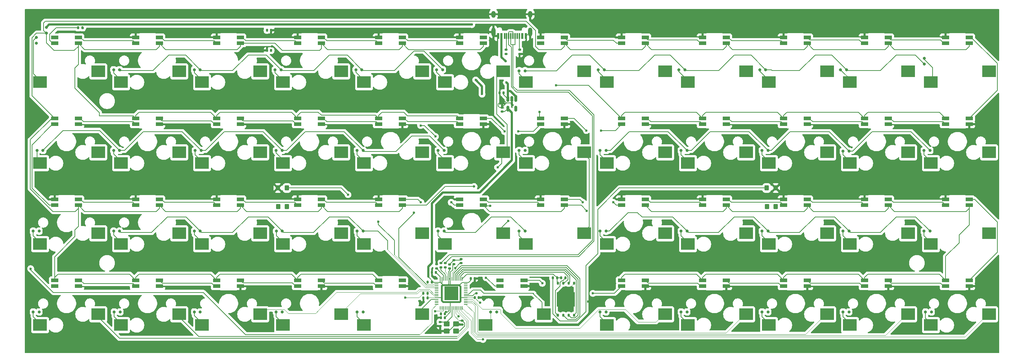
<source format=gbr>
%TF.GenerationSoftware,KiCad,Pcbnew,9.0.3*%
%TF.CreationDate,2025-08-25T21:29:52+09:00*%
%TF.ProjectId,forty,666f7274-792e-46b6-9963-61645f706362,rev?*%
%TF.SameCoordinates,Original*%
%TF.FileFunction,Copper,L2,Bot*%
%TF.FilePolarity,Positive*%
%FSLAX46Y46*%
G04 Gerber Fmt 4.6, Leading zero omitted, Abs format (unit mm)*
G04 Created by KiCad (PCBNEW 9.0.3) date 2025-08-25 21:29:52*
%MOMM*%
%LPD*%
G01*
G04 APERTURE LIST*
G04 Aperture macros list*
%AMRoundRect*
0 Rectangle with rounded corners*
0 $1 Rounding radius*
0 $2 $3 $4 $5 $6 $7 $8 $9 X,Y pos of 4 corners*
0 Add a 4 corners polygon primitive as box body*
4,1,4,$2,$3,$4,$5,$6,$7,$8,$9,$2,$3,0*
0 Add four circle primitives for the rounded corners*
1,1,$1+$1,$2,$3*
1,1,$1+$1,$4,$5*
1,1,$1+$1,$6,$7*
1,1,$1+$1,$8,$9*
0 Add four rect primitives between the rounded corners*
20,1,$1+$1,$2,$3,$4,$5,0*
20,1,$1+$1,$4,$5,$6,$7,0*
20,1,$1+$1,$6,$7,$8,$9,0*
20,1,$1+$1,$8,$9,$2,$3,0*%
G04 Aperture macros list end*
%TA.AperFunction,HeatsinkPad*%
%ADD10O,1.000000X2.100000*%
%TD*%
%TA.AperFunction,HeatsinkPad*%
%ADD11O,1.000000X1.600000*%
%TD*%
%TA.AperFunction,SMDPad,CuDef*%
%ADD12R,0.600000X1.450000*%
%TD*%
%TA.AperFunction,SMDPad,CuDef*%
%ADD13R,0.300000X1.450000*%
%TD*%
%TA.AperFunction,SMDPad,CuDef*%
%ADD14R,3.200000X2.780000*%
%TD*%
%TA.AperFunction,SMDPad,CuDef*%
%ADD15RoundRect,0.140000X0.140000X0.170000X-0.140000X0.170000X-0.140000X-0.170000X0.140000X-0.170000X0*%
%TD*%
%TA.AperFunction,SMDPad,CuDef*%
%ADD16R,1.700000X0.825000*%
%TD*%
%TA.AperFunction,SMDPad,CuDef*%
%ADD17RoundRect,0.150000X-0.150000X-0.200000X0.150000X-0.200000X0.150000X0.200000X-0.150000X0.200000X0*%
%TD*%
%TA.AperFunction,SMDPad,CuDef*%
%ADD18RoundRect,0.150000X-0.150000X0.512500X-0.150000X-0.512500X0.150000X-0.512500X0.150000X0.512500X0*%
%TD*%
%TA.AperFunction,SMDPad,CuDef*%
%ADD19RoundRect,0.135000X-0.135000X-0.185000X0.135000X-0.185000X0.135000X0.185000X-0.135000X0.185000X0*%
%TD*%
%TA.AperFunction,SMDPad,CuDef*%
%ADD20RoundRect,0.140000X-0.140000X-0.170000X0.140000X-0.170000X0.140000X0.170000X-0.140000X0.170000X0*%
%TD*%
%TA.AperFunction,SMDPad,CuDef*%
%ADD21RoundRect,0.150000X-0.200000X0.150000X-0.200000X-0.150000X0.200000X-0.150000X0.200000X0.150000X0*%
%TD*%
%TA.AperFunction,SMDPad,CuDef*%
%ADD22RoundRect,0.135000X0.135000X0.185000X-0.135000X0.185000X-0.135000X-0.185000X0.135000X-0.185000X0*%
%TD*%
%TA.AperFunction,SMDPad,CuDef*%
%ADD23RoundRect,0.140000X0.170000X-0.140000X0.170000X0.140000X-0.170000X0.140000X-0.170000X-0.140000X0*%
%TD*%
%TA.AperFunction,SMDPad,CuDef*%
%ADD24RoundRect,0.142500X-0.332500X0.482500X-0.332500X-0.482500X0.332500X-0.482500X0.332500X0.482500X0*%
%TD*%
%TA.AperFunction,SMDPad,CuDef*%
%ADD25RoundRect,0.135000X-0.185000X0.135000X-0.185000X-0.135000X0.185000X-0.135000X0.185000X0.135000X0*%
%TD*%
%TA.AperFunction,SMDPad,CuDef*%
%ADD26RoundRect,0.250000X0.450000X0.350000X-0.450000X0.350000X-0.450000X-0.350000X0.450000X-0.350000X0*%
%TD*%
%TA.AperFunction,SMDPad,CuDef*%
%ADD27RoundRect,0.125000X-0.125000X0.200000X-0.125000X-0.200000X0.125000X-0.200000X0.125000X0.200000X0*%
%TD*%
%TA.AperFunction,HeatsinkPad*%
%ADD28R,4.300000X3.400000*%
%TD*%
%TA.AperFunction,SMDPad,CuDef*%
%ADD29RoundRect,0.050000X0.387500X0.050000X-0.387500X0.050000X-0.387500X-0.050000X0.387500X-0.050000X0*%
%TD*%
%TA.AperFunction,SMDPad,CuDef*%
%ADD30RoundRect,0.050000X0.050000X0.387500X-0.050000X0.387500X-0.050000X-0.387500X0.050000X-0.387500X0*%
%TD*%
%TA.AperFunction,HeatsinkPad*%
%ADD31R,3.200000X3.200000*%
%TD*%
%TA.AperFunction,ViaPad*%
%ADD32C,0.600000*%
%TD*%
%TA.AperFunction,Conductor*%
%ADD33C,0.200000*%
%TD*%
%TA.AperFunction,Conductor*%
%ADD34C,0.500000*%
%TD*%
%TA.AperFunction,Conductor*%
%ADD35C,0.120000*%
%TD*%
%TA.AperFunction,Conductor*%
%ADD36C,0.400000*%
%TD*%
G04 APERTURE END LIST*
D10*
%TO.P,J1,S1,SHIELD*%
%TO.N,GND*%
X154320000Y-36130000D03*
D11*
X154320000Y-31950000D03*
D10*
X145680000Y-36130000D03*
D11*
X145680000Y-31950000D03*
D12*
%TO.P,J1,B12,GND*%
X146750000Y-37045000D03*
%TO.P,J1,B9,VBUS*%
%TO.N,+5V*%
X147550000Y-37045000D03*
D13*
%TO.P,J1,B8*%
%TO.N,N/C*%
X148250000Y-37045000D03*
%TO.P,J1,B7,D-*%
%TO.N,USB_DM*%
X149250000Y-37045000D03*
%TO.P,J1,B6,D+*%
%TO.N,USB_DP*%
X150750000Y-37045000D03*
%TO.P,J1,B5,CC2*%
%TO.N,Net-(J1-CC2)*%
X151750000Y-37045000D03*
D12*
%TO.P,J1,B4,VBUS*%
%TO.N,+5V*%
X152450000Y-37045000D03*
%TO.P,J1,B1,GND*%
%TO.N,GND*%
X153250000Y-37045000D03*
%TO.P,J1,A12,GND*%
X153250000Y-37045000D03*
%TO.P,J1,A9,VBUS*%
%TO.N,+5V*%
X152450000Y-37045000D03*
D13*
%TO.P,J1,A8*%
%TO.N,N/C*%
X151250000Y-37045000D03*
%TO.P,J1,A7,D-*%
%TO.N,USB_DM*%
X150250000Y-37045000D03*
%TO.P,J1,A6,D+*%
%TO.N,USB_DP*%
X149750000Y-37045000D03*
%TO.P,J1,A5,CC1*%
%TO.N,Net-(J1-CC1)*%
X148750000Y-37045000D03*
D12*
%TO.P,J1,A4,VBUS*%
%TO.N,+5V*%
X147550000Y-37045000D03*
%TO.P,J1,A1,GND*%
%TO.N,GND*%
X146750000Y-37045000D03*
%TD*%
D14*
%TO.P,SW47,1,1*%
%TO.N,col11*%
X262256750Y-102552500D03*
%TO.P,SW47,2,2*%
%TO.N,Net-(D47-A)*%
X248573750Y-105092500D03*
%TD*%
%TO.P,SW32,1,1*%
%TO.N,col7*%
X186056750Y-83502500D03*
%TO.P,SW32,2,2*%
%TO.N,Net-(D32-A)*%
X172373750Y-86042500D03*
%TD*%
%TO.P,SW30,1,1*%
%TO.N,col5*%
X147956750Y-83502500D03*
%TO.P,SW30,2,2*%
%TO.N,Net-(D30-A)*%
X134273750Y-86042500D03*
%TD*%
%TO.P,SW10,1,1*%
%TO.N,col9*%
X224156750Y-45402500D03*
%TO.P,SW10,2,2*%
%TO.N,Net-(D10-A)*%
X210473750Y-47942500D03*
%TD*%
%TO.P,SW38,1,1*%
%TO.N,col1*%
X71756750Y-102552500D03*
%TO.P,SW38,2,2*%
%TO.N,Net-(D38-A)*%
X58073750Y-105092500D03*
%TD*%
%TO.P,SW15,1,1*%
%TO.N,col2*%
X90806750Y-64452500D03*
%TO.P,SW15,2,2*%
%TO.N,Net-(D15-A)*%
X77123750Y-66992500D03*
%TD*%
%TO.P,SW25,1,1*%
%TO.N,col0*%
X52706750Y-83502500D03*
%TO.P,SW25,2,2*%
%TO.N,Net-(D25-A)*%
X39023750Y-86042500D03*
%TD*%
%TO.P,SW5,1,1*%
%TO.N,col4*%
X128906750Y-45402500D03*
%TO.P,SW5,2,2*%
%TO.N,Net-(D5-A)*%
X115223750Y-47942500D03*
%TD*%
%TO.P,SW24,1,1*%
%TO.N,col11*%
X262256750Y-64452500D03*
%TO.P,SW24,2,2*%
%TO.N,Net-(D24-A)*%
X248573750Y-66992500D03*
%TD*%
%TO.P,SW37,1,1*%
%TO.N,col0*%
X52706750Y-102552500D03*
%TO.P,SW37,2,2*%
%TO.N,Net-(D37-A)*%
X39023750Y-105092500D03*
%TD*%
%TO.P,SW23,1,1*%
%TO.N,col10*%
X243206750Y-64452500D03*
%TO.P,SW23,2,2*%
%TO.N,Net-(D23-A)*%
X229523750Y-66992500D03*
%TD*%
%TO.P,SW42,1,1*%
%TO.N,col5*%
X157481750Y-102552500D03*
%TO.P,SW42,2,2*%
%TO.N,Net-(D42-A)*%
X143798750Y-105092500D03*
%TD*%
%TO.P,SW20,1,1*%
%TO.N,col7*%
X186056750Y-64452500D03*
%TO.P,SW20,2,2*%
%TO.N,Net-(D20-A)*%
X172373750Y-66992500D03*
%TD*%
%TO.P,SW18,1,1*%
%TO.N,col5*%
X147956750Y-64452500D03*
%TO.P,SW18,2,2*%
%TO.N,Net-(D18-A)*%
X134273750Y-66992500D03*
%TD*%
%TO.P,SW7,1,1*%
%TO.N,col6*%
X167006750Y-45402500D03*
%TO.P,SW7,2,2*%
%TO.N,Net-(D7-A)*%
X153323750Y-47942500D03*
%TD*%
%TO.P,SW8,1,1*%
%TO.N,col7*%
X186056750Y-45402500D03*
%TO.P,SW8,2,2*%
%TO.N,Net-(D8-A)*%
X172373750Y-47942500D03*
%TD*%
%TO.P,SW29,1,1*%
%TO.N,col4*%
X128906750Y-83502500D03*
%TO.P,SW29,2,2*%
%TO.N,Net-(D29-A)*%
X115223750Y-86042500D03*
%TD*%
%TO.P,SW11,1,1*%
%TO.N,col10*%
X243206750Y-45402500D03*
%TO.P,SW11,2,2*%
%TO.N,Net-(D11-A)*%
X229523750Y-47942500D03*
%TD*%
%TO.P,SW21,1,1*%
%TO.N,col8*%
X205106750Y-64452500D03*
%TO.P,SW21,2,2*%
%TO.N,Net-(D21-A)*%
X191423750Y-66992500D03*
%TD*%
%TO.P,SW22,1,1*%
%TO.N,col9*%
X224156750Y-64452500D03*
%TO.P,SW22,2,2*%
%TO.N,Net-(D22-A)*%
X210473750Y-66992500D03*
%TD*%
%TO.P,SW44,1,1*%
%TO.N,col8*%
X205106750Y-102552500D03*
%TO.P,SW44,2,2*%
%TO.N,Net-(D44-A)*%
X191423750Y-105092500D03*
%TD*%
%TO.P,SW45,1,1*%
%TO.N,col9*%
X224156750Y-102552500D03*
%TO.P,SW45,2,2*%
%TO.N,Net-(D45-A)*%
X210473750Y-105092500D03*
%TD*%
%TO.P,SW33,1,1*%
%TO.N,col8*%
X205106750Y-83502500D03*
%TO.P,SW33,2,2*%
%TO.N,Net-(D33-A)*%
X191423750Y-86042500D03*
%TD*%
%TO.P,SW4,1,1*%
%TO.N,col3*%
X109856750Y-45402500D03*
%TO.P,SW4,2,2*%
%TO.N,Net-(D4-A)*%
X96173750Y-47942500D03*
%TD*%
%TO.P,SW46,1,1*%
%TO.N,col10*%
X243206750Y-102552500D03*
%TO.P,SW46,2,2*%
%TO.N,Net-(D46-A)*%
X229523750Y-105092500D03*
%TD*%
%TO.P,SW43,1,1*%
%TO.N,col7*%
X186056750Y-102552500D03*
%TO.P,SW43,2,2*%
%TO.N,Net-(D43-A)*%
X172373750Y-105092500D03*
%TD*%
%TO.P,SW2,1,1*%
%TO.N,col1*%
X71756750Y-45402500D03*
%TO.P,SW2,2,2*%
%TO.N,Net-(D2-A)*%
X58073750Y-47942500D03*
%TD*%
%TO.P,SW17,1,1*%
%TO.N,col4*%
X128906750Y-64452500D03*
%TO.P,SW17,2,2*%
%TO.N,Net-(D17-A)*%
X115223750Y-66992500D03*
%TD*%
%TO.P,SW26,1,1*%
%TO.N,col1*%
X71756750Y-83502500D03*
%TO.P,SW26,2,2*%
%TO.N,Net-(D26-A)*%
X58073750Y-86042500D03*
%TD*%
%TO.P,SW1,1,1*%
%TO.N,col0*%
X52706750Y-45402500D03*
%TO.P,SW1,2,2*%
%TO.N,Net-(D1-A)*%
X39023750Y-47942500D03*
%TD*%
%TO.P,SW6,1,1*%
%TO.N,col5*%
X147956750Y-45402500D03*
%TO.P,SW6,2,2*%
%TO.N,Net-(D6-A)*%
X134273750Y-47942500D03*
%TD*%
%TO.P,SW12,1,1*%
%TO.N,col11*%
X262256750Y-45402500D03*
%TO.P,SW12,2,2*%
%TO.N,Net-(D12-A)*%
X248573750Y-47942500D03*
%TD*%
%TO.P,SW40,1,1*%
%TO.N,col3*%
X109856750Y-102552500D03*
%TO.P,SW40,2,2*%
%TO.N,Net-(D40-A)*%
X96173750Y-105092500D03*
%TD*%
%TO.P,SW14,1,1*%
%TO.N,col1*%
X71756750Y-64452500D03*
%TO.P,SW14,2,2*%
%TO.N,Net-(D14-A)*%
X58073750Y-66992500D03*
%TD*%
%TO.P,SW34,1,1*%
%TO.N,col9*%
X224156750Y-83502500D03*
%TO.P,SW34,2,2*%
%TO.N,Net-(D34-A)*%
X210473750Y-86042500D03*
%TD*%
%TO.P,SW16,1,1*%
%TO.N,col3*%
X109856750Y-64452500D03*
%TO.P,SW16,2,2*%
%TO.N,Net-(D16-A)*%
X96173750Y-66992500D03*
%TD*%
%TO.P,SW36,1,1*%
%TO.N,col11*%
X262256750Y-83502500D03*
%TO.P,SW36,2,2*%
%TO.N,Net-(D36-A)*%
X248573750Y-86042500D03*
%TD*%
%TO.P,SW39,1,1*%
%TO.N,col2*%
X90806750Y-102552500D03*
%TO.P,SW39,2,2*%
%TO.N,Net-(D39-A)*%
X77123750Y-105092500D03*
%TD*%
%TO.P,SW19,1,1*%
%TO.N,col6*%
X167006750Y-64452500D03*
%TO.P,SW19,2,2*%
%TO.N,Net-(D19-A)*%
X153323750Y-66992500D03*
%TD*%
%TO.P,SW13,1,1*%
%TO.N,col0*%
X52706750Y-64452500D03*
%TO.P,SW13,2,2*%
%TO.N,Net-(D13-A)*%
X39023750Y-66992500D03*
%TD*%
%TO.P,SW31,1,1*%
%TO.N,col6*%
X167006750Y-83502500D03*
%TO.P,SW31,2,2*%
%TO.N,Net-(D31-A)*%
X153323750Y-86042500D03*
%TD*%
%TO.P,SW28,1,1*%
%TO.N,col3*%
X109856750Y-83502500D03*
%TO.P,SW28,2,2*%
%TO.N,Net-(D28-A)*%
X96173750Y-86042500D03*
%TD*%
%TO.P,SW3,1,1*%
%TO.N,col2*%
X90806750Y-45402500D03*
%TO.P,SW3,2,2*%
%TO.N,Net-(D3-A)*%
X77123750Y-47942500D03*
%TD*%
%TO.P,SW41,1,1*%
%TO.N,col4*%
X128906750Y-102552500D03*
%TO.P,SW41,2,2*%
%TO.N,Net-(D41-A)*%
X115223750Y-105092500D03*
%TD*%
%TO.P,SW9,1,1*%
%TO.N,col8*%
X205106750Y-45402500D03*
%TO.P,SW9,2,2*%
%TO.N,Net-(D9-A)*%
X191423750Y-47942500D03*
%TD*%
%TO.P,SW27,1,1*%
%TO.N,col2*%
X90806750Y-83502500D03*
%TO.P,SW27,2,2*%
%TO.N,Net-(D27-A)*%
X77123750Y-86042500D03*
%TD*%
%TO.P,SW35,1,1*%
%TO.N,col10*%
X243206750Y-83502500D03*
%TO.P,SW35,2,2*%
%TO.N,Net-(D35-A)*%
X229523750Y-86042500D03*
%TD*%
D15*
%TO.P,C5,1*%
%TO.N,+3.3V*%
X93348750Y-40481250D03*
%TO.P,C5,2*%
%TO.N,GND*%
X92388750Y-40481250D03*
%TD*%
D16*
%TO.P,LED28,1,VDD*%
%TO.N,Net-(D48-K)*%
X105193750Y-76900000D03*
%TO.P,LED28,2,DOUT*%
%TO.N,Net-(LED28-DOUT)*%
X105193750Y-75500000D03*
%TO.P,LED28,3,VSS*%
%TO.N,GND*%
X99593750Y-75500000D03*
%TO.P,LED28,4,DIN*%
%TO.N,Net-(LED27-DOUT)*%
X99593750Y-76900000D03*
%TD*%
D17*
%TO.P,D45,1,K*%
%TO.N,row3*%
X210250000Y-102000000D03*
%TO.P,D45,2,A*%
%TO.N,Net-(D45-A)*%
X208850000Y-102000000D03*
%TD*%
D16*
%TO.P,LED29,1,VDD*%
%TO.N,Net-(D48-K)*%
X124243750Y-76900000D03*
%TO.P,LED29,2,DOUT*%
%TO.N,Net-(LED29-DOUT)*%
X124243750Y-75500000D03*
%TO.P,LED29,3,VSS*%
%TO.N,GND*%
X118643750Y-75500000D03*
%TO.P,LED29,4,DIN*%
%TO.N,Net-(LED28-DOUT)*%
X118643750Y-76900000D03*
%TD*%
%TO.P,LED42,1,VDD*%
%TO.N,Net-(D48-K)*%
X147218750Y-94550000D03*
%TO.P,LED42,2,DOUT*%
%TO.N,Net-(LED41-DIN)*%
X147218750Y-95950000D03*
%TO.P,LED42,3,VSS*%
%TO.N,GND*%
X152818750Y-95950000D03*
%TO.P,LED42,4,DIN*%
%TO.N,Net-(LED42-DIN)*%
X152818750Y-94550000D03*
%TD*%
D17*
%TO.P,D40,1,K*%
%TO.N,row3*%
X95950000Y-102000000D03*
%TO.P,D40,2,A*%
%TO.N,Net-(D40-A)*%
X94550000Y-102000000D03*
%TD*%
D15*
%TO.P,C17,1*%
%TO.N,+3.3V*%
X131150000Y-95010000D03*
%TO.P,C17,2*%
%TO.N,GND*%
X130190000Y-95010000D03*
%TD*%
D17*
%TO.P,D4,1,K*%
%TO.N,row0*%
X95700000Y-45000000D03*
%TO.P,D4,2,A*%
%TO.N,Net-(D4-A)*%
X94300000Y-45000000D03*
%TD*%
D15*
%TO.P,C18,1*%
%TO.N,+3.3V*%
X134230000Y-103330000D03*
%TO.P,C18,2*%
%TO.N,GND*%
X133270000Y-103330000D03*
%TD*%
D17*
%TO.P,D34,1,K*%
%TO.N,row2*%
X210250000Y-83000000D03*
%TO.P,D34,2,A*%
%TO.N,Net-(D34-A)*%
X208850000Y-83000000D03*
%TD*%
%TO.P,D5,1,K*%
%TO.N,row0*%
X114700000Y-45000000D03*
%TO.P,D5,2,A*%
%TO.N,Net-(D5-A)*%
X113300000Y-45000000D03*
%TD*%
%TO.P,D33,1,K*%
%TO.N,row2*%
X191200000Y-83000000D03*
%TO.P,D33,2,A*%
%TO.N,Net-(D33-A)*%
X189800000Y-83000000D03*
%TD*%
D16*
%TO.P,LED36,1,VDD*%
%TO.N,Net-(D48-K)*%
X257593750Y-76900000D03*
%TO.P,LED36,2,DOUT*%
%TO.N,Net-(LED36-DOUT)*%
X257593750Y-75500000D03*
%TO.P,LED36,3,VSS*%
%TO.N,GND*%
X251993750Y-75500000D03*
%TO.P,LED36,4,DIN*%
%TO.N,Net-(LED35-DOUT)*%
X251993750Y-76900000D03*
%TD*%
D17*
%TO.P,D9,1,K*%
%TO.N,row0*%
X190700000Y-45000000D03*
%TO.P,D9,2,A*%
%TO.N,Net-(D9-A)*%
X189300000Y-45000000D03*
%TD*%
%TO.P,D16,1,K*%
%TO.N,row1*%
X95950000Y-64000000D03*
%TO.P,D16,2,A*%
%TO.N,Net-(D16-A)*%
X94550000Y-64000000D03*
%TD*%
%TO.P,D39,1,K*%
%TO.N,row3*%
X76700000Y-102000000D03*
%TO.P,D39,2,A*%
%TO.N,Net-(D39-A)*%
X75300000Y-102000000D03*
%TD*%
D16*
%TO.P,LED10,1,VDD*%
%TO.N,Net-(D48-K)*%
X219493750Y-38800000D03*
%TO.P,LED10,2,DOUT*%
%TO.N,Net-(LED10-DOUT)*%
X219493750Y-37400000D03*
%TO.P,LED10,3,VSS*%
%TO.N,GND*%
X213893750Y-37400000D03*
%TO.P,LED10,4,DIN*%
%TO.N,Net-(LED10-DIN)*%
X213893750Y-38800000D03*
%TD*%
D17*
%TO.P,D38,1,K*%
%TO.N,row3*%
X57850000Y-102000000D03*
%TO.P,D38,2,A*%
%TO.N,Net-(D38-A)*%
X56450000Y-102000000D03*
%TD*%
D18*
%TO.P,U3,1,VIN*%
%TO.N,+5V*%
X149050000Y-51862500D03*
%TO.P,U3,2,GND*%
%TO.N,GND*%
X150000000Y-51862500D03*
%TO.P,U3,3,ON/~{OFF}*%
%TO.N,+5V*%
X150950000Y-51862500D03*
%TO.P,U3,4,BP*%
%TO.N,unconnected-(U3-BP-Pad4)*%
X150950000Y-54137500D03*
%TO.P,U3,5,VOUT*%
%TO.N,+3.3V*%
X149050000Y-54137500D03*
%TD*%
D17*
%TO.P,D20,1,K*%
%TO.N,row1*%
X172150000Y-64000000D03*
%TO.P,D20,2,A*%
%TO.N,Net-(D20-A)*%
X170750000Y-64000000D03*
%TD*%
D19*
%TO.P,R5,1*%
%TO.N,QSPI_SS*%
X161590000Y-94000000D03*
%TO.P,R5,2*%
%TO.N,+3.3V*%
X162610000Y-94000000D03*
%TD*%
D20*
%TO.P,C15,1*%
%TO.N,+3.3V*%
X141240000Y-98660000D03*
%TO.P,C15,2*%
%TO.N,GND*%
X142200000Y-98660000D03*
%TD*%
D17*
%TO.P,D22,1,K*%
%TO.N,row1*%
X210250000Y-64000000D03*
%TO.P,D22,2,A*%
%TO.N,Net-(D22-A)*%
X208850000Y-64000000D03*
%TD*%
D16*
%TO.P,LED18,1,VDD*%
%TO.N,Net-(D48-K)*%
X137693750Y-56450000D03*
%TO.P,LED18,2,DOUT*%
%TO.N,Net-(LED17-DIN)*%
X137693750Y-57850000D03*
%TO.P,LED18,3,VSS*%
%TO.N,GND*%
X143293750Y-57850000D03*
%TO.P,LED18,4,DIN*%
%TO.N,Net-(LED18-DIN)*%
X143293750Y-56450000D03*
%TD*%
D21*
%TO.P,D12,1,K*%
%TO.N,row0*%
X247000000Y-43700000D03*
%TO.P,D12,2,A*%
%TO.N,Net-(D12-A)*%
X247000000Y-42300000D03*
%TD*%
D16*
%TO.P,LED34,1,VDD*%
%TO.N,Net-(D48-K)*%
X219493750Y-76900000D03*
%TO.P,LED34,2,DOUT*%
%TO.N,Net-(LED34-DOUT)*%
X219493750Y-75500000D03*
%TO.P,LED34,3,VSS*%
%TO.N,GND*%
X213893750Y-75500000D03*
%TO.P,LED34,4,DIN*%
%TO.N,Net-(LED33-DOUT)*%
X213893750Y-76900000D03*
%TD*%
D17*
%TO.P,D46,1,K*%
%TO.N,row3*%
X229300000Y-102000000D03*
%TO.P,D46,2,A*%
%TO.N,Net-(D46-A)*%
X227900000Y-102000000D03*
%TD*%
D16*
%TO.P,LED5,1,VDD*%
%TO.N,Net-(D48-K)*%
X124243750Y-38800000D03*
%TO.P,LED5,2,DOUT*%
%TO.N,Net-(LED5-DOUT)*%
X124243750Y-37400000D03*
%TO.P,LED5,3,VSS*%
%TO.N,GND*%
X118643750Y-37400000D03*
%TO.P,LED5,4,DIN*%
%TO.N,Net-(LED4-DOUT)*%
X118643750Y-38800000D03*
%TD*%
%TO.P,LED4,1,VDD*%
%TO.N,Net-(D48-K)*%
X105193750Y-38800000D03*
%TO.P,LED4,2,DOUT*%
%TO.N,Net-(LED4-DOUT)*%
X105193750Y-37400000D03*
%TO.P,LED4,3,VSS*%
%TO.N,GND*%
X99593750Y-37400000D03*
%TO.P,LED4,4,DIN*%
%TO.N,Net-(LED3-DOUT)*%
X99593750Y-38800000D03*
%TD*%
D20*
%TO.P,C4,1*%
%TO.N,+3.3V*%
X92388750Y-35718750D03*
%TO.P,C4,2*%
%TO.N,GND*%
X93348750Y-35718750D03*
%TD*%
D17*
%TO.P,D13,1,K*%
%TO.N,row1*%
X39700000Y-64000000D03*
%TO.P,D13,2,A*%
%TO.N,Net-(D13-A)*%
X38300000Y-64000000D03*
%TD*%
%TO.P,D30,1,K*%
%TO.N,row2*%
X134050000Y-83000000D03*
%TO.P,D30,2,A*%
%TO.N,Net-(D30-A)*%
X132650000Y-83000000D03*
%TD*%
%TO.P,D29,1,K*%
%TO.N,row2*%
X115000000Y-83000000D03*
%TO.P,D29,2,A*%
%TO.N,Net-(D29-A)*%
X113600000Y-83000000D03*
%TD*%
D19*
%TO.P,R8,1*%
%TO.N,RUN*%
X129140000Y-97600000D03*
%TO.P,R8,2*%
%TO.N,+3.3V*%
X130160000Y-97600000D03*
%TD*%
D16*
%TO.P,LED40,1,VDD*%
%TO.N,Net-(D48-K)*%
X99593750Y-94550000D03*
%TO.P,LED40,2,DOUT*%
%TO.N,Net-(LED39-DIN)*%
X99593750Y-95950000D03*
%TO.P,LED40,3,VSS*%
%TO.N,GND*%
X105193750Y-95950000D03*
%TO.P,LED40,4,DIN*%
%TO.N,Net-(LED40-DIN)*%
X105193750Y-94550000D03*
%TD*%
D17*
%TO.P,D7,1,K*%
%TO.N,row0*%
X153100000Y-45243750D03*
%TO.P,D7,2,A*%
%TO.N,Net-(D7-A)*%
X151700000Y-45243750D03*
%TD*%
D22*
%TO.P,R1,1*%
%TO.N,led*%
X48990000Y-35160000D03*
%TO.P,R1,2*%
%TO.N,Net-(LED1-DIN)*%
X47970000Y-35160000D03*
%TD*%
D16*
%TO.P,LED24,1,VDD*%
%TO.N,Net-(D48-K)*%
X251993750Y-56450000D03*
%TO.P,LED24,2,DOUT*%
%TO.N,Net-(LED23-DIN)*%
X251993750Y-57850000D03*
%TO.P,LED24,3,VSS*%
%TO.N,GND*%
X257593750Y-57850000D03*
%TO.P,LED24,4,DIN*%
%TO.N,Net-(LED12-DOUT)*%
X257593750Y-56450000D03*
%TD*%
D23*
%TO.P,C14,1*%
%TO.N,+3.3V*%
X135340000Y-91800000D03*
%TO.P,C14,2*%
%TO.N,GND*%
X135340000Y-90840000D03*
%TD*%
D17*
%TO.P,D42,1,K*%
%TO.N,row3*%
X146400000Y-101980000D03*
%TO.P,D42,2,A*%
%TO.N,Net-(D42-A)*%
X145000000Y-101980000D03*
%TD*%
D16*
%TO.P,LED38,1,VDD*%
%TO.N,Net-(D48-K)*%
X61493750Y-94550000D03*
%TO.P,LED38,2,DOUT*%
%TO.N,Net-(LED37-DIN)*%
X61493750Y-95950000D03*
%TO.P,LED38,3,VSS*%
%TO.N,GND*%
X67093750Y-95950000D03*
%TO.P,LED38,4,DIN*%
%TO.N,Net-(LED38-DIN)*%
X67093750Y-94550000D03*
%TD*%
D17*
%TO.P,D3,1,K*%
%TO.N,row0*%
X76700000Y-45000000D03*
%TO.P,D3,2,A*%
%TO.N,Net-(D3-A)*%
X75300000Y-45000000D03*
%TD*%
D16*
%TO.P,LED41,1,VDD*%
%TO.N,Net-(D48-K)*%
X118643750Y-94550000D03*
%TO.P,LED41,2,DOUT*%
%TO.N,Net-(LED40-DIN)*%
X118643750Y-95950000D03*
%TO.P,LED41,3,VSS*%
%TO.N,GND*%
X124243750Y-95950000D03*
%TO.P,LED41,4,DIN*%
%TO.N,Net-(LED41-DIN)*%
X124243750Y-94550000D03*
%TD*%
D17*
%TO.P,D25,1,K*%
%TO.N,row2*%
X38800000Y-83000000D03*
%TO.P,D25,2,A*%
%TO.N,Net-(D25-A)*%
X37400000Y-83000000D03*
%TD*%
D15*
%TO.P,C16,1*%
%TO.N,+3.3V*%
X130150000Y-98670000D03*
%TO.P,C16,2*%
%TO.N,GND*%
X129190000Y-98670000D03*
%TD*%
D16*
%TO.P,LED9,1,VDD*%
%TO.N,Net-(D48-K)*%
X200443750Y-38800000D03*
%TO.P,LED9,2,DOUT*%
%TO.N,Net-(LED10-DIN)*%
X200443750Y-37400000D03*
%TO.P,LED9,3,VSS*%
%TO.N,GND*%
X194843750Y-37400000D03*
%TO.P,LED9,4,DIN*%
%TO.N,Net-(LED8-DOUT)*%
X194843750Y-38800000D03*
%TD*%
D15*
%TO.P,C2,1*%
%TO.N,+5V*%
X148040000Y-50410000D03*
%TO.P,C2,2*%
%TO.N,GND*%
X147080000Y-50410000D03*
%TD*%
D17*
%TO.P,D47,1,K*%
%TO.N,row3*%
X248700000Y-102000000D03*
%TO.P,D47,2,A*%
%TO.N,Net-(D47-A)*%
X247300000Y-102000000D03*
%TD*%
D16*
%TO.P,LED30,1,VDD*%
%TO.N,Net-(D48-K)*%
X143293750Y-76900000D03*
%TO.P,LED30,2,DOUT*%
%TO.N,Net-(LED30-DOUT)*%
X143293750Y-75500000D03*
%TO.P,LED30,3,VSS*%
%TO.N,GND*%
X137693750Y-75500000D03*
%TO.P,LED30,4,DIN*%
%TO.N,Net-(LED29-DOUT)*%
X137693750Y-76900000D03*
%TD*%
D17*
%TO.P,D37,1,K*%
%TO.N,row3*%
X38800000Y-102000000D03*
%TO.P,D37,2,A*%
%TO.N,Net-(D37-A)*%
X37400000Y-102000000D03*
%TD*%
D16*
%TO.P,LED37,1,VDD*%
%TO.N,Net-(D48-K)*%
X42443750Y-94550000D03*
%TO.P,LED37,2,DOUT*%
%TO.N,unconnected-(LED37-DOUT-Pad2)*%
X42443750Y-95950000D03*
%TO.P,LED37,3,VSS*%
%TO.N,GND*%
X48043750Y-95950000D03*
%TO.P,LED37,4,DIN*%
%TO.N,Net-(LED37-DIN)*%
X48043750Y-94550000D03*
%TD*%
D17*
%TO.P,D21,1,K*%
%TO.N,row1*%
X191200000Y-64000000D03*
%TO.P,D21,2,A*%
%TO.N,Net-(D21-A)*%
X189800000Y-64000000D03*
%TD*%
D16*
%TO.P,LED12,1,VDD*%
%TO.N,Net-(D48-K)*%
X257593750Y-38800000D03*
%TO.P,LED12,2,DOUT*%
%TO.N,Net-(LED12-DOUT)*%
X257593750Y-37400000D03*
%TO.P,LED12,3,VSS*%
%TO.N,GND*%
X251993750Y-37400000D03*
%TO.P,LED12,4,DIN*%
%TO.N,Net-(LED11-DOUT)*%
X251993750Y-38800000D03*
%TD*%
D17*
%TO.P,D6,1,K*%
%TO.N,row0*%
X133700000Y-45000000D03*
%TO.P,D6,2,A*%
%TO.N,Net-(D6-A)*%
X132300000Y-45000000D03*
%TD*%
D16*
%TO.P,LED22,1,VDD*%
%TO.N,Net-(D48-K)*%
X213893750Y-56450000D03*
%TO.P,LED22,2,DOUT*%
%TO.N,Net-(LED21-DIN)*%
X213893750Y-57850000D03*
%TO.P,LED22,3,VSS*%
%TO.N,GND*%
X219493750Y-57850000D03*
%TO.P,LED22,4,DIN*%
%TO.N,Net-(LED22-DIN)*%
X219493750Y-56450000D03*
%TD*%
D17*
%TO.P,D27,1,K*%
%TO.N,row2*%
X76700000Y-83000000D03*
%TO.P,D27,2,A*%
%TO.N,Net-(D27-A)*%
X75300000Y-83000000D03*
%TD*%
D15*
%TO.P,C10,1*%
%TO.N,+1.1V*%
X134230000Y-102400000D03*
%TO.P,C10,2*%
%TO.N,GND*%
X133270000Y-102400000D03*
%TD*%
D24*
%TO.P,SW48,1,1*%
%TO.N,Net-(R4-Pad1)*%
X209925000Y-72825000D03*
X210000000Y-77175000D03*
%TO.P,SW48,2,2*%
%TO.N,GND*%
X212075000Y-72825000D03*
X212075000Y-77175000D03*
%TD*%
D17*
%TO.P,D15,1,K*%
%TO.N,row1*%
X76900000Y-64000000D03*
%TO.P,D15,2,A*%
%TO.N,Net-(D15-A)*%
X75500000Y-64000000D03*
%TD*%
D24*
%TO.P,SW49,1,1*%
%TO.N,GND*%
X94925000Y-72825000D03*
X95000000Y-77175000D03*
%TO.P,SW49,2,2*%
%TO.N,RUN*%
X97075000Y-72825000D03*
X97075000Y-77175000D03*
%TD*%
D17*
%TO.P,D19,1,K*%
%TO.N,row1*%
X153100000Y-64000000D03*
%TO.P,D19,2,A*%
%TO.N,Net-(D19-A)*%
X151700000Y-64000000D03*
%TD*%
D19*
%TO.P,R4,1*%
%TO.N,Net-(R4-Pad1)*%
X159590000Y-94000000D03*
%TO.P,R4,2*%
%TO.N,QSPI_SS*%
X160610000Y-94000000D03*
%TD*%
D20*
%TO.P,C12,1*%
%TO.N,+3.3V*%
X140300000Y-94120000D03*
%TO.P,C12,2*%
%TO.N,GND*%
X141260000Y-94120000D03*
%TD*%
D23*
%TO.P,C6,1*%
%TO.N,GND*%
X133110000Y-105300000D03*
%TO.P,C6,2*%
%TO.N,XOUT*%
X133110000Y-104340000D03*
%TD*%
D16*
%TO.P,LED43,1,VDD*%
%TO.N,Net-(D48-K)*%
X175793750Y-94550000D03*
%TO.P,LED43,2,DOUT*%
%TO.N,Net-(LED42-DIN)*%
X175793750Y-95950000D03*
%TO.P,LED43,3,VSS*%
%TO.N,GND*%
X181393750Y-95950000D03*
%TO.P,LED43,4,DIN*%
%TO.N,Net-(LED43-DIN)*%
X181393750Y-94550000D03*
%TD*%
%TO.P,LED11,1,VDD*%
%TO.N,Net-(D48-K)*%
X238543750Y-38800000D03*
%TO.P,LED11,2,DOUT*%
%TO.N,Net-(LED11-DOUT)*%
X238543750Y-37400000D03*
%TO.P,LED11,3,VSS*%
%TO.N,GND*%
X232943750Y-37400000D03*
%TO.P,LED11,4,DIN*%
%TO.N,Net-(LED10-DOUT)*%
X232943750Y-38800000D03*
%TD*%
%TO.P,LED46,1,VDD*%
%TO.N,Net-(D48-K)*%
X232943750Y-94550000D03*
%TO.P,LED46,2,DOUT*%
%TO.N,Net-(LED45-DIN)*%
X232943750Y-95950000D03*
%TO.P,LED46,3,VSS*%
%TO.N,GND*%
X238543750Y-95950000D03*
%TO.P,LED46,4,DIN*%
%TO.N,Net-(LED46-DIN)*%
X238543750Y-94550000D03*
%TD*%
D21*
%TO.P,D1,1,K*%
%TO.N,row0*%
X38100000Y-38800000D03*
%TO.P,D1,2,A*%
%TO.N,Net-(D1-A)*%
X38100000Y-37400000D03*
%TD*%
D16*
%TO.P,LED26,1,VDD*%
%TO.N,Net-(D48-K)*%
X67093750Y-76900000D03*
%TO.P,LED26,2,DOUT*%
%TO.N,Net-(LED26-DOUT)*%
X67093750Y-75500000D03*
%TO.P,LED26,3,VSS*%
%TO.N,GND*%
X61493750Y-75500000D03*
%TO.P,LED26,4,DIN*%
%TO.N,Net-(LED25-DOUT)*%
X61493750Y-76900000D03*
%TD*%
%TO.P,LED13,1,VDD*%
%TO.N,Net-(D48-K)*%
X42443750Y-56450000D03*
%TO.P,LED13,2,DOUT*%
%TO.N,Net-(LED13-DOUT)*%
X42443750Y-57850000D03*
%TO.P,LED13,3,VSS*%
%TO.N,GND*%
X48043750Y-57850000D03*
%TO.P,LED13,4,DIN*%
%TO.N,Net-(LED13-DIN)*%
X48043750Y-56450000D03*
%TD*%
D17*
%TO.P,D18,1,K*%
%TO.N,row1*%
X134050000Y-64000000D03*
%TO.P,D18,2,A*%
%TO.N,Net-(D18-A)*%
X132650000Y-64000000D03*
%TD*%
%TO.P,D36,1,K*%
%TO.N,row2*%
X248350000Y-83000000D03*
%TO.P,D36,2,A*%
%TO.N,Net-(D36-A)*%
X246950000Y-83000000D03*
%TD*%
D16*
%TO.P,LED6,1,VDD*%
%TO.N,Net-(D48-K)*%
X143293750Y-38800000D03*
%TO.P,LED6,2,DOUT*%
%TO.N,Net-(LED6-DOUT)*%
X143293750Y-37400000D03*
%TO.P,LED6,3,VSS*%
%TO.N,GND*%
X137693750Y-37400000D03*
%TO.P,LED6,4,DIN*%
%TO.N,Net-(LED5-DOUT)*%
X137693750Y-38800000D03*
%TD*%
D25*
%TO.P,R2,1*%
%TO.N,Net-(J1-CC2)*%
X151800000Y-40290000D03*
%TO.P,R2,2*%
%TO.N,GND*%
X151800000Y-41310000D03*
%TD*%
D17*
%TO.P,D8,1,K*%
%TO.N,row0*%
X171700000Y-45000000D03*
%TO.P,D8,2,A*%
%TO.N,Net-(D8-A)*%
X170300000Y-45000000D03*
%TD*%
%TO.P,D32,1,K*%
%TO.N,row2*%
X172150000Y-83000000D03*
%TO.P,D32,2,A*%
%TO.N,Net-(D32-A)*%
X170750000Y-83000000D03*
%TD*%
%TO.P,D31,1,K*%
%TO.N,row2*%
X153100000Y-83000000D03*
%TO.P,D31,2,A*%
%TO.N,Net-(D31-A)*%
X151700000Y-83000000D03*
%TD*%
D23*
%TO.P,C13,1*%
%TO.N,+3.3V*%
X136360000Y-90770000D03*
%TO.P,C13,2*%
%TO.N,GND*%
X136360000Y-89810000D03*
%TD*%
D17*
%TO.P,D41,1,K*%
%TO.N,row3*%
X115000000Y-102000000D03*
%TO.P,D41,2,A*%
%TO.N,Net-(D41-A)*%
X113600000Y-102000000D03*
%TD*%
D23*
%TO.P,C7,1*%
%TO.N,GND*%
X138320000Y-104960000D03*
%TO.P,C7,2*%
%TO.N,XIN*%
X138320000Y-104000000D03*
%TD*%
D16*
%TO.P,LED17,1,VDD*%
%TO.N,Net-(D48-K)*%
X118643750Y-56450000D03*
%TO.P,LED17,2,DOUT*%
%TO.N,Net-(LED16-DIN)*%
X118643750Y-57850000D03*
%TO.P,LED17,3,VSS*%
%TO.N,GND*%
X124243750Y-57850000D03*
%TO.P,LED17,4,DIN*%
%TO.N,Net-(LED17-DIN)*%
X124243750Y-56450000D03*
%TD*%
%TO.P,LED25,1,VDD*%
%TO.N,Net-(D48-K)*%
X48043750Y-76900000D03*
%TO.P,LED25,2,DOUT*%
%TO.N,Net-(LED25-DOUT)*%
X48043750Y-75500000D03*
%TO.P,LED25,3,VSS*%
%TO.N,GND*%
X42443750Y-75500000D03*
%TO.P,LED25,4,DIN*%
%TO.N,Net-(LED13-DOUT)*%
X42443750Y-76900000D03*
%TD*%
D23*
%TO.P,C3,1*%
%TO.N,+3.3V*%
X147730000Y-54890000D03*
%TO.P,C3,2*%
%TO.N,GND*%
X147730000Y-53930000D03*
%TD*%
D16*
%TO.P,LED32,1,VDD*%
%TO.N,Net-(D48-K)*%
X181393750Y-76900000D03*
%TO.P,LED32,2,DOUT*%
%TO.N,Net-(LED32-DOUT)*%
X181393750Y-75500000D03*
%TO.P,LED32,3,VSS*%
%TO.N,GND*%
X175793750Y-75500000D03*
%TO.P,LED32,4,DIN*%
%TO.N,Net-(LED31-DOUT)*%
X175793750Y-76900000D03*
%TD*%
D21*
%TO.P,D48,1,K*%
%TO.N,Net-(D48-K)*%
X40481250Y-36418750D03*
%TO.P,D48,2,A*%
%TO.N,+5V*%
X40481250Y-35018750D03*
%TD*%
D17*
%TO.P,D44,1,K*%
%TO.N,row3*%
X191200000Y-102000000D03*
%TO.P,D44,2,A*%
%TO.N,Net-(D44-A)*%
X189800000Y-102000000D03*
%TD*%
%TO.P,D24,1,K*%
%TO.N,row1*%
X248350000Y-64000000D03*
%TO.P,D24,2,A*%
%TO.N,Net-(D24-A)*%
X246950000Y-64000000D03*
%TD*%
D16*
%TO.P,LED20,1,VDD*%
%TO.N,Net-(D48-K)*%
X175793750Y-56450000D03*
%TO.P,LED20,2,DOUT*%
%TO.N,Net-(LED19-DIN)*%
X175793750Y-57850000D03*
%TO.P,LED20,3,VSS*%
%TO.N,GND*%
X181393750Y-57850000D03*
%TO.P,LED20,4,DIN*%
%TO.N,Net-(LED20-DIN)*%
X181393750Y-56450000D03*
%TD*%
D17*
%TO.P,D10,1,K*%
%TO.N,row0*%
X209700000Y-45000000D03*
%TO.P,D10,2,A*%
%TO.N,Net-(D10-A)*%
X208300000Y-45000000D03*
%TD*%
%TO.P,D11,1,K*%
%TO.N,row0*%
X228700000Y-45000000D03*
%TO.P,D11,2,A*%
%TO.N,Net-(D11-A)*%
X227300000Y-45000000D03*
%TD*%
D16*
%TO.P,LED47,1,VDD*%
%TO.N,Net-(D48-K)*%
X251993750Y-94550000D03*
%TO.P,LED47,2,DOUT*%
%TO.N,Net-(LED46-DIN)*%
X251993750Y-95950000D03*
%TO.P,LED47,3,VSS*%
%TO.N,GND*%
X257593750Y-95950000D03*
%TO.P,LED47,4,DIN*%
%TO.N,Net-(LED36-DOUT)*%
X257593750Y-94550000D03*
%TD*%
%TO.P,LED23,1,VDD*%
%TO.N,Net-(D48-K)*%
X232943750Y-56450000D03*
%TO.P,LED23,2,DOUT*%
%TO.N,Net-(LED22-DIN)*%
X232943750Y-57850000D03*
%TO.P,LED23,3,VSS*%
%TO.N,GND*%
X238543750Y-57850000D03*
%TO.P,LED23,4,DIN*%
%TO.N,Net-(LED23-DIN)*%
X238543750Y-56450000D03*
%TD*%
D25*
%TO.P,R3,1*%
%TO.N,Net-(J1-CC1)*%
X148600000Y-40290000D03*
%TO.P,R3,2*%
%TO.N,GND*%
X148600000Y-41310000D03*
%TD*%
D16*
%TO.P,LED19,1,VDD*%
%TO.N,Net-(D48-K)*%
X156743750Y-56450000D03*
%TO.P,LED19,2,DOUT*%
%TO.N,Net-(LED18-DIN)*%
X156743750Y-57850000D03*
%TO.P,LED19,3,VSS*%
%TO.N,GND*%
X162343750Y-57850000D03*
%TO.P,LED19,4,DIN*%
%TO.N,Net-(LED19-DIN)*%
X162343750Y-56450000D03*
%TD*%
%TO.P,LED44,1,VDD*%
%TO.N,Net-(D48-K)*%
X194843750Y-94550000D03*
%TO.P,LED44,2,DOUT*%
%TO.N,Net-(LED43-DIN)*%
X194843750Y-95950000D03*
%TO.P,LED44,3,VSS*%
%TO.N,GND*%
X200443750Y-95950000D03*
%TO.P,LED44,4,DIN*%
%TO.N,Net-(LED44-DIN)*%
X200443750Y-94550000D03*
%TD*%
D17*
%TO.P,D35,1,K*%
%TO.N,row2*%
X229300000Y-83000000D03*
%TO.P,D35,2,A*%
%TO.N,Net-(D35-A)*%
X227900000Y-83000000D03*
%TD*%
%TO.P,D14,1,K*%
%TO.N,row1*%
X57700000Y-64000000D03*
%TO.P,D14,2,A*%
%TO.N,Net-(D14-A)*%
X56300000Y-64000000D03*
%TD*%
D16*
%TO.P,LED39,1,VDD*%
%TO.N,Net-(D48-K)*%
X80543750Y-94550000D03*
%TO.P,LED39,2,DOUT*%
%TO.N,Net-(LED38-DIN)*%
X80543750Y-95950000D03*
%TO.P,LED39,3,VSS*%
%TO.N,GND*%
X86143750Y-95950000D03*
%TO.P,LED39,4,DIN*%
%TO.N,Net-(LED39-DIN)*%
X86143750Y-94550000D03*
%TD*%
D17*
%TO.P,D26,1,K*%
%TO.N,row2*%
X57700000Y-83000000D03*
%TO.P,D26,2,A*%
%TO.N,Net-(D26-A)*%
X56300000Y-83000000D03*
%TD*%
%TO.P,D28,1,K*%
%TO.N,row2*%
X96000000Y-83000000D03*
%TO.P,D28,2,A*%
%TO.N,Net-(D28-A)*%
X94600000Y-83000000D03*
%TD*%
D16*
%TO.P,LED14,1,VDD*%
%TO.N,Net-(D48-K)*%
X61493750Y-56450000D03*
%TO.P,LED14,2,DOUT*%
%TO.N,Net-(LED13-DIN)*%
X61493750Y-57850000D03*
%TO.P,LED14,3,VSS*%
%TO.N,GND*%
X67093750Y-57850000D03*
%TO.P,LED14,4,DIN*%
%TO.N,Net-(LED14-DIN)*%
X67093750Y-56450000D03*
%TD*%
D25*
%TO.P,R6,1*%
%TO.N,USB_DM*%
X133320000Y-90480000D03*
%TO.P,R6,2*%
%TO.N,Net-(U1-USB_DM)*%
X133320000Y-91500000D03*
%TD*%
D16*
%TO.P,LED45,1,VDD*%
%TO.N,Net-(D48-K)*%
X213893750Y-94550000D03*
%TO.P,LED45,2,DOUT*%
%TO.N,Net-(LED44-DIN)*%
X213893750Y-95950000D03*
%TO.P,LED45,3,VSS*%
%TO.N,GND*%
X219493750Y-95950000D03*
%TO.P,LED45,4,DIN*%
%TO.N,Net-(LED45-DIN)*%
X219493750Y-94550000D03*
%TD*%
D23*
%TO.P,C9,1*%
%TO.N,+1.1V*%
X132310000Y-91750000D03*
%TO.P,C9,2*%
%TO.N,GND*%
X132310000Y-90790000D03*
%TD*%
D16*
%TO.P,LED27,1,VDD*%
%TO.N,Net-(D48-K)*%
X86143750Y-76900000D03*
%TO.P,LED27,2,DOUT*%
%TO.N,Net-(LED27-DOUT)*%
X86143750Y-75500000D03*
%TO.P,LED27,3,VSS*%
%TO.N,GND*%
X80543750Y-75500000D03*
%TO.P,LED27,4,DIN*%
%TO.N,Net-(LED26-DOUT)*%
X80543750Y-76900000D03*
%TD*%
D17*
%TO.P,D17,1,K*%
%TO.N,row1*%
X115000000Y-64000000D03*
%TO.P,D17,2,A*%
%TO.N,Net-(D17-A)*%
X113600000Y-64000000D03*
%TD*%
%TO.P,D23,1,K*%
%TO.N,row1*%
X229300000Y-64200000D03*
%TO.P,D23,2,A*%
%TO.N,Net-(D23-A)*%
X227900000Y-64200000D03*
%TD*%
%TO.P,D43,1,K*%
%TO.N,row3*%
X172150000Y-102000000D03*
%TO.P,D43,2,A*%
%TO.N,Net-(D43-A)*%
X170750000Y-102000000D03*
%TD*%
D26*
%TO.P,Y1,1,1*%
%TO.N,XIN*%
X136840000Y-106480000D03*
%TO.P,Y1,2,2*%
%TO.N,GND*%
X134640000Y-106480000D03*
%TO.P,Y1,3,3*%
%TO.N,XOUT*%
X134640000Y-104780000D03*
%TO.P,Y1,4,4*%
%TO.N,GND*%
X136840000Y-104780000D03*
%TD*%
D15*
%TO.P,C8,1*%
%TO.N,+3.3V*%
X132130000Y-92730000D03*
%TO.P,C8,2*%
%TO.N,GND*%
X131170000Y-92730000D03*
%TD*%
D16*
%TO.P,LED1,1,VDD*%
%TO.N,Net-(D48-K)*%
X48043750Y-38800000D03*
%TO.P,LED1,2,DOUT*%
%TO.N,Net-(LED1-DOUT)*%
X48043750Y-37400000D03*
%TO.P,LED1,3,VSS*%
%TO.N,GND*%
X42443750Y-37400000D03*
%TO.P,LED1,4,DIN*%
%TO.N,Net-(LED1-DIN)*%
X42443750Y-38800000D03*
%TD*%
D27*
%TO.P,U2,1,~{CS}*%
%TO.N,QSPI_SS*%
X160795000Y-95257500D03*
%TO.P,U2,2,DO/IO_{1}*%
%TO.N,QSPI_SD1*%
X162065000Y-95257500D03*
%TO.P,U2,3,~{WP}/IO_{2}*%
%TO.N,QSPI_SD2*%
X163335000Y-95257500D03*
%TO.P,U2,4,GND*%
%TO.N,GND*%
X164605000Y-95257500D03*
%TO.P,U2,5,DI/IO_{0}*%
%TO.N,QSPI_SD0*%
X164605000Y-102757500D03*
%TO.P,U2,6,CLK*%
%TO.N,QSPI_CLK*%
X163335000Y-102757500D03*
%TO.P,U2,7,~{HOLD}/~{RESET}/IO_{3}*%
%TO.N,QSPI_SD3*%
X162065000Y-102757500D03*
%TO.P,U2,8,VCC*%
%TO.N,+3.3V*%
X160795000Y-102757500D03*
D28*
%TO.P,U2,9,EP*%
%TO.N,GND*%
X162700000Y-99007500D03*
%TD*%
D16*
%TO.P,LED35,1,VDD*%
%TO.N,Net-(D48-K)*%
X238543750Y-76900000D03*
%TO.P,LED35,2,DOUT*%
%TO.N,Net-(LED35-DOUT)*%
X238543750Y-75500000D03*
%TO.P,LED35,3,VSS*%
%TO.N,GND*%
X232943750Y-75500000D03*
%TO.P,LED35,4,DIN*%
%TO.N,Net-(LED34-DOUT)*%
X232943750Y-76900000D03*
%TD*%
D25*
%TO.P,R7,1*%
%TO.N,USB_DP*%
X134300000Y-90480000D03*
%TO.P,R7,2*%
%TO.N,Net-(U1-USB_DP)*%
X134300000Y-91500000D03*
%TD*%
D16*
%TO.P,LED16,1,VDD*%
%TO.N,Net-(D48-K)*%
X99593750Y-56450000D03*
%TO.P,LED16,2,DOUT*%
%TO.N,Net-(LED15-DIN)*%
X99593750Y-57850000D03*
%TO.P,LED16,3,VSS*%
%TO.N,GND*%
X105193750Y-57850000D03*
%TO.P,LED16,4,DIN*%
%TO.N,Net-(LED16-DIN)*%
X105193750Y-56450000D03*
%TD*%
%TO.P,LED2,1,VDD*%
%TO.N,Net-(D48-K)*%
X67093750Y-38800000D03*
%TO.P,LED2,2,DOUT*%
%TO.N,Net-(LED2-DOUT)*%
X67093750Y-37400000D03*
%TO.P,LED2,3,VSS*%
%TO.N,GND*%
X61493750Y-37400000D03*
%TO.P,LED2,4,DIN*%
%TO.N,Net-(LED1-DOUT)*%
X61493750Y-38800000D03*
%TD*%
%TO.P,LED15,1,VDD*%
%TO.N,Net-(D48-K)*%
X80543750Y-56450000D03*
%TO.P,LED15,2,DOUT*%
%TO.N,Net-(LED14-DIN)*%
X80543750Y-57850000D03*
%TO.P,LED15,3,VSS*%
%TO.N,GND*%
X86143750Y-57850000D03*
%TO.P,LED15,4,DIN*%
%TO.N,Net-(LED15-DIN)*%
X86143750Y-56450000D03*
%TD*%
D29*
%TO.P,U1,1,IOVDD*%
%TO.N,+3.3V*%
X139167500Y-95031250D03*
%TO.P,U1,2,GPIO0*%
%TO.N,unconnected-(U1-GPIO0-Pad2)*%
X139167500Y-95431250D03*
%TO.P,U1,3,GPIO1*%
%TO.N,unconnected-(U1-GPIO1-Pad3)*%
X139167500Y-95831250D03*
%TO.P,U1,4,GPIO2*%
%TO.N,unconnected-(U1-GPIO2-Pad4)*%
X139167500Y-96231250D03*
%TO.P,U1,5,GPIO3*%
%TO.N,unconnected-(U1-GPIO3-Pad5)*%
X139167500Y-96631250D03*
%TO.P,U1,6,GPIO4*%
%TO.N,unconnected-(U1-GPIO4-Pad6)*%
X139167500Y-97031250D03*
%TO.P,U1,7,GPIO5*%
%TO.N,unconnected-(U1-GPIO5-Pad7)*%
X139167500Y-97431250D03*
%TO.P,U1,8,GPIO6*%
%TO.N,col5*%
X139167500Y-97831250D03*
%TO.P,U1,9,GPIO7*%
%TO.N,col6*%
X139167500Y-98231250D03*
%TO.P,U1,10,IOVDD*%
%TO.N,+3.3V*%
X139167500Y-98631250D03*
%TO.P,U1,11,GPIO8*%
%TO.N,col7*%
X139167500Y-99031250D03*
%TO.P,U1,12,GPIO9*%
%TO.N,col8*%
X139167500Y-99431250D03*
%TO.P,U1,13,GPIO10*%
%TO.N,col9*%
X139167500Y-99831250D03*
%TO.P,U1,14,GPIO11*%
%TO.N,col10*%
X139167500Y-100231250D03*
D30*
%TO.P,U1,15,GPIO12*%
%TO.N,col11*%
X138330000Y-101068750D03*
%TO.P,U1,16,GPIO13*%
%TO.N,row3*%
X137930000Y-101068750D03*
%TO.P,U1,17,GPIO14*%
%TO.N,col0*%
X137530000Y-101068750D03*
%TO.P,U1,18,GPIO15*%
%TO.N,col1*%
X137130000Y-101068750D03*
%TO.P,U1,19,TESTEN*%
%TO.N,GND*%
X136730000Y-101068750D03*
%TO.P,U1,20,XIN*%
%TO.N,XIN*%
X136330000Y-101068750D03*
%TO.P,U1,21,XOUT*%
%TO.N,XOUT*%
X135930000Y-101068750D03*
%TO.P,U1,22,IOVDD*%
%TO.N,+3.3V*%
X135530000Y-101068750D03*
%TO.P,U1,23,DVDD*%
%TO.N,+1.1V*%
X135130000Y-101068750D03*
%TO.P,U1,24,SWCLK*%
%TO.N,unconnected-(U1-SWCLK-Pad24)*%
X134730000Y-101068750D03*
%TO.P,U1,25,SWD*%
%TO.N,unconnected-(U1-SWD-Pad25)*%
X134330000Y-101068750D03*
%TO.P,U1,26,RUN*%
%TO.N,RUN*%
X133930000Y-101068750D03*
%TO.P,U1,27,GPIO16*%
%TO.N,unconnected-(U1-GPIO16-Pad27)*%
X133530000Y-101068750D03*
%TO.P,U1,28,GPIO17*%
%TO.N,unconnected-(U1-GPIO17-Pad28)*%
X133130000Y-101068750D03*
D29*
%TO.P,U1,29,GPIO18*%
%TO.N,led*%
X132292500Y-100231250D03*
%TO.P,U1,30,GPIO19*%
%TO.N,unconnected-(U1-GPIO19-Pad30)*%
X132292500Y-99831250D03*
%TO.P,U1,31,GPIO20*%
%TO.N,unconnected-(U1-GPIO20-Pad31)*%
X132292500Y-99431250D03*
%TO.P,U1,32,GPIO21*%
%TO.N,col4*%
X132292500Y-99031250D03*
%TO.P,U1,33,IOVDD*%
%TO.N,+3.3V*%
X132292500Y-98631250D03*
%TO.P,U1,34,GPIO22*%
%TO.N,col3*%
X132292500Y-98231250D03*
%TO.P,U1,35,GPIO23*%
%TO.N,col2*%
X132292500Y-97831250D03*
%TO.P,U1,36,GPIO24*%
%TO.N,unconnected-(U1-GPIO24-Pad36)*%
X132292500Y-97431250D03*
%TO.P,U1,37,GPIO25*%
%TO.N,unconnected-(U1-GPIO25-Pad37)*%
X132292500Y-97031250D03*
%TO.P,U1,38,GPIO26_ADC0*%
%TO.N,unconnected-(U1-GPIO26_ADC0-Pad38)*%
X132292500Y-96631250D03*
%TO.P,U1,39,GPIO27_ADC1*%
%TO.N,row2*%
X132292500Y-96231250D03*
%TO.P,U1,40,GPIO28_ADC2*%
%TO.N,row1*%
X132292500Y-95831250D03*
%TO.P,U1,41,GPIO29_ADC3*%
%TO.N,row0*%
X132292500Y-95431250D03*
%TO.P,U1,42,IOVDD*%
%TO.N,+3.3V*%
X132292500Y-95031250D03*
D30*
%TO.P,U1,43,ADC_AVDD*%
X133130000Y-94193750D03*
%TO.P,U1,44,VREG_IN*%
X133530000Y-94193750D03*
%TO.P,U1,45,VREG_VOUT*%
%TO.N,+1.1V*%
X133930000Y-94193750D03*
%TO.P,U1,46,USB_DM*%
%TO.N,Net-(U1-USB_DM)*%
X134330000Y-94193750D03*
%TO.P,U1,47,USB_DP*%
%TO.N,Net-(U1-USB_DP)*%
X134730000Y-94193750D03*
%TO.P,U1,48,USB_VDD*%
%TO.N,+3.3V*%
X135130000Y-94193750D03*
%TO.P,U1,49,IOVDD*%
X135530000Y-94193750D03*
%TO.P,U1,50,DVDD*%
%TO.N,+1.1V*%
X135930000Y-94193750D03*
%TO.P,U1,51,QSPI_SD3*%
%TO.N,QSPI_SD3*%
X136330000Y-94193750D03*
%TO.P,U1,52,QSPI_SCLK*%
%TO.N,QSPI_CLK*%
X136730000Y-94193750D03*
%TO.P,U1,53,QSPI_SD0*%
%TO.N,QSPI_SD0*%
X137130000Y-94193750D03*
%TO.P,U1,54,QSPI_SD2*%
%TO.N,QSPI_SD2*%
X137530000Y-94193750D03*
%TO.P,U1,55,QSPI_SD1*%
%TO.N,QSPI_SD1*%
X137930000Y-94193750D03*
%TO.P,U1,56,QSPI_SS*%
%TO.N,QSPI_SS*%
X138330000Y-94193750D03*
D31*
%TO.P,U1,57,GND*%
%TO.N,GND*%
X135730000Y-97631250D03*
%TD*%
D23*
%TO.P,C11,1*%
%TO.N,+1.1V*%
X138060000Y-90490000D03*
%TO.P,C11,2*%
%TO.N,GND*%
X138060000Y-89530000D03*
%TD*%
D17*
%TO.P,D2,1,K*%
%TO.N,row0*%
X57700000Y-45000000D03*
%TO.P,D2,2,A*%
%TO.N,Net-(D2-A)*%
X56300000Y-45000000D03*
%TD*%
D16*
%TO.P,LED21,1,VDD*%
%TO.N,Net-(D48-K)*%
X194843750Y-56450000D03*
%TO.P,LED21,2,DOUT*%
%TO.N,Net-(LED20-DIN)*%
X194843750Y-57850000D03*
%TO.P,LED21,3,VSS*%
%TO.N,GND*%
X200443750Y-57850000D03*
%TO.P,LED21,4,DIN*%
%TO.N,Net-(LED21-DIN)*%
X200443750Y-56450000D03*
%TD*%
%TO.P,LED33,1,VDD*%
%TO.N,Net-(D48-K)*%
X200443750Y-76900000D03*
%TO.P,LED33,2,DOUT*%
%TO.N,Net-(LED33-DOUT)*%
X200443750Y-75500000D03*
%TO.P,LED33,3,VSS*%
%TO.N,GND*%
X194843750Y-75500000D03*
%TO.P,LED33,4,DIN*%
%TO.N,Net-(LED32-DOUT)*%
X194843750Y-76900000D03*
%TD*%
%TO.P,LED7,1,VDD*%
%TO.N,Net-(D48-K)*%
X162343750Y-38800000D03*
%TO.P,LED7,2,DOUT*%
%TO.N,Net-(LED7-DOUT)*%
X162343750Y-37400000D03*
%TO.P,LED7,3,VSS*%
%TO.N,GND*%
X156743750Y-37400000D03*
%TO.P,LED7,4,DIN*%
%TO.N,Net-(LED6-DOUT)*%
X156743750Y-38800000D03*
%TD*%
%TO.P,LED8,1,VDD*%
%TO.N,Net-(D48-K)*%
X181393750Y-38800000D03*
%TO.P,LED8,2,DOUT*%
%TO.N,Net-(LED8-DOUT)*%
X181393750Y-37400000D03*
%TO.P,LED8,3,VSS*%
%TO.N,GND*%
X175793750Y-37400000D03*
%TO.P,LED8,4,DIN*%
%TO.N,Net-(LED7-DOUT)*%
X175793750Y-38800000D03*
%TD*%
%TO.P,LED31,1,VDD*%
%TO.N,Net-(D48-K)*%
X162343750Y-76900000D03*
%TO.P,LED31,2,DOUT*%
%TO.N,Net-(LED31-DOUT)*%
X162343750Y-75500000D03*
%TO.P,LED31,3,VSS*%
%TO.N,GND*%
X156743750Y-75500000D03*
%TO.P,LED31,4,DIN*%
%TO.N,Net-(LED30-DOUT)*%
X156743750Y-76900000D03*
%TD*%
%TO.P,LED3,1,VDD*%
%TO.N,Net-(D48-K)*%
X86143750Y-38800000D03*
%TO.P,LED3,2,DOUT*%
%TO.N,Net-(LED3-DOUT)*%
X86143750Y-37400000D03*
%TO.P,LED3,3,VSS*%
%TO.N,GND*%
X80543750Y-37400000D03*
%TO.P,LED3,4,DIN*%
%TO.N,Net-(LED2-DOUT)*%
X80543750Y-38800000D03*
%TD*%
D32*
%TO.N,GND*%
X154370000Y-38510000D03*
X153100000Y-38610000D03*
%TO.N,+5V*%
X152450000Y-37045000D03*
%TO.N,GND*%
X212075000Y-72825000D03*
X219493750Y-57850000D03*
X147260000Y-52890000D03*
X48043750Y-57850000D03*
X131170000Y-92730000D03*
X67093750Y-57850000D03*
X150130000Y-53300000D03*
X129190000Y-98670000D03*
X132310000Y-90790000D03*
X67093750Y-95950000D03*
X95000000Y-77175000D03*
X42443750Y-37400000D03*
X93560000Y-39500000D03*
X200443750Y-57850000D03*
X86143750Y-57850000D03*
X144810000Y-53680000D03*
X94925000Y-72825000D03*
X133270000Y-103330000D03*
X141260000Y-94120000D03*
X137420000Y-103050000D03*
X151230000Y-61100000D03*
X142200000Y-98660000D03*
X130190000Y-95010000D03*
X152818750Y-95950000D03*
X181393750Y-57850000D03*
X105193750Y-57850000D03*
X148600000Y-41310000D03*
X48043750Y-95950000D03*
X238543750Y-57850000D03*
X153250000Y-37045000D03*
X156743750Y-37400000D03*
X136840000Y-104780000D03*
X135731250Y-97631250D03*
X146750000Y-37000000D03*
X153040000Y-99420000D03*
X162700000Y-99007500D03*
X212075000Y-77175000D03*
X167950000Y-99590000D03*
X129320000Y-74170000D03*
X124243750Y-95950000D03*
X137693750Y-75500000D03*
X151800000Y-41310000D03*
X135340000Y-90840000D03*
%TO.N,+5V*%
X148500000Y-43000000D03*
X140570000Y-34389000D03*
X147550000Y-37045000D03*
X148700000Y-48000000D03*
%TO.N,+3.3V*%
X160763750Y-102726250D03*
X150007750Y-56150000D03*
X93348750Y-40481250D03*
X142980000Y-50740000D03*
X142560000Y-99770000D03*
X141497802Y-47403500D03*
X92388750Y-35718750D03*
%TO.N,+1.1V*%
X132310000Y-91750000D03*
X134500000Y-102000000D03*
X136670000Y-91650000D03*
%TO.N,row0*%
X126930000Y-78650000D03*
X57850000Y-45150000D03*
X38100000Y-38800000D03*
X133700000Y-45000000D03*
X153100000Y-45243750D03*
%TO.N,row1*%
X153100000Y-64000000D03*
X153100000Y-64000000D03*
X172150000Y-64000000D03*
X115015000Y-64015000D03*
X134050000Y-64000000D03*
X118610000Y-80750000D03*
%TO.N,row2*%
X172150000Y-83000000D03*
X115000000Y-83000000D03*
X38800000Y-83000000D03*
X57700000Y-83000000D03*
X134050000Y-83000000D03*
X153100000Y-83000000D03*
%TO.N,row3*%
X95950000Y-102000000D03*
X76700000Y-102000000D03*
X146400000Y-101980000D03*
X115000000Y-102000000D03*
X229300000Y-102000000D03*
X210250000Y-102000000D03*
X248700000Y-102000000D03*
X143200000Y-108470000D03*
X38800000Y-102000000D03*
X191200000Y-102000000D03*
X172150000Y-102000000D03*
X57850000Y-102000000D03*
%TO.N,Net-(D48-K)*%
X147218750Y-94550000D03*
X162343750Y-38800000D03*
X160400000Y-48700000D03*
X144900000Y-77000000D03*
X181393750Y-76900000D03*
X167600000Y-78200000D03*
X141100000Y-72500000D03*
X156500000Y-54900000D03*
X175793750Y-94500000D03*
%TO.N,Net-(LED6-DOUT)*%
X156743750Y-38800000D03*
X143293750Y-37400000D03*
%TO.N,Net-(LED18-DIN)*%
X148270000Y-59530000D03*
X151520000Y-59530000D03*
%TO.N,Net-(LED19-DIN)*%
X167500000Y-59300000D03*
X170970000Y-59300000D03*
%TO.N,Net-(LED29-DOUT)*%
X128587500Y-76200000D03*
X135731250Y-76200000D03*
%TO.N,Net-(LED31-DOUT)*%
X166687500Y-76200000D03*
X173831250Y-76200000D03*
%TO.N,Net-(LED41-DIN)*%
X124243750Y-94550000D03*
X143900000Y-93930000D03*
%TO.N,Net-(LED42-DIN)*%
X169068750Y-97631250D03*
X157162500Y-95250000D03*
%TO.N,led*%
X49050000Y-35180000D03*
X36800000Y-91820000D03*
%TO.N,RUN*%
X124920000Y-98620000D03*
X129140000Y-97600000D03*
X111450000Y-74410000D03*
X131907626Y-101830000D03*
%TO.N,col0*%
X52328750Y-64452500D03*
X52328750Y-102552500D03*
X52328750Y-83502500D03*
X52328750Y-45402500D03*
%TO.N,col1*%
X71378750Y-83502500D03*
X71378750Y-45402500D03*
X71378750Y-64452500D03*
X71378750Y-102552500D03*
%TO.N,col2*%
X90428750Y-102552500D03*
X90428750Y-83502500D03*
X90428750Y-45402500D03*
X90428750Y-64452500D03*
%TO.N,col3*%
X109478750Y-45402500D03*
X109478750Y-83502500D03*
X109478750Y-102552500D03*
X109478750Y-64452500D03*
%TO.N,col4*%
X132000000Y-60710000D03*
X128528750Y-58152316D03*
X128528750Y-102552500D03*
X128528750Y-64452500D03*
X128528750Y-45402500D03*
X128528750Y-83502500D03*
%TO.N,col5*%
X146640000Y-67970000D03*
X149125000Y-80565000D03*
X147578750Y-83502500D03*
X157103750Y-102552500D03*
%TO.N,col6*%
X166628750Y-83502500D03*
X166628750Y-64452500D03*
X141700000Y-97570000D03*
X166628750Y-45402500D03*
%TO.N,col7*%
X185678750Y-102552500D03*
X185678750Y-64452500D03*
X185678750Y-45402500D03*
X185678750Y-83502500D03*
%TO.N,col8*%
X204728750Y-45402500D03*
X204728750Y-102552500D03*
X204728750Y-83502500D03*
X204728750Y-64452500D03*
%TO.N,col9*%
X223778750Y-83502500D03*
X223778750Y-45402500D03*
X223778750Y-102552500D03*
X223778750Y-64452500D03*
%TO.N,col10*%
X242828750Y-45402500D03*
X242828750Y-102552500D03*
X242828750Y-64452500D03*
X242828750Y-83502500D03*
%TO.N,col11*%
X261878750Y-102552500D03*
X261878750Y-64452500D03*
X261878750Y-83502500D03*
X261878750Y-45402500D03*
%TD*%
D33*
%TO.N,GND*%
X154320000Y-38460000D02*
X154370000Y-38510000D01*
X154320000Y-36130000D02*
X154320000Y-38460000D01*
X153250000Y-38460000D02*
X153100000Y-38610000D01*
X153250000Y-37045000D02*
X153250000Y-38460000D01*
X153405000Y-37045000D02*
X154320000Y-36130000D01*
X153250000Y-37045000D02*
X153405000Y-37045000D01*
X153250000Y-37045000D02*
X153250000Y-37600000D01*
%TO.N,USB_DM*%
X150199000Y-36069000D02*
X150250000Y-36120000D01*
X149349000Y-36069000D02*
X150199000Y-36069000D01*
X150250000Y-36120000D02*
X150250000Y-37045000D01*
X149250000Y-37045000D02*
X149250000Y-36168000D01*
X149250000Y-36168000D02*
X149349000Y-36069000D01*
%TO.N,Net-(D48-K)*%
X52949305Y-55071183D02*
X52949305Y-55849000D01*
X47202750Y-44635791D02*
X47202750Y-49324628D01*
X47484271Y-44354271D02*
X47202750Y-44635791D01*
X47202750Y-49324628D02*
X52949305Y-55071183D01*
X37098000Y-37480744D02*
X38159994Y-36418750D01*
X37098000Y-51104250D02*
X37098000Y-37480744D01*
X42443750Y-56450000D02*
X37098000Y-51104250D01*
X38159994Y-36418750D02*
X40481250Y-36418750D01*
X39830250Y-35767750D02*
X40481250Y-36418750D01*
X39830250Y-33988500D02*
X39830250Y-35767750D01*
X156330250Y-40251000D02*
X155592750Y-39513500D01*
X161592692Y-40251000D02*
X156330250Y-40251000D01*
X153383859Y-33581785D02*
X40236965Y-33581785D01*
X162343750Y-39499942D02*
X161592692Y-40251000D01*
X162343750Y-38800000D02*
X162343750Y-39499942D01*
X155592750Y-39513500D02*
X155592750Y-35790676D01*
X155592750Y-35790676D02*
X153383859Y-33581785D01*
X40236965Y-33581785D02*
X39830250Y-33988500D01*
%TO.N,Net-(J1-CC2)*%
X151750000Y-40240000D02*
X151750000Y-37045000D01*
X151800000Y-40290000D02*
X151750000Y-40240000D01*
%TO.N,USB_DP*%
X150750000Y-39022000D02*
X150750000Y-37045000D01*
X150701000Y-39071000D02*
X150750000Y-39022000D01*
X150290000Y-39071000D02*
X150701000Y-39071000D01*
X149750000Y-39022000D02*
X149750000Y-37351000D01*
X149799000Y-39071000D02*
X149750000Y-39022000D01*
X150290000Y-39071000D02*
X149799000Y-39071000D01*
%TO.N,Net-(J1-CC1)*%
X148750000Y-40140000D02*
X148750000Y-37045000D01*
X148600000Y-40290000D02*
X148750000Y-40140000D01*
D34*
%TO.N,+5V*%
X147550000Y-37045000D02*
X147550000Y-42050000D01*
X147550000Y-42050000D02*
X148500000Y-43000000D01*
D33*
%TO.N,GND*%
X149698999Y-52826000D02*
X148970000Y-52826000D01*
X147730000Y-53930000D02*
X147730000Y-53810000D01*
X150000000Y-52070000D02*
X150000000Y-52524999D01*
X150000000Y-52524999D02*
X149698999Y-52826000D01*
X147730000Y-53810000D02*
X148709032Y-52830968D01*
X148970000Y-52826000D02*
X148709032Y-52826000D01*
X147170000Y-53930000D02*
X146800000Y-53560000D01*
X146800000Y-53000000D02*
X146910000Y-52890000D01*
X135140000Y-106480000D02*
X136840000Y-104780000D01*
X147170000Y-52980000D02*
X147260000Y-52890000D01*
X146800000Y-53560000D02*
X146800000Y-53000000D01*
D35*
X136730000Y-101068750D02*
X136730000Y-101610000D01*
X133270000Y-102400000D02*
X133270000Y-103330000D01*
X136730000Y-101610000D02*
X136730000Y-102360000D01*
D33*
X148709032Y-52826000D02*
X148709032Y-52830968D01*
D35*
X162700000Y-99007500D02*
X162700000Y-97162500D01*
D33*
X136840000Y-104780000D02*
X138140000Y-104780000D01*
D35*
X136730000Y-102360000D02*
X137420000Y-103050000D01*
D33*
X147880000Y-54030000D02*
X148120000Y-54030000D01*
X136360000Y-89810000D02*
X138030000Y-89810000D01*
X147730000Y-53930000D02*
X147170000Y-53930000D01*
X146910000Y-52890000D02*
X147260000Y-52890000D01*
X136731250Y-101068750D02*
X136731250Y-101436924D01*
X147080000Y-51196968D02*
X147080000Y-50410000D01*
X150000000Y-51862500D02*
X150000000Y-52070000D01*
X148709032Y-52826000D02*
X147080000Y-51196968D01*
X136360000Y-89820000D02*
X135340000Y-90840000D01*
X138140000Y-104780000D02*
X138320000Y-104960000D01*
D35*
X162700000Y-97162500D02*
X164605000Y-95257500D01*
D33*
X136360000Y-89810000D02*
X136360000Y-89820000D01*
X134640000Y-106480000D02*
X135140000Y-106480000D01*
X147880000Y-54030000D02*
X147720000Y-54030000D01*
D34*
%TO.N,+5V*%
X149654100Y-50000000D02*
X149050000Y-50000000D01*
X148850000Y-48150000D02*
X148700000Y-48000000D01*
X149068750Y-48368750D02*
X148850000Y-48150000D01*
X149050000Y-48350000D02*
X149050000Y-50000000D01*
X149050000Y-50000000D02*
X149050000Y-51862500D01*
X150968750Y-51816600D02*
X150968750Y-51250000D01*
X150950000Y-51295900D02*
X149654100Y-50000000D01*
X40481250Y-35018750D02*
X41111000Y-34389000D01*
X41111000Y-34389000D02*
X140570000Y-34389000D01*
D33*
X149050000Y-51862500D02*
X149050000Y-51530000D01*
D34*
X150950000Y-51862500D02*
X150950000Y-51295900D01*
X148850000Y-48150000D02*
X149050000Y-48350000D01*
D33*
X148040000Y-50410000D02*
X148040000Y-50852500D01*
X148040000Y-50852500D02*
X149050000Y-51862500D01*
%TO.N,+3.3V*%
X133191750Y-95031250D02*
X133531250Y-95370750D01*
D36*
X137900000Y-99000000D02*
X137900000Y-99464500D01*
X137900000Y-96000000D02*
X137900000Y-98700000D01*
D33*
X133531250Y-94193750D02*
X133531250Y-95370750D01*
X140300000Y-94120000D02*
X140300000Y-94531250D01*
D36*
X133730250Y-95630250D02*
X137530250Y-95630250D01*
D34*
X142402250Y-73899000D02*
X133746900Y-73899000D01*
D33*
X135531250Y-94193750D02*
X135531250Y-95629250D01*
D34*
X133746900Y-73899000D02*
X131200000Y-76445900D01*
D35*
X130188750Y-98631250D02*
X130150000Y-98670000D01*
D33*
X134230000Y-103330000D02*
X135531250Y-102028750D01*
X140300000Y-94531250D02*
X139800000Y-95031250D01*
X135131250Y-94193750D02*
X135531250Y-94193750D01*
X138331250Y-95031250D02*
X137632250Y-95730250D01*
D36*
X135800000Y-99632250D02*
X135500000Y-99632250D01*
D33*
X139168750Y-95031250D02*
X138331250Y-95031250D01*
X132293750Y-95031250D02*
X133191750Y-95031250D01*
X161346000Y-95045582D02*
X161346000Y-95909500D01*
X137968750Y-98631250D02*
X137900000Y-98700000D01*
X136069000Y-92049000D02*
X136069000Y-91061000D01*
X130300000Y-93749943D02*
X131581307Y-95031250D01*
X132293750Y-98631250D02*
X133431250Y-98631250D01*
X160249000Y-102211500D02*
X160763750Y-102726250D01*
D34*
X131200000Y-76445900D02*
X131200000Y-90470318D01*
D33*
X135531250Y-92647686D02*
X136099468Y-92079468D01*
X162610000Y-94000000D02*
X161978500Y-94631500D01*
X135131250Y-92451250D02*
X135340000Y-92242500D01*
D34*
X130300000Y-91370318D02*
X130300000Y-93700000D01*
D36*
X137732250Y-99632250D02*
X135800000Y-99632250D01*
D33*
X133531250Y-95370750D02*
X133760500Y-95600000D01*
X130300000Y-93700000D02*
X130300000Y-93749943D01*
D36*
X137632250Y-95730250D02*
X137802000Y-95900000D01*
D33*
X160249000Y-97006500D02*
X160249000Y-102211500D01*
D36*
X137900000Y-99000000D02*
X137900000Y-99264500D01*
X135100000Y-95600000D02*
X135131250Y-95631250D01*
D34*
X150007750Y-66293500D02*
X142402250Y-73899000D01*
D33*
X139167500Y-98631250D02*
X137968750Y-98631250D01*
X136069000Y-91061000D02*
X136360000Y-90770000D01*
X136099468Y-92079468D02*
X136069000Y-92049000D01*
D35*
X142560000Y-99770000D02*
X142620000Y-99770000D01*
D33*
X161760082Y-94631500D02*
X161346000Y-95045582D01*
X133131250Y-93731250D02*
X132130000Y-92730000D01*
D35*
X133130000Y-94969500D02*
X133191750Y-95031250D01*
D34*
X142980000Y-50740000D02*
X142980000Y-48885698D01*
D36*
X133500000Y-98700000D02*
X133500000Y-95860500D01*
X137900000Y-99464500D02*
X137732250Y-99632250D01*
D33*
X160763750Y-102726250D02*
X160795000Y-102757500D01*
X135340000Y-92242500D02*
X135340000Y-91800000D01*
D36*
X137530250Y-95630250D02*
X137900000Y-96000000D01*
D34*
X142980000Y-48885698D02*
X141497802Y-47403500D01*
D36*
X137900000Y-98700000D02*
X137900000Y-99000000D01*
D33*
X161978500Y-94631500D02*
X161760082Y-94631500D01*
D34*
X131200000Y-90470318D02*
X130300000Y-91370318D01*
D35*
X139187500Y-98650000D02*
X139168750Y-98631250D01*
D33*
X135131250Y-95631250D02*
X135131250Y-95400000D01*
X149068750Y-53681249D02*
X149068750Y-53525000D01*
X139168750Y-95031250D02*
X139800000Y-95031250D01*
D36*
X137802000Y-95902000D02*
X137900000Y-96000000D01*
D33*
X147730000Y-54890000D02*
X148297500Y-54890000D01*
X133131250Y-94193750D02*
X133131250Y-93731250D01*
D34*
X150007750Y-55095250D02*
X150007750Y-56150000D01*
D33*
X135531250Y-95629250D02*
X135430250Y-95730250D01*
D35*
X130150000Y-98670000D02*
X130150000Y-97610000D01*
X141240000Y-98660000D02*
X142350000Y-99770000D01*
D33*
X131581307Y-95031250D02*
X132293750Y-95031250D01*
X135531250Y-94193750D02*
X135531250Y-92647686D01*
D36*
X133500000Y-95860500D02*
X133730250Y-95630250D01*
D33*
X161346000Y-95909500D02*
X160249000Y-97006500D01*
X148297500Y-54890000D02*
X149050000Y-54137500D01*
X135131250Y-92451250D02*
X135131250Y-94193750D01*
D36*
X133500000Y-99300000D02*
X133500000Y-98700000D01*
D35*
X141230000Y-98650000D02*
X139187500Y-98650000D01*
X130150000Y-97610000D02*
X130160000Y-97600000D01*
D33*
X133431250Y-98631250D02*
X133500000Y-98700000D01*
X135131250Y-95400000D02*
X135131250Y-94193750D01*
D36*
X133832250Y-99632250D02*
X133500000Y-99300000D01*
D33*
X133130000Y-94193750D02*
X133130000Y-94969500D01*
D36*
X135500000Y-99632250D02*
X133832250Y-99632250D01*
D35*
X132292500Y-98631250D02*
X130188750Y-98631250D01*
D34*
X150007750Y-56150000D02*
X150007750Y-66293500D01*
D33*
X135531250Y-102028750D02*
X135531250Y-101068750D01*
X135400000Y-95700000D02*
X135430250Y-95730250D01*
X135531250Y-101068750D02*
X135531250Y-99663500D01*
D34*
X149050000Y-54137500D02*
X150007750Y-55095250D01*
D33*
X135531250Y-99663500D02*
X135500000Y-99632250D01*
D35*
X141240000Y-98660000D02*
X141230000Y-98650000D01*
X142350000Y-99770000D02*
X142560000Y-99770000D01*
D33*
%TO.N,XOUT*%
X134640000Y-104780000D02*
X134590000Y-104730000D01*
X134590000Y-104730000D02*
X134590000Y-104486740D01*
X135931250Y-101068750D02*
X135931250Y-101604024D01*
X135930250Y-103146490D02*
X135930250Y-101605024D01*
X133110000Y-104340000D02*
X134200000Y-104340000D01*
X134590000Y-104486740D02*
X135930250Y-103146490D01*
X134200000Y-104340000D02*
X134640000Y-104780000D01*
%TO.N,XIN*%
X137737550Y-106480000D02*
X138930000Y-105287550D01*
X136840000Y-106480000D02*
X137737550Y-106480000D01*
D35*
X136331250Y-101068750D02*
X136331250Y-102761250D01*
X136331250Y-102761250D02*
X137570000Y-104000000D01*
D33*
X138930000Y-104610000D02*
X138320000Y-104000000D01*
X138320000Y-104000000D02*
X137641250Y-104000000D01*
D35*
X137570000Y-104000000D02*
X137641250Y-104000000D01*
D33*
X138930000Y-105287550D02*
X138930000Y-104610000D01*
%TO.N,+1.1V*%
X137700000Y-90620000D02*
X136670000Y-91650000D01*
X134916637Y-102000000D02*
X134500000Y-102000000D01*
X133931250Y-93331250D02*
X133891250Y-93331250D01*
D35*
X136670000Y-92019468D02*
X136670000Y-91650000D01*
D33*
X138060000Y-90620000D02*
X137700000Y-90620000D01*
D35*
X135931250Y-94193750D02*
X135931250Y-92758218D01*
D33*
X133891250Y-93331250D02*
X132310000Y-91750000D01*
D35*
X135931250Y-92758218D02*
X136670000Y-92019468D01*
D33*
X133931250Y-94193750D02*
X133931250Y-93331250D01*
X135131250Y-101068750D02*
X135131250Y-101785387D01*
X135131250Y-101785387D02*
X134916637Y-102000000D01*
D35*
X136670000Y-91650000D02*
X136670000Y-91550000D01*
D33*
%TO.N,row0*%
X57700000Y-45000000D02*
X57850000Y-45150000D01*
X95700000Y-45000000D02*
X95913500Y-45213500D01*
X179902858Y-45213500D02*
X183554858Y-41561500D01*
X198647041Y-45213500D02*
X202299041Y-41561500D01*
X65602858Y-45213500D02*
X69254858Y-41561500D01*
X183554858Y-41561500D02*
X187261500Y-41561500D01*
X211000000Y-45000000D02*
X209700000Y-45000000D01*
X73261500Y-41561500D02*
X76700000Y-45000000D01*
X69254858Y-41561500D02*
X73261500Y-41561500D01*
X122417566Y-45213500D02*
X114913500Y-45213500D01*
X160487316Y-45243750D02*
X153100000Y-45243750D01*
X168261500Y-41561500D02*
X164169566Y-41561500D01*
X92261500Y-41561500D02*
X87969566Y-41561500D01*
X228700000Y-45000000D02*
X225261500Y-41561500D01*
X123402750Y-82328316D02*
X126930000Y-78801066D01*
X114913500Y-45213500D02*
X114700000Y-45000000D01*
X190913500Y-45213500D02*
X198647041Y-45213500D01*
X126979066Y-40652000D02*
X122417566Y-45213500D01*
X111261500Y-41561500D02*
X114700000Y-45000000D01*
X247000000Y-43700000D02*
X244861500Y-41561500D01*
X228913500Y-45213500D02*
X236717566Y-45213500D01*
X171700000Y-45000000D02*
X168261500Y-41561500D01*
D35*
X131459982Y-95581000D02*
X129880018Y-95581000D01*
D33*
X123402750Y-89103732D02*
X123402750Y-82328316D01*
X171913500Y-45213500D02*
X179902858Y-45213500D01*
X95913500Y-45213500D02*
X103397041Y-45213500D01*
X103397041Y-45213500D02*
X107049041Y-41561500D01*
X171700000Y-45000000D02*
X171913500Y-45213500D01*
X84317566Y-45213500D02*
X76913500Y-45213500D01*
X202299041Y-41561500D02*
X206261500Y-41561500D01*
X244861500Y-41561500D02*
X240369566Y-41561500D01*
X129880018Y-95581000D02*
X123402750Y-89103732D01*
X107049041Y-41561500D02*
X111261500Y-41561500D01*
X57850000Y-45150000D02*
X57913500Y-45213500D01*
X240369566Y-41561500D02*
X236717566Y-45213500D01*
D35*
X131609732Y-95431250D02*
X131459982Y-95581000D01*
D33*
X57913500Y-45213500D02*
X65602858Y-45213500D01*
X221319566Y-41561500D02*
X217667566Y-45213500D01*
X129352000Y-40652000D02*
X126979066Y-40652000D01*
X95700000Y-45000000D02*
X92261500Y-41561500D01*
X164169566Y-41561500D02*
X160487316Y-45243750D01*
X206261500Y-41561500D02*
X209700000Y-45000000D01*
X228700000Y-45000000D02*
X228913500Y-45213500D01*
X225261500Y-41561500D02*
X221319566Y-41561500D01*
X187261500Y-41561500D02*
X190700000Y-45000000D01*
X133700000Y-45000000D02*
X129352000Y-40652000D01*
X87969566Y-41561500D02*
X84317566Y-45213500D01*
X76913500Y-45213500D02*
X76700000Y-45000000D01*
X126930000Y-78801066D02*
X126930000Y-78650000D01*
X217667566Y-45213500D02*
X211213500Y-45213500D01*
X211213500Y-45213500D02*
X211000000Y-45000000D01*
D35*
X132292500Y-95431250D02*
X131609732Y-95431250D01*
D33*
X190700000Y-45000000D02*
X190913500Y-45213500D01*
%TO.N,Net-(D1-A)*%
X38100000Y-37400000D02*
X37449000Y-38051000D01*
X37449000Y-38051000D02*
X37449000Y-45989750D01*
X37449000Y-45989750D02*
X39401750Y-47942500D01*
%TO.N,Net-(D2-A)*%
X56300000Y-45790750D02*
X58451750Y-47942500D01*
X56300000Y-45000000D02*
X56300000Y-45790750D01*
%TO.N,Net-(D3-A)*%
X75300000Y-45740750D02*
X77501750Y-47942500D01*
X75300000Y-45000000D02*
X75300000Y-45740750D01*
%TO.N,Net-(D4-A)*%
X94300000Y-45690750D02*
X96551750Y-47942500D01*
X94300000Y-45000000D02*
X94300000Y-45690750D01*
%TO.N,Net-(D5-A)*%
X113300000Y-45000000D02*
X113300000Y-45640750D01*
X113300000Y-45640750D02*
X115601750Y-47942500D01*
%TO.N,Net-(D6-A)*%
X132300000Y-45000000D02*
X132300000Y-45590750D01*
X132300000Y-45590750D02*
X134651750Y-47942500D01*
%TO.N,Net-(D7-A)*%
X151700000Y-45243750D02*
X151700000Y-45940750D01*
X151700000Y-45940750D02*
X153701750Y-47942500D01*
%TO.N,Net-(D8-A)*%
X170300000Y-45490750D02*
X172751750Y-47942500D01*
X170300000Y-45000000D02*
X170300000Y-45490750D01*
%TO.N,Net-(D9-A)*%
X189300000Y-45000000D02*
X189300000Y-45440750D01*
X189300000Y-45440750D02*
X191801750Y-47942500D01*
%TO.N,Net-(D10-A)*%
X208300000Y-45390750D02*
X210851750Y-47942500D01*
X208300000Y-45000000D02*
X208300000Y-45390750D01*
%TO.N,Net-(D11-A)*%
X229901750Y-47601750D02*
X229901750Y-47942500D01*
X227300000Y-45000000D02*
X229901750Y-47601750D01*
%TO.N,Net-(D12-A)*%
X248951750Y-44551749D02*
X248951750Y-47942500D01*
X247000000Y-42300000D02*
X247000000Y-42599999D01*
X247000000Y-42599999D02*
X248951750Y-44551749D01*
%TO.N,Net-(D13-A)*%
X38300000Y-64000000D02*
X38300000Y-65890750D01*
X38300000Y-65890750D02*
X39401750Y-66992500D01*
%TO.N,row1*%
X77931434Y-64000000D02*
X82369934Y-59561500D01*
D35*
X129747055Y-95902000D02*
X122400998Y-88555943D01*
D33*
X44399000Y-59301000D02*
X53001000Y-59301000D01*
X211000000Y-64000000D02*
X215438500Y-59561500D01*
X63319934Y-59561500D02*
X72461500Y-59561500D01*
X58881434Y-64000000D02*
X63319934Y-59561500D01*
X186761500Y-59561500D02*
X191200000Y-64000000D01*
X196669934Y-59561500D02*
X205811500Y-59561500D01*
X172150000Y-64000000D02*
X173181434Y-64000000D01*
D35*
X131592944Y-95902000D02*
X129747055Y-95902000D01*
D33*
X191200000Y-64000000D02*
X192231434Y-64000000D01*
X192231434Y-64000000D02*
X196669934Y-59561500D01*
X96981434Y-64000000D02*
X101419934Y-59561500D01*
X205811500Y-59561500D02*
X210250000Y-64000000D01*
X115000000Y-64000000D02*
X115015000Y-64015000D01*
X230131434Y-64200000D02*
X234769934Y-59561500D01*
X57700000Y-64000000D02*
X58881434Y-64000000D01*
X229300000Y-64200000D02*
X230131434Y-64200000D01*
X130661500Y-60611500D02*
X134050000Y-64000000D01*
D35*
X131663695Y-95831250D02*
X131592944Y-95902000D01*
D33*
X101419934Y-59561500D02*
X110561500Y-59561500D01*
X122400998Y-88555943D02*
X122400998Y-85187996D01*
X115015000Y-64015000D02*
X115263500Y-64263500D01*
X224661500Y-59561500D02*
X229300000Y-64200000D01*
X122752858Y-64263500D02*
X126404858Y-60611500D01*
X173181434Y-64000000D02*
X177619934Y-59561500D01*
X210250000Y-64000000D02*
X211000000Y-64000000D01*
X39700000Y-64000000D02*
X44399000Y-59301000D01*
X243911500Y-59561500D02*
X248350000Y-64000000D01*
X234769934Y-59561500D02*
X243911500Y-59561500D01*
X126404858Y-60611500D02*
X130661500Y-60611500D01*
X72461500Y-59561500D02*
X76900000Y-64000000D01*
X110561500Y-59561500D02*
X115000000Y-64000000D01*
D35*
X132292500Y-95831250D02*
X131663695Y-95831250D01*
D33*
X82369934Y-59561500D02*
X91511500Y-59561500D01*
X53001000Y-59301000D02*
X57700000Y-64000000D01*
X177619934Y-59561500D02*
X186761500Y-59561500D01*
X118610000Y-80750000D02*
X118610000Y-81453566D01*
X95950000Y-64000000D02*
X96981434Y-64000000D01*
X91511500Y-59561500D02*
X95950000Y-64000000D01*
X115263500Y-64263500D02*
X122752858Y-64263500D01*
X76900000Y-64000000D02*
X77931434Y-64000000D01*
X118610000Y-81453566D02*
X122344430Y-85187996D01*
X215438500Y-59561500D02*
X224661500Y-59561500D01*
%TO.N,Net-(D14-A)*%
X56300000Y-64840750D02*
X58451750Y-66992500D01*
X56300000Y-64000000D02*
X56300000Y-64840750D01*
%TO.N,Net-(D15-A)*%
X75500000Y-64000000D02*
X75500000Y-64990750D01*
X75500000Y-64990750D02*
X77501750Y-66992500D01*
%TO.N,Net-(D16-A)*%
X96551750Y-66992500D02*
X96551750Y-66551750D01*
X94550000Y-64550000D02*
X94550000Y-64000000D01*
X96551750Y-66551750D02*
X94550000Y-64550000D01*
%TO.N,Net-(D17-A)*%
X113600000Y-64990750D02*
X115601750Y-66992500D01*
X113600000Y-64000000D02*
X113600000Y-64990750D01*
%TO.N,Net-(D18-A)*%
X134651750Y-66651750D02*
X132650000Y-64650000D01*
X134651750Y-66992500D02*
X134651750Y-66651750D01*
X132650000Y-64650000D02*
X132650000Y-64000000D01*
%TO.N,Net-(D19-A)*%
X151700000Y-64990750D02*
X151700000Y-64000000D01*
X153701750Y-66992500D02*
X151700000Y-64990750D01*
%TO.N,Net-(D20-A)*%
X172751750Y-66992500D02*
X170750000Y-64990750D01*
X170750000Y-64990750D02*
X170750000Y-64000000D01*
%TO.N,Net-(D21-A)*%
X189800000Y-64000000D02*
X189800000Y-64990750D01*
X189800000Y-64990750D02*
X191801750Y-66992500D01*
%TO.N,Net-(D22-A)*%
X208850000Y-64000000D02*
X208850000Y-64990750D01*
X208850000Y-64990750D02*
X210851750Y-66992500D01*
%TO.N,Net-(D23-A)*%
X227900000Y-64200000D02*
X227900000Y-64990750D01*
X227900000Y-64990750D02*
X229901750Y-66992500D01*
%TO.N,Net-(D24-A)*%
X246950000Y-64990750D02*
X248951750Y-66992500D01*
X246950000Y-64000000D02*
X246950000Y-64990750D01*
%TO.N,row2*%
X153100000Y-83000000D02*
X149761500Y-79661500D01*
X115000000Y-83000000D02*
X118478959Y-83000000D01*
D35*
X120754750Y-87363657D02*
X120754750Y-87160000D01*
D33*
X96313500Y-83313500D02*
X96000000Y-83000000D01*
X191200000Y-83000000D02*
X187861500Y-79661500D01*
X77013500Y-83313500D02*
X76700000Y-83000000D01*
X76700000Y-83000000D02*
X73361500Y-79661500D01*
X103367566Y-83313500D02*
X96313500Y-83313500D01*
X229613500Y-83313500D02*
X229300000Y-83000000D01*
X107019566Y-79661500D02*
X103367566Y-83313500D01*
X115000000Y-83000000D02*
X111661500Y-79661500D01*
D35*
X129622343Y-96231250D02*
X120754750Y-87363657D01*
D33*
X221319566Y-79661500D02*
X217667566Y-83313500D01*
X145119566Y-79661500D02*
X141467566Y-83313500D01*
X202269566Y-79661500D02*
X198617566Y-83313500D01*
X187861500Y-79661500D02*
X180617566Y-79661500D01*
X198617566Y-83313500D02*
X191513500Y-83313500D01*
X245011500Y-79661500D02*
X240369566Y-79661500D01*
X73361500Y-79661500D02*
X68919566Y-79661500D01*
X120754750Y-87160000D02*
X120754750Y-87283657D01*
X96000000Y-83000000D02*
X92661500Y-79661500D01*
X118478959Y-83000000D02*
X120754750Y-85275791D01*
X134363500Y-83313500D02*
X134050000Y-83000000D01*
X65267566Y-83313500D02*
X58013500Y-83313500D01*
X141467566Y-83313500D02*
X134363500Y-83313500D01*
X84317566Y-83313500D02*
X77013500Y-83313500D01*
X217667566Y-83313500D02*
X210563500Y-83313500D01*
X120754750Y-85275791D02*
X120754750Y-87160000D01*
X191513500Y-83313500D02*
X191200000Y-83000000D01*
X172896142Y-83000000D02*
X172150000Y-83000000D01*
X177284642Y-78611500D02*
X172896142Y-83000000D01*
X236717566Y-83313500D02*
X229613500Y-83313500D01*
D35*
X132292500Y-96231250D02*
X129622343Y-96231250D01*
D33*
X206911500Y-79661500D02*
X202269566Y-79661500D01*
X240369566Y-79661500D02*
X236717566Y-83313500D01*
X87969566Y-79661500D02*
X84317566Y-83313500D01*
X179567566Y-78611500D02*
X177284642Y-78611500D01*
X180617566Y-79661500D02*
X179567566Y-78611500D01*
X248350000Y-83000000D02*
X245011500Y-79661500D01*
X210250000Y-83000000D02*
X206911500Y-79661500D01*
X92661500Y-79661500D02*
X87969566Y-79661500D01*
X68919566Y-79661500D02*
X65267566Y-83313500D01*
X229300000Y-83000000D02*
X225961500Y-79661500D01*
X111661500Y-79661500D02*
X107019566Y-79661500D01*
X58013500Y-83313500D02*
X57700000Y-83000000D01*
X149761500Y-79661500D02*
X145119566Y-79661500D01*
X210563500Y-83313500D02*
X210250000Y-83000000D01*
X225961500Y-79661500D02*
X221319566Y-79661500D01*
%TO.N,Net-(D25-A)*%
X37400000Y-84040750D02*
X39401750Y-86042500D01*
X37400000Y-83000000D02*
X37400000Y-84040750D01*
%TO.N,Net-(D26-A)*%
X56300000Y-83000000D02*
X56300000Y-83890750D01*
X56300000Y-83890750D02*
X58451750Y-86042500D01*
%TO.N,Net-(D27-A)*%
X75300000Y-83840750D02*
X77501750Y-86042500D01*
X75300000Y-83000000D02*
X75300000Y-83840750D01*
%TO.N,Net-(D28-A)*%
X94600000Y-83000000D02*
X94600000Y-84090750D01*
X96254625Y-85745375D02*
X96551750Y-86042500D01*
X94600000Y-84090750D02*
X96254625Y-85745375D01*
%TO.N,Net-(D29-A)*%
X113600000Y-84040750D02*
X113600000Y-83000000D01*
X115601750Y-86042500D02*
X113600000Y-84040750D01*
%TO.N,Net-(D30-A)*%
X132650000Y-83000000D02*
X132650000Y-84040750D01*
X132650000Y-84040750D02*
X134651750Y-86042500D01*
%TO.N,Net-(D31-A)*%
X151700000Y-83000000D02*
X151700000Y-84040750D01*
X151700000Y-84040750D02*
X153701750Y-86042500D01*
%TO.N,Net-(D32-A)*%
X170750000Y-84040750D02*
X172751750Y-86042500D01*
X170750000Y-83000000D02*
X170750000Y-84040750D01*
%TO.N,Net-(D33-A)*%
X189800000Y-84040750D02*
X191801750Y-86042500D01*
X189800000Y-83000000D02*
X189800000Y-84040750D01*
%TO.N,Net-(D34-A)*%
X208850000Y-83000000D02*
X208850000Y-84040750D01*
X208850000Y-84040750D02*
X210851750Y-86042500D01*
%TO.N,Net-(D35-A)*%
X227900000Y-83000000D02*
X227900000Y-84040750D01*
X227900000Y-84040750D02*
X229901750Y-86042500D01*
%TO.N,Net-(D36-A)*%
X246950000Y-84040750D02*
X248951750Y-86042500D01*
X246950000Y-83000000D02*
X246950000Y-84040750D01*
%TO.N,Net-(D37-A)*%
X37400000Y-103090750D02*
X39401750Y-105092500D01*
X37400000Y-102000000D02*
X37400000Y-103090750D01*
D35*
%TO.N,row3*%
X137930000Y-101068750D02*
X137930000Y-101547456D01*
X143200000Y-108470000D02*
X143270000Y-108470000D01*
X141848399Y-108470000D02*
X143200000Y-108470000D01*
X140407547Y-107029148D02*
X141848399Y-108470000D01*
X137930000Y-101547456D02*
X140407547Y-104025003D01*
X140407547Y-104025003D02*
X140407547Y-107029148D01*
D33*
%TO.N,Net-(D38-A)*%
X56450000Y-103090750D02*
X58451750Y-105092500D01*
X56450000Y-102000000D02*
X56450000Y-103090750D01*
%TO.N,Net-(D39-A)*%
X75300000Y-102890750D02*
X77501750Y-105092500D01*
X75300000Y-102000000D02*
X75300000Y-102890750D01*
%TO.N,Net-(D40-A)*%
X96229625Y-104770375D02*
X96551750Y-105092500D01*
X94550000Y-102000000D02*
X94550000Y-103090750D01*
X94550000Y-103090750D02*
X96229625Y-104770375D01*
%TO.N,Net-(D41-A)*%
X113600000Y-103090750D02*
X115601750Y-105092500D01*
X113600000Y-102000000D02*
X113600000Y-103090750D01*
D35*
%TO.N,Net-(D42-A)*%
X144176750Y-105092500D02*
X145000000Y-104269250D01*
X145000000Y-104269250D02*
X145000000Y-101980000D01*
D33*
%TO.N,Net-(D43-A)*%
X170750000Y-102000000D02*
X170750000Y-103090750D01*
X170750000Y-103090750D02*
X172751750Y-105092500D01*
%TO.N,Net-(D44-A)*%
X189800000Y-103090750D02*
X191801750Y-105092500D01*
X189800000Y-102000000D02*
X189800000Y-103090750D01*
%TO.N,Net-(D45-A)*%
X208850000Y-103090750D02*
X210851750Y-105092500D01*
X208850000Y-102000000D02*
X208850000Y-103090750D01*
%TO.N,Net-(D46-A)*%
X227900000Y-103090750D02*
X229901750Y-105092500D01*
X227900000Y-102000000D02*
X227900000Y-103090750D01*
%TO.N,Net-(D47-A)*%
X247300000Y-103440750D02*
X248951750Y-105092500D01*
X247300000Y-102000000D02*
X247300000Y-103440750D01*
%TO.N,Net-(D48-K)*%
X219493750Y-76900000D02*
X220944750Y-78351000D01*
X66342692Y-78351000D02*
X67093750Y-77599942D01*
X195594808Y-54999000D02*
X194843750Y-55750058D01*
X60892750Y-55849000D02*
X52949305Y-55849000D01*
X233694808Y-93099000D02*
X232943750Y-93850058D01*
X94258032Y-38800000D02*
X95939282Y-40481250D01*
X251993750Y-94550000D02*
X251993750Y-88920209D01*
X42443750Y-89028209D02*
X42443750Y-94550000D01*
X162343750Y-38800000D02*
X163794750Y-40251000D01*
X193392750Y-93099000D02*
X176544808Y-93099000D01*
X181393750Y-76900000D02*
X182844750Y-78351000D01*
X118643750Y-56450000D02*
X117930250Y-55736500D01*
X251993750Y-94550000D02*
X250542750Y-93099000D01*
X124544750Y-54999000D02*
X119394808Y-54999000D01*
X175793750Y-55750058D02*
X175793750Y-56450000D01*
X85392692Y-40251000D02*
X86143750Y-39499942D01*
X168043750Y-48700000D02*
X160400000Y-48700000D01*
X105193750Y-77599942D02*
X105193750Y-76900000D01*
X182844750Y-40251000D02*
X199692692Y-40251000D01*
X124243750Y-38800000D02*
X125694750Y-40251000D01*
X200443750Y-38800000D02*
X201894750Y-40251000D01*
X125694750Y-40251000D02*
X142542692Y-40251000D01*
X48043750Y-43794791D02*
X47484271Y-44354271D01*
X233694808Y-54999000D02*
X232943750Y-55750058D01*
X194843750Y-56450000D02*
X193392750Y-54999000D01*
X144900000Y-77000000D02*
X143393750Y-77000000D01*
X67093750Y-77599942D02*
X67093750Y-76900000D01*
X239994750Y-40251000D02*
X256842692Y-40251000D01*
X200443750Y-77599942D02*
X200443750Y-76900000D01*
X218742692Y-78351000D02*
X219493750Y-77599942D01*
X156500000Y-56206250D02*
X156743750Y-56450000D01*
X194843750Y-93850058D02*
X194843750Y-94550000D01*
X68544750Y-40251000D02*
X85392692Y-40251000D01*
X251993750Y-56450000D02*
X250542750Y-54999000D01*
X47202750Y-84269209D02*
X42443750Y-89028209D01*
X162343750Y-76900000D02*
X166300000Y-76900000D01*
X67093750Y-76900000D02*
X68544750Y-78351000D01*
X104775000Y-40481250D02*
X105193750Y-40062500D01*
X67093750Y-39499942D02*
X67093750Y-38800000D01*
X219493750Y-39499942D02*
X219493750Y-38800000D01*
X49494750Y-78351000D02*
X66342692Y-78351000D01*
X232943750Y-93850058D02*
X232943750Y-94550000D01*
X200443750Y-76900000D02*
X201894750Y-78351000D01*
X176544808Y-54999000D02*
X175793750Y-55750058D01*
X213893750Y-56450000D02*
X212442750Y-54999000D01*
X237792692Y-78351000D02*
X238543750Y-77599942D01*
X124243750Y-77599942D02*
X124243750Y-76900000D01*
X237792692Y-40251000D02*
X238543750Y-39499942D01*
X117192750Y-93099000D02*
X100344808Y-93099000D01*
X124243750Y-39499942D02*
X124243750Y-38800000D01*
X238543750Y-77599942D02*
X238543750Y-76900000D01*
X95939282Y-40481250D02*
X104775000Y-40481250D01*
X41743808Y-56450000D02*
X42443750Y-56450000D01*
X48043750Y-76900000D02*
X48043750Y-77599942D01*
X238543750Y-38800000D02*
X239994750Y-40251000D01*
X238543750Y-76900000D02*
X239994750Y-78351000D01*
X42260500Y-40481250D02*
X40481250Y-38702000D01*
X67093750Y-38800000D02*
X68544750Y-40251000D01*
X106644750Y-40251000D02*
X123492692Y-40251000D01*
X62244808Y-93099000D02*
X61493750Y-93850058D01*
X99593750Y-56450000D02*
X98142750Y-54999000D01*
X99593750Y-94550000D02*
X98142750Y-93099000D01*
X104442692Y-78351000D02*
X105193750Y-77599942D01*
X161592692Y-78351000D02*
X162343750Y-77599942D01*
X213893750Y-94550000D02*
X212442750Y-93099000D01*
X166300000Y-76900000D02*
X167600000Y-78200000D01*
X232943750Y-94550000D02*
X231492750Y-93099000D01*
X42030250Y-78351000D02*
X36721750Y-73042500D01*
X48043750Y-81894791D02*
X47202750Y-82735791D01*
X238543750Y-39499942D02*
X238543750Y-38800000D01*
X181393750Y-39499942D02*
X181393750Y-38800000D01*
X218742692Y-40251000D02*
X219493750Y-39499942D01*
X105180192Y-55736500D02*
X104442692Y-54999000D01*
X98142750Y-93099000D02*
X81294808Y-93099000D01*
X61493750Y-56450000D02*
X60892750Y-55849000D01*
X79092750Y-93099000D02*
X62244808Y-93099000D01*
X194843750Y-55750058D02*
X194843750Y-56450000D01*
X214644808Y-54999000D02*
X213893750Y-55750058D01*
X255180000Y-85733959D02*
X255180000Y-83901066D01*
X47202750Y-82735791D02*
X47202750Y-84269209D01*
X100344808Y-54999000D02*
X99593750Y-55750058D01*
X48043750Y-76900000D02*
X49494750Y-78351000D01*
X42443750Y-93850058D02*
X42443750Y-94550000D01*
X125394750Y-55849000D02*
X124544750Y-54999000D01*
X219493750Y-38800000D02*
X220944750Y-40251000D01*
X212442750Y-93099000D02*
X195594808Y-93099000D01*
X99593750Y-55750058D02*
X99593750Y-56450000D01*
X176544808Y-93099000D02*
X175793750Y-93850058D01*
X48043750Y-38800000D02*
X49494750Y-40251000D01*
X99593750Y-93850058D02*
X99593750Y-94550000D01*
X162343750Y-77599942D02*
X162343750Y-76900000D01*
X61493750Y-93850058D02*
X61493750Y-94550000D01*
X48043750Y-38800000D02*
X48043750Y-43794791D01*
X143293750Y-76900000D02*
X144744750Y-78351000D01*
X194843750Y-94550000D02*
X193392750Y-93099000D01*
X201894750Y-40251000D02*
X218742692Y-40251000D01*
X86143750Y-77599942D02*
X86143750Y-76900000D01*
X118643750Y-94550000D02*
X117192750Y-93099000D01*
X141100000Y-72500000D02*
X141300000Y-72500000D01*
X175793750Y-56450000D02*
X168043750Y-48700000D01*
X137092750Y-55849000D02*
X125394750Y-55849000D01*
X86143750Y-39499942D02*
X86143750Y-38800000D01*
X81294808Y-54999000D02*
X80543750Y-55750058D01*
X36721750Y-73042500D02*
X36721750Y-61472058D01*
X175793750Y-94500000D02*
X175793750Y-94550000D01*
X142542692Y-40251000D02*
X143293750Y-39499942D01*
X124243750Y-76900000D02*
X129900000Y-76900000D01*
X256842692Y-78351000D02*
X257593750Y-77599942D01*
X48043750Y-77599942D02*
X47292692Y-78351000D01*
X66342692Y-40251000D02*
X67093750Y-39499942D01*
X105193750Y-40062500D02*
X105193750Y-38800000D01*
X232943750Y-55750058D02*
X232943750Y-56450000D01*
X213893750Y-93850058D02*
X213893750Y-94550000D01*
X143393750Y-77000000D02*
X143293750Y-76900000D01*
X220944750Y-78351000D02*
X237792692Y-78351000D01*
X123492692Y-40251000D02*
X124243750Y-39499942D01*
X143293750Y-39499942D02*
X143293750Y-38800000D01*
X257593750Y-77599942D02*
X257593750Y-76900000D01*
X80543750Y-55750058D02*
X80543750Y-56450000D01*
X182844750Y-78351000D02*
X199692692Y-78351000D01*
X117930250Y-55736500D02*
X105180192Y-55736500D01*
X200443750Y-39499942D02*
X200443750Y-38800000D01*
X255180000Y-83901066D02*
X257593750Y-81487316D01*
X201894750Y-78351000D02*
X218742692Y-78351000D01*
X232943750Y-56450000D02*
X231492750Y-54999000D01*
X87594750Y-78351000D02*
X104442692Y-78351000D01*
X47292692Y-78351000D02*
X42030250Y-78351000D01*
X80543750Y-93850058D02*
X80543750Y-94550000D01*
X81294808Y-93099000D02*
X80543750Y-93850058D01*
X214644808Y-93099000D02*
X213893750Y-93850058D01*
X213893750Y-55750058D02*
X213893750Y-56450000D01*
X118643750Y-55750058D02*
X118643750Y-56450000D01*
X104442692Y-54999000D02*
X100344808Y-54999000D01*
X61493750Y-55750058D02*
X61493750Y-56450000D01*
X48043750Y-38800000D02*
X48043750Y-39499942D01*
X257593750Y-81487316D02*
X257593750Y-76900000D01*
X100344808Y-93099000D02*
X99593750Y-93850058D01*
X180642692Y-40251000D02*
X181393750Y-39499942D01*
X60042750Y-93099000D02*
X43194808Y-93099000D01*
X199692692Y-40251000D02*
X200443750Y-39499942D01*
X129900000Y-76900000D02*
X134300000Y-72500000D01*
X79092750Y-54999000D02*
X62244808Y-54999000D01*
X144744750Y-78351000D02*
X161592692Y-78351000D01*
X239994750Y-78351000D02*
X256842692Y-78351000D01*
X251993750Y-88920209D02*
X255180000Y-85733959D01*
X80543750Y-94550000D02*
X79092750Y-93099000D01*
X85392692Y-78351000D02*
X86143750Y-77599942D01*
X43194808Y-93099000D02*
X42443750Y-93850058D01*
X231492750Y-54999000D02*
X214644808Y-54999000D01*
X48043750Y-39499942D02*
X47062442Y-40481250D01*
X219493750Y-77599942D02*
X219493750Y-76900000D01*
X80543750Y-56450000D02*
X79092750Y-54999000D01*
X40481250Y-38702000D02*
X40481250Y-36418750D01*
X86143750Y-76900000D02*
X87594750Y-78351000D01*
X123492692Y-78351000D02*
X124243750Y-77599942D01*
X98142750Y-54999000D02*
X81294808Y-54999000D01*
X61493750Y-94550000D02*
X60042750Y-93099000D01*
X62244808Y-54999000D02*
X61493750Y-55750058D01*
X250542750Y-54999000D02*
X233694808Y-54999000D01*
X134300000Y-72500000D02*
X141100000Y-72500000D01*
X156500000Y-54900000D02*
X156500000Y-56206250D01*
X220944750Y-40251000D02*
X237792692Y-40251000D01*
X195594808Y-93099000D02*
X194843750Y-93850058D01*
X231492750Y-93099000D02*
X214644808Y-93099000D01*
X49494750Y-40251000D02*
X66342692Y-40251000D01*
X68544750Y-78351000D02*
X85392692Y-78351000D01*
X106644750Y-78351000D02*
X123492692Y-78351000D01*
X47062442Y-40481250D02*
X42260500Y-40481250D01*
X193392750Y-54999000D02*
X176544808Y-54999000D01*
X48043750Y-76900000D02*
X48043750Y-81894791D01*
X163794750Y-40251000D02*
X180642692Y-40251000D01*
X257593750Y-39499942D02*
X257593750Y-38800000D01*
X119394808Y-54999000D02*
X118643750Y-55750058D01*
X175793750Y-93850058D02*
X175793750Y-94500000D01*
X250542750Y-93099000D02*
X233694808Y-93099000D01*
X36721750Y-61472058D02*
X41743808Y-56450000D01*
X256842692Y-40251000D02*
X257593750Y-39499942D01*
X86143750Y-38800000D02*
X94258032Y-38800000D01*
X181393750Y-38800000D02*
X182844750Y-40251000D01*
X105193750Y-38800000D02*
X106644750Y-40251000D01*
X212442750Y-54999000D02*
X195594808Y-54999000D01*
X137693750Y-56450000D02*
X137092750Y-55849000D01*
X105193750Y-76900000D02*
X106644750Y-78351000D01*
X199692692Y-78351000D02*
X200443750Y-77599942D01*
%TO.N,USB_DM*%
X135240650Y-88559350D02*
X133320000Y-90480000D01*
X165541900Y-88559350D02*
X135240650Y-88559350D01*
X149857750Y-49044850D02*
X149857750Y-39696850D01*
X151130000Y-50251000D02*
X163301000Y-50251000D01*
X168907750Y-85193500D02*
X165541900Y-88559350D01*
X163301000Y-50251000D02*
X168907750Y-55857750D01*
X149318000Y-37000000D02*
X149250000Y-37068000D01*
X149250000Y-39089100D02*
X149250000Y-38045000D01*
X151063900Y-50251000D02*
X149857750Y-49044850D01*
X149250000Y-37068000D02*
X149250000Y-38045000D01*
X168907750Y-55857750D02*
X168907750Y-85193500D01*
X149857750Y-39696850D02*
X149250000Y-39089100D01*
X150250000Y-37068000D02*
X150182000Y-37000000D01*
%TO.N,USB_DP*%
X150268750Y-48888750D02*
X150268750Y-39092250D01*
X151230000Y-49850000D02*
X150268750Y-48888750D01*
X134300000Y-90480000D02*
X135819650Y-88960350D01*
X135819650Y-88960350D02*
X138300000Y-88960350D01*
X165708000Y-88960350D02*
X169308750Y-85359600D01*
X163510000Y-49850000D02*
X151230000Y-49850000D01*
X138296750Y-88960350D02*
X165708000Y-88960350D01*
X169308750Y-85359600D02*
X169308750Y-55648750D01*
X150268750Y-39092250D02*
X150290000Y-39071000D01*
X169308750Y-55648750D02*
X163510000Y-49850000D01*
X134300000Y-90480000D02*
X134444200Y-90624200D01*
%TO.N,Net-(LED1-DIN)*%
X41292750Y-36686500D02*
X41292750Y-38086500D01*
X42819250Y-35160000D02*
X41292750Y-36686500D01*
X42006250Y-38800000D02*
X42443750Y-38800000D01*
X41292750Y-38086500D02*
X42006250Y-38800000D01*
X47970000Y-35160000D02*
X42819250Y-35160000D01*
%TO.N,Net-(LED1-DOUT)*%
X48481250Y-37400000D02*
X49280250Y-38199000D01*
X48043750Y-37400000D02*
X48481250Y-37400000D01*
X60892750Y-38199000D02*
X61493750Y-38800000D01*
X49280250Y-38199000D02*
X60892750Y-38199000D01*
X47970000Y-37326250D02*
X48043750Y-37400000D01*
%TO.N,Net-(LED2-DOUT)*%
X69300000Y-38200000D02*
X68300000Y-38200000D01*
X69301000Y-38199000D02*
X69300000Y-38200000D01*
X68300000Y-38200000D02*
X67500000Y-37400000D01*
X80543750Y-38800000D02*
X79942750Y-38199000D01*
X67500000Y-37400000D02*
X67093750Y-37400000D01*
X79942750Y-38199000D02*
X69301000Y-38199000D01*
%TO.N,Net-(LED3-DOUT)*%
X86581250Y-37400000D02*
X87380250Y-38199000D01*
X86690000Y-37400000D02*
X86143750Y-37400000D01*
X98992750Y-38199000D02*
X99593750Y-38800000D01*
X87380250Y-38199000D02*
X98992750Y-38199000D01*
X86143750Y-37400000D02*
X86581250Y-37400000D01*
%TO.N,Net-(LED4-DOUT)*%
X105631250Y-37400000D02*
X106430250Y-38199000D01*
X118042750Y-38199000D02*
X118643750Y-38800000D01*
X106430250Y-38199000D02*
X118042750Y-38199000D01*
X105193750Y-37400000D02*
X105631250Y-37400000D01*
%TO.N,Net-(LED5-DOUT)*%
X124681250Y-37400000D02*
X125480250Y-38199000D01*
X125480250Y-38199000D02*
X137092750Y-38199000D01*
X137092750Y-38199000D02*
X137693750Y-38800000D01*
X124243750Y-37400000D02*
X124681250Y-37400000D01*
D35*
%TO.N,Net-(LED6-DOUT)*%
X143293750Y-37400000D02*
X143323750Y-37370000D01*
D33*
%TO.N,Net-(LED7-DOUT)*%
X173878250Y-38086500D02*
X163030250Y-38086500D01*
X175793750Y-38800000D02*
X174591750Y-38800000D01*
X163030250Y-38086500D02*
X162343750Y-37400000D01*
X174591750Y-38800000D02*
X173878250Y-38086500D01*
%TO.N,Net-(LED8-DOUT)*%
X194406250Y-38800000D02*
X193616250Y-38010000D01*
X194843750Y-38800000D02*
X194406250Y-38800000D01*
X182003750Y-38010000D02*
X181393750Y-37400000D01*
X193616250Y-38010000D02*
X182003750Y-38010000D01*
%TO.N,Net-(LED10-DIN)*%
X213292750Y-38199000D02*
X201680250Y-38199000D01*
X213893750Y-38800000D02*
X213292750Y-38199000D01*
X201680250Y-38199000D02*
X200881250Y-37400000D01*
X200881250Y-37400000D02*
X200443750Y-37400000D01*
%TO.N,Net-(LED10-DOUT)*%
X232943750Y-38800000D02*
X232506250Y-38800000D01*
X232506250Y-38800000D02*
X231707250Y-38001000D01*
X220094750Y-38001000D02*
X219493750Y-37400000D01*
X231707250Y-38001000D02*
X220094750Y-38001000D01*
%TO.N,Net-(LED11-DOUT)*%
X251556250Y-38800000D02*
X250786250Y-38030000D01*
X250786250Y-38030000D02*
X239173750Y-38030000D01*
X251993750Y-38800000D02*
X251556250Y-38800000D01*
X239173750Y-38030000D02*
X238543750Y-37400000D01*
%TO.N,Net-(LED12-DOUT)*%
X258031250Y-37400000D02*
X264167750Y-43536500D01*
X264167750Y-43536500D02*
X264167750Y-49876000D01*
X257593750Y-37400000D02*
X258031250Y-37400000D01*
X264167750Y-49876000D02*
X257593750Y-56450000D01*
%TO.N,Net-(LED13-DIN)*%
X48395750Y-56450000D02*
X48043750Y-56450000D01*
X49194750Y-57249000D02*
X48395750Y-56450000D01*
X61493750Y-57850000D02*
X60892750Y-57249000D01*
X60892750Y-57249000D02*
X49194750Y-57249000D01*
%TO.N,Net-(LED13-DOUT)*%
X41966358Y-57850000D02*
X42443750Y-57850000D01*
X37122750Y-72841500D02*
X37122750Y-62693608D01*
X41181250Y-76900000D02*
X37122750Y-72841500D01*
X42443750Y-76900000D02*
X41181250Y-76900000D01*
X37122750Y-62693608D02*
X41966358Y-57850000D01*
%TO.N,Net-(LED14-DIN)*%
X80543750Y-57850000D02*
X80106250Y-57850000D01*
X79307250Y-57051000D02*
X67694750Y-57051000D01*
X67694750Y-57051000D02*
X67093750Y-56450000D01*
X80106250Y-57850000D02*
X79307250Y-57051000D01*
%TO.N,Net-(LED15-DIN)*%
X99593750Y-57850000D02*
X99300000Y-57850000D01*
X99300000Y-57850000D02*
X98501000Y-57051000D01*
X86744750Y-57051000D02*
X86143750Y-56450000D01*
X98501000Y-57051000D02*
X86744750Y-57051000D01*
%TO.N,Net-(LED16-DIN)*%
X118643750Y-57850000D02*
X118042750Y-57249000D01*
X118042750Y-57249000D02*
X106430250Y-57249000D01*
X105631250Y-56450000D02*
X105193750Y-56450000D01*
X106430250Y-57249000D02*
X105631250Y-56450000D01*
%TO.N,Net-(LED17-DIN)*%
X137693750Y-57850000D02*
X137092750Y-57249000D01*
X124681250Y-56450000D02*
X124243750Y-56450000D01*
X137092750Y-57249000D02*
X125480250Y-57249000D01*
X125480250Y-57249000D02*
X124681250Y-56450000D01*
%TO.N,Net-(LED18-DIN)*%
X151520000Y-59530000D02*
X151500000Y-59530000D01*
X156743750Y-57850000D02*
X155063750Y-59530000D01*
X145190000Y-56450000D02*
X143293750Y-56450000D01*
X148270000Y-59530000D02*
X145190000Y-56450000D01*
X155063750Y-59530000D02*
X151520000Y-59530000D01*
%TO.N,Net-(LED19-DIN)*%
X164650000Y-56450000D02*
X162343750Y-56450000D01*
X170970000Y-59300000D02*
X170930000Y-59300000D01*
X175793750Y-57850000D02*
X174343750Y-59300000D01*
X174343750Y-59300000D02*
X170970000Y-59300000D01*
X167500000Y-59300000D02*
X164650000Y-56450000D01*
%TO.N,Net-(LED20-DIN)*%
X182630250Y-57249000D02*
X181831250Y-56450000D01*
X194843750Y-57850000D02*
X194242750Y-57249000D01*
X181831250Y-56450000D02*
X181393750Y-56450000D01*
X194242750Y-57249000D02*
X182630250Y-57249000D01*
%TO.N,Net-(LED21-DIN)*%
X213893750Y-57850000D02*
X213292750Y-57249000D01*
X200881250Y-56450000D02*
X200443750Y-56450000D01*
X213292750Y-57249000D02*
X201680250Y-57249000D01*
X201680250Y-57249000D02*
X200881250Y-56450000D01*
%TO.N,Net-(LED22-DIN)*%
X220730250Y-57249000D02*
X219931250Y-56450000D01*
X232943750Y-57850000D02*
X232342750Y-57249000D01*
X219931250Y-56450000D02*
X219493750Y-56450000D01*
X232342750Y-57249000D02*
X220730250Y-57249000D01*
%TO.N,Net-(LED23-DIN)*%
X238981250Y-56450000D02*
X238543750Y-56450000D01*
X251993750Y-57850000D02*
X251392750Y-57249000D01*
X251392750Y-57249000D02*
X239780250Y-57249000D01*
X239780250Y-57249000D02*
X238981250Y-56450000D01*
%TO.N,Net-(LED25-DOUT)*%
X48043750Y-75500000D02*
X48481250Y-75500000D01*
X48481250Y-75500000D02*
X49194750Y-76213500D01*
X60807250Y-76213500D02*
X61493750Y-76900000D01*
X49194750Y-76213500D02*
X60807250Y-76213500D01*
%TO.N,Net-(LED26-DOUT)*%
X67531250Y-75500000D02*
X68244750Y-76213500D01*
X67093750Y-75500000D02*
X67531250Y-75500000D01*
X79857250Y-76213500D02*
X80543750Y-76900000D01*
X68244750Y-76213500D02*
X79857250Y-76213500D01*
%TO.N,Net-(LED28-DOUT)*%
X105193750Y-75500000D02*
X105631250Y-75500000D01*
X117957250Y-76213500D02*
X118643750Y-76900000D01*
X106344750Y-76213500D02*
X117957250Y-76213500D01*
X105631250Y-75500000D02*
X106344750Y-76213500D01*
%TO.N,Net-(LED27-DOUT)*%
X86143750Y-75500000D02*
X86581250Y-75500000D01*
X87294750Y-76213500D02*
X98907250Y-76213500D01*
X86581250Y-75500000D02*
X87294750Y-76213500D01*
X98907250Y-76213500D02*
X99593750Y-76900000D01*
%TO.N,Net-(LED30-DOUT)*%
X144444750Y-76213500D02*
X156057250Y-76213500D01*
X143293750Y-75500000D02*
X143731250Y-75500000D01*
X156057250Y-76213500D02*
X156743750Y-76900000D01*
X143731250Y-75500000D02*
X144444750Y-76213500D01*
%TO.N,Net-(LED29-DOUT)*%
X124243750Y-75500000D02*
X127887500Y-75500000D01*
X127887500Y-75500000D02*
X128587500Y-76200000D01*
X136431250Y-76900000D02*
X137693750Y-76900000D01*
X135731250Y-76200000D02*
X136431250Y-76900000D01*
%TO.N,Net-(LED32-DOUT)*%
X194157250Y-76213500D02*
X194843750Y-76900000D01*
X182544750Y-76213500D02*
X194157250Y-76213500D01*
X181831250Y-75500000D02*
X182544750Y-76213500D01*
X181393750Y-75500000D02*
X181831250Y-75500000D01*
%TO.N,Net-(LED31-DOUT)*%
X162343750Y-75500000D02*
X165987500Y-75500000D01*
X174531250Y-76900000D02*
X175793750Y-76900000D01*
X165987500Y-75500000D02*
X166687500Y-76200000D01*
X173831250Y-76200000D02*
X174531250Y-76900000D01*
%TO.N,Net-(LED34-DOUT)*%
X220644750Y-76213500D02*
X232257250Y-76213500D01*
X219931250Y-75500000D02*
X220644750Y-76213500D01*
X232257250Y-76213500D02*
X232943750Y-76900000D01*
X219493750Y-75500000D02*
X219931250Y-75500000D01*
%TO.N,Net-(LED33-DOUT)*%
X200881250Y-75500000D02*
X201594750Y-76213500D01*
X201594750Y-76213500D02*
X213207250Y-76213500D01*
X200443750Y-75500000D02*
X200881250Y-75500000D01*
X213207250Y-76213500D02*
X213893750Y-76900000D01*
%TO.N,Net-(LED36-DOUT)*%
X257593750Y-75500000D02*
X258856250Y-75500000D01*
X258856250Y-75500000D02*
X264167750Y-80811500D01*
X264167750Y-80811500D02*
X264167750Y-87976000D01*
X264167750Y-87976000D02*
X257593750Y-94550000D01*
%TO.N,Net-(LED35-DOUT)*%
X239694750Y-76213500D02*
X251307250Y-76213500D01*
X238543750Y-75500000D02*
X238981250Y-75500000D01*
X251307250Y-76213500D02*
X251993750Y-76900000D01*
X238981250Y-75500000D02*
X239694750Y-76213500D01*
%TO.N,Net-(LED37-DIN)*%
X48481250Y-94550000D02*
X48043750Y-94550000D01*
X49280250Y-95349000D02*
X48481250Y-94550000D01*
X61493750Y-95950000D02*
X60892750Y-95349000D01*
X60892750Y-95349000D02*
X49280250Y-95349000D01*
%TO.N,Net-(LED38-DIN)*%
X79392750Y-95236500D02*
X67780250Y-95236500D01*
X80543750Y-95950000D02*
X80106250Y-95950000D01*
X67780250Y-95236500D02*
X67093750Y-94550000D01*
X80106250Y-95950000D02*
X79392750Y-95236500D01*
%TO.N,Net-(LED39-DIN)*%
X98357250Y-95151000D02*
X86744750Y-95151000D01*
X99156250Y-95950000D02*
X98357250Y-95151000D01*
X86744750Y-95151000D02*
X86143750Y-94550000D01*
X99593750Y-95950000D02*
X99156250Y-95950000D01*
%TO.N,Net-(LED40-DIN)*%
X118643750Y-95950000D02*
X118206250Y-95950000D01*
X117492750Y-95236500D02*
X105880250Y-95236500D01*
X118206250Y-95950000D02*
X117492750Y-95236500D01*
X105880250Y-95236500D02*
X105193750Y-94550000D01*
%TO.N,Net-(LED41-DIN)*%
X145960000Y-95950000D02*
X143940000Y-93930000D01*
X143940000Y-93930000D02*
X143900000Y-93930000D01*
X147218750Y-95950000D02*
X145960000Y-95950000D01*
%TO.N,Net-(LED42-DIN)*%
X174112500Y-97631250D02*
X169068750Y-97631250D01*
X175793750Y-95950000D02*
X174112500Y-97631250D01*
X157162500Y-95250000D02*
X156462500Y-94550000D01*
X156462500Y-94550000D02*
X152818750Y-94550000D01*
%TO.N,Net-(LED43-DIN)*%
X182080250Y-95236500D02*
X181393750Y-94550000D01*
X194406250Y-95950000D02*
X193692750Y-95236500D01*
X193692750Y-95236500D02*
X182080250Y-95236500D01*
X194843750Y-95950000D02*
X194406250Y-95950000D01*
%TO.N,Net-(LED45-DIN)*%
X220180250Y-95236500D02*
X219493750Y-94550000D01*
X232943750Y-95950000D02*
X232506250Y-95950000D01*
X231792750Y-95236500D02*
X220180250Y-95236500D01*
X232506250Y-95950000D02*
X231792750Y-95236500D01*
%TO.N,Net-(LED46-DIN)*%
X239230250Y-95236500D02*
X238543750Y-94550000D01*
X251556250Y-95950000D02*
X250842750Y-95236500D01*
X250842750Y-95236500D02*
X239230250Y-95236500D01*
X251993750Y-95950000D02*
X251556250Y-95950000D01*
%TO.N,led*%
X87620000Y-107341000D02*
X87347434Y-107341000D01*
X36800000Y-92090750D02*
X42110250Y-97401000D01*
X77407434Y-97401000D02*
X77833217Y-97826783D01*
X87347434Y-107341000D02*
X77833217Y-97826783D01*
D35*
X36800000Y-92090750D02*
X36800000Y-91820000D01*
X131145627Y-101378123D02*
X131145627Y-104515217D01*
X131145627Y-104515217D02*
X128319844Y-107341000D01*
X132292500Y-100231250D02*
X131145627Y-101378123D01*
D33*
X128319844Y-107341000D02*
X87620000Y-107341000D01*
X42110250Y-97401000D02*
X77407434Y-97401000D01*
%TO.N,Net-(R4-Pad1)*%
X170199000Y-88291000D02*
X170199000Y-77871000D01*
X167399000Y-91091000D02*
X170199000Y-88291000D01*
X161312792Y-104135500D02*
X165221407Y-104135500D01*
X209925000Y-72825000D02*
X175245000Y-72825000D01*
X170199000Y-77871000D02*
X175245000Y-72825000D01*
X165221407Y-104135500D02*
X167399000Y-101957907D01*
X167399000Y-101957907D02*
X167399000Y-91091000D01*
X159590000Y-94000000D02*
X159590000Y-102412708D01*
X159590000Y-102412708D02*
X161312792Y-104135500D01*
%TO.N,QSPI_SS*%
X160610000Y-95072500D02*
X160795000Y-95257500D01*
X159709000Y-93099000D02*
X160610000Y-94000000D01*
X160610000Y-94000000D02*
X161590000Y-94000000D01*
X138331250Y-94193750D02*
X139426000Y-93099000D01*
X160610000Y-94000000D02*
X160610000Y-95072500D01*
X139426000Y-93099000D02*
X159709000Y-93099000D01*
%TO.N,Net-(U1-USB_DM)*%
X134331250Y-93131250D02*
X134300000Y-93100000D01*
X134331250Y-94193750D02*
X134331250Y-93131250D01*
X133320000Y-92152900D02*
X134298350Y-93131250D01*
X133320000Y-91500000D02*
X133320000Y-92152900D01*
X134298350Y-93131250D02*
X134331250Y-93131250D01*
%TO.N,Net-(U1-USB_DP)*%
X134731250Y-94193750D02*
X134731250Y-93658476D01*
D35*
X134300000Y-92532900D02*
X134730250Y-92963150D01*
X134730250Y-92963150D02*
X134730250Y-93565750D01*
X134730250Y-93565750D02*
X134732250Y-93567750D01*
X134300000Y-92532900D02*
X134300000Y-91500000D01*
D33*
X134731250Y-93658476D02*
X134732250Y-93657476D01*
X134732250Y-93657476D02*
X134732250Y-93567750D01*
D35*
%TO.N,RUN*%
X133768024Y-101767250D02*
X131970376Y-101767250D01*
D33*
X109865000Y-72825000D02*
X111450000Y-74410000D01*
D35*
X129140000Y-97600000D02*
X128120000Y-98620000D01*
X128120000Y-98620000D02*
X124920000Y-98620000D01*
X131970376Y-101767250D02*
X131907626Y-101830000D01*
D33*
X97075000Y-72825000D02*
X109865000Y-72825000D01*
D35*
X133932250Y-101603024D02*
X133768024Y-101767250D01*
X133930000Y-101068750D02*
X133930000Y-101600774D01*
%TO.N,col0*%
X139612000Y-103957056D02*
X139612000Y-105691553D01*
D33*
X137112552Y-108191000D02*
X57660250Y-108191000D01*
D35*
X137530000Y-101875056D02*
X139612000Y-103957056D01*
X52328750Y-102859500D02*
X52328750Y-102552500D01*
X139612000Y-105691553D02*
X137112552Y-108191000D01*
D33*
X57660250Y-108191000D02*
X52328750Y-102859500D01*
D35*
X137530000Y-101068750D02*
X137530000Y-101875056D01*
%TO.N,col1*%
X137130000Y-101929018D02*
X137130000Y-101068750D01*
X71378750Y-102859500D02*
X71378750Y-102552500D01*
D33*
X76284045Y-107764795D02*
X71378750Y-102859500D01*
D35*
X137084795Y-107764795D02*
X139291000Y-105558590D01*
X139291000Y-104090018D02*
X137130000Y-101929018D01*
X71378750Y-83809500D02*
X71378750Y-83502500D01*
X139291000Y-105558590D02*
X139291000Y-104090018D01*
D33*
X137084795Y-107764795D02*
X76284045Y-107764795D01*
D35*
%TO.N,col2*%
X103806500Y-102323500D02*
X97421427Y-102323500D01*
X104620000Y-101502927D02*
X104620000Y-101510000D01*
X127547038Y-97380500D02*
X108742427Y-97380500D01*
X108742427Y-97380500D02*
X104620000Y-101502927D01*
X97421427Y-102323500D02*
X96486927Y-101389000D01*
X91592250Y-101389000D02*
X90428750Y-102552500D01*
X128229537Y-96698000D02*
X127547038Y-97380500D01*
X132292500Y-97831250D02*
X131728982Y-97831250D01*
X130595732Y-96698000D02*
X128229537Y-96698000D01*
X131728982Y-97831250D02*
X130595732Y-96698000D01*
X96486927Y-101389000D02*
X91592250Y-101389000D01*
X104620000Y-101510000D02*
X103806500Y-102323500D01*
%TO.N,col3*%
X127680000Y-97701500D02*
X128362500Y-97019000D01*
X130462770Y-97019000D02*
X131675020Y-98231250D01*
X131675020Y-98231250D02*
X132292500Y-98231250D01*
X129210000Y-97019000D02*
X130462770Y-97019000D01*
X114329750Y-97701500D02*
X127680000Y-97701500D01*
X128362500Y-97019000D02*
X129210000Y-97019000D01*
X109478750Y-102552500D02*
X114329750Y-97701500D01*
D33*
%TO.N,col4*%
X129440000Y-58150000D02*
X128540000Y-58150000D01*
X130996095Y-99031250D02*
X128528750Y-101498595D01*
X128528750Y-101498595D02*
X128528750Y-102552500D01*
X132292500Y-99031250D02*
X130996095Y-99031250D01*
X132000000Y-60710000D02*
X129440000Y-58150000D01*
%TO.N,col5*%
X146640000Y-67970000D02*
X147578750Y-67031250D01*
X146409000Y-46572250D02*
X146409000Y-55469000D01*
X140820000Y-96830000D02*
X142600000Y-96830000D01*
X147578750Y-82111250D02*
X149125000Y-80565000D01*
X155007642Y-97661500D02*
X157103750Y-99757608D01*
X143400000Y-97630000D02*
X155140000Y-97630000D01*
X139988500Y-97661500D02*
X140820000Y-96830000D01*
X147578750Y-45402500D02*
X146409000Y-46572250D01*
X146409000Y-55469000D02*
X148871000Y-57931000D01*
X148871000Y-57931000D02*
X148871000Y-58040000D01*
X142600000Y-96830000D02*
X143400000Y-97630000D01*
X147578750Y-64452500D02*
X148871000Y-63160250D01*
X149125000Y-80565000D02*
X149200000Y-80490000D01*
X147578750Y-83502500D02*
X147578750Y-82111250D01*
X139818750Y-97831250D02*
X139988500Y-97661500D01*
X139167500Y-97831250D02*
X139818750Y-97831250D01*
X157103750Y-99757608D02*
X157103750Y-102552500D01*
X148871000Y-63160250D02*
X148871000Y-58040000D01*
X147578750Y-67031250D02*
X147578750Y-64452500D01*
%TO.N,col6*%
X168201000Y-66024750D02*
X166628750Y-64452500D01*
X139167500Y-98231250D02*
X140728750Y-98231250D01*
X140728750Y-98231250D02*
X141130000Y-97830000D01*
X168201000Y-81930250D02*
X168201000Y-66024750D01*
X166628750Y-83502500D02*
X168201000Y-81930250D01*
X141390000Y-97570000D02*
X141700000Y-97570000D01*
X141130000Y-97830000D02*
X141390000Y-97570000D01*
D35*
%TO.N,col7*%
X179676502Y-104363500D02*
X183867750Y-104363500D01*
X150790032Y-105842641D02*
X165971961Y-105842641D01*
X143008534Y-101309516D02*
X147139516Y-101309516D01*
X140730268Y-99031250D02*
X143008534Y-101309516D01*
X147323695Y-101506305D02*
X147323695Y-102376305D01*
X170425602Y-101389000D02*
X176702002Y-101389000D01*
X183867750Y-104363500D02*
X185678750Y-102552500D01*
X165971961Y-105842641D02*
X170425602Y-101389000D01*
X147323695Y-102376305D02*
X150790032Y-105842641D01*
X139167500Y-99031250D02*
X140730268Y-99031250D01*
X176702002Y-101389000D02*
X179676502Y-104363500D01*
X147139516Y-101309516D02*
X147330000Y-101500000D01*
%TO.N,col8*%
X141937750Y-100692694D02*
X141937750Y-106743500D01*
X141937750Y-106743500D02*
X142097750Y-106903500D01*
X200377750Y-106903500D02*
X204728750Y-102552500D01*
X140676306Y-99431250D02*
X141937750Y-100692694D01*
X139167500Y-99431250D02*
X140676306Y-99431250D01*
X142097750Y-106903500D02*
X200377750Y-106903500D01*
%TO.N,col9*%
X141370547Y-100579453D02*
X141370547Y-106630260D01*
X219106750Y-107224500D02*
X223778750Y-102552500D01*
X139167500Y-99831250D02*
X140622344Y-99831250D01*
X141370547Y-106630260D02*
X141964787Y-107224500D01*
X140622344Y-99831250D02*
X141370547Y-100579453D01*
X141964787Y-107224500D02*
X219106750Y-107224500D01*
%TO.N,col10*%
X237835750Y-107545500D02*
X242828750Y-102552500D01*
X141831825Y-107545500D02*
X237835750Y-107545500D01*
X139167500Y-100231250D02*
X141049547Y-102113297D01*
X141049547Y-106763223D02*
X141831825Y-107545500D01*
X141049547Y-102113297D02*
X141049547Y-106763223D01*
%TO.N,col11*%
X139646259Y-102246259D02*
X140728547Y-103328547D01*
X140728547Y-106896185D02*
X141698863Y-107866500D01*
X139507509Y-102246259D02*
X139646259Y-102246259D01*
X256564750Y-107866500D02*
X261878750Y-102552500D01*
X141698863Y-107866500D02*
X256564750Y-107866500D01*
X138330000Y-101068750D02*
X139507509Y-102246259D01*
X140728547Y-103328547D02*
X140728547Y-106896185D01*
D33*
%TO.N,QSPI_SD2*%
X137531250Y-93401650D02*
X138635900Y-92297000D01*
X163582000Y-93464560D02*
X163582000Y-95010500D01*
X138635900Y-92297000D02*
X162414440Y-92297000D01*
X162414440Y-92297000D02*
X163582000Y-93464560D01*
X163582000Y-95010500D02*
X163335000Y-95257500D01*
X137531250Y-94193750D02*
X137531250Y-93401650D01*
%TO.N,QSPI_SD0*%
X137131250Y-94193750D02*
X137131250Y-93234550D01*
X138469800Y-91896000D02*
X162580540Y-91896000D01*
X137131250Y-93234550D02*
X138469800Y-91896000D01*
X162580540Y-91896000D02*
X165156000Y-94471460D01*
X165156000Y-102206500D02*
X164605000Y-102757500D01*
X165156000Y-94471460D02*
X165156000Y-102206500D01*
%TO.N,QSPI_SD1*%
X162248340Y-92698000D02*
X163181000Y-93630660D01*
X162292840Y-95257500D02*
X162065000Y-95257500D01*
X137931250Y-93568750D02*
X138802000Y-92698000D01*
X138802000Y-92698000D02*
X162248340Y-92698000D01*
X163181000Y-93630660D02*
X163181000Y-94369340D01*
X137931250Y-94193750D02*
X137931250Y-93568750D01*
X163181000Y-94369340D02*
X162292840Y-95257500D01*
%TO.N,QSPI_CLK*%
X137600000Y-92200000D02*
X137600000Y-92198700D01*
X137600000Y-92198700D02*
X138303700Y-91495000D01*
X136731250Y-94193750D02*
X136731250Y-93068750D01*
X163961000Y-103383500D02*
X163335000Y-102757500D01*
X138303700Y-91495000D02*
X162746640Y-91495000D01*
X165557000Y-102736418D02*
X164909918Y-103383500D01*
X165557000Y-94305360D02*
X165557000Y-102736418D01*
X136731250Y-93068750D02*
X137600000Y-92200000D01*
X162746640Y-91495000D02*
X165557000Y-94305360D01*
X164909918Y-103383500D02*
X163961000Y-103383500D01*
%TO.N,QSPI_SD3*%
X138106000Y-91094000D02*
X162912740Y-91094000D01*
X165958000Y-94139260D02*
X165958000Y-102902518D01*
X165958000Y-102902518D02*
X165076018Y-103784500D01*
X163092000Y-103784500D02*
X162065000Y-102757500D01*
X162912740Y-91094000D02*
X165958000Y-94139260D01*
X136331250Y-92868750D02*
X138106000Y-91094000D01*
X165076018Y-103784500D02*
X163092000Y-103784500D01*
X136331250Y-94193750D02*
X136331250Y-92868750D01*
%TO.N,Net-(LED44-DIN)*%
X213893750Y-95950000D02*
X213456250Y-95950000D01*
X212742750Y-95236500D02*
X201130250Y-95236500D01*
X201130250Y-95236500D02*
X200443750Y-94550000D01*
X213456250Y-95950000D02*
X212742750Y-95236500D01*
%TD*%
%TA.AperFunction,Conductor*%
%TO.N,GND*%
G36*
X144932962Y-30770185D02*
G01*
X144978717Y-30822989D01*
X144988661Y-30892147D01*
X144959636Y-30955703D01*
X144953604Y-30962181D01*
X144903251Y-31012533D01*
X144903248Y-31012537D01*
X144793814Y-31176315D01*
X144793807Y-31176328D01*
X144718430Y-31358306D01*
X144718427Y-31358318D01*
X144680000Y-31551504D01*
X144680000Y-31700000D01*
X145380000Y-31700000D01*
X145380000Y-32200000D01*
X144680000Y-32200000D01*
X144680000Y-32348495D01*
X144718427Y-32541681D01*
X144718430Y-32541693D01*
X144793807Y-32723671D01*
X144793814Y-32723684D01*
X144837052Y-32788394D01*
X144857930Y-32855072D01*
X144839445Y-32922452D01*
X144787466Y-32969142D01*
X144733950Y-32981285D01*
X40323634Y-32981285D01*
X40323618Y-32981284D01*
X40316022Y-32981284D01*
X40157908Y-32981284D01*
X40050552Y-33010050D01*
X40005175Y-33022209D01*
X40005174Y-33022210D01*
X39955061Y-33051144D01*
X39955060Y-33051145D01*
X39911654Y-33076205D01*
X39868250Y-33101264D01*
X39868247Y-33101266D01*
X39349729Y-33619784D01*
X39330430Y-33653212D01*
X39322273Y-33667342D01*
X39270673Y-33756715D01*
X39229749Y-33909443D01*
X39229749Y-33909445D01*
X39229749Y-34077546D01*
X39229750Y-34077559D01*
X39229750Y-35681089D01*
X39229749Y-35694259D01*
X39219919Y-35727726D01*
X39210064Y-35761289D01*
X39210060Y-35761292D01*
X39210059Y-35761297D01*
X39183344Y-35784442D01*
X39157260Y-35807044D01*
X39157255Y-35807044D01*
X39157252Y-35807048D01*
X39157221Y-35807052D01*
X39105749Y-35818250D01*
X38080936Y-35818250D01*
X37928208Y-35859173D01*
X37898711Y-35876204D01*
X37898710Y-35876204D01*
X37791281Y-35938227D01*
X37791276Y-35938231D01*
X36617479Y-37112028D01*
X36599454Y-37143250D01*
X36585041Y-37168215D01*
X36538423Y-37248959D01*
X36497499Y-37401687D01*
X36497499Y-37401689D01*
X36497499Y-37569790D01*
X36497500Y-37569803D01*
X36497500Y-51017580D01*
X36497499Y-51017598D01*
X36497499Y-51183304D01*
X36497498Y-51183304D01*
X36538423Y-51336036D01*
X36538424Y-51336037D01*
X36540765Y-51340091D01*
X36557927Y-51369817D01*
X36603872Y-51449397D01*
X36617481Y-51472967D01*
X36736349Y-51591835D01*
X36736355Y-51591840D01*
X41056931Y-55912416D01*
X41071634Y-55939343D01*
X41088227Y-55965162D01*
X41089118Y-55971362D01*
X41090416Y-55973739D01*
X41093250Y-56000096D01*
X41093250Y-56199959D01*
X41073565Y-56266998D01*
X41056931Y-56287640D01*
X36353036Y-60991536D01*
X36241232Y-61103339D01*
X36241230Y-61103341D01*
X36232202Y-61118978D01*
X36225593Y-61130427D01*
X36162173Y-61240273D01*
X36121249Y-61393001D01*
X36121249Y-61393003D01*
X36121249Y-61561104D01*
X36121250Y-61561117D01*
X36121250Y-72955830D01*
X36121249Y-72955848D01*
X36121249Y-73121554D01*
X36121248Y-73121554D01*
X36127122Y-73143477D01*
X36162173Y-73274285D01*
X36180206Y-73305519D01*
X36180207Y-73305521D01*
X36180208Y-73305521D01*
X36241229Y-73411214D01*
X36241231Y-73411217D01*
X36360099Y-73530085D01*
X36360104Y-73530089D01*
X41661534Y-78831520D01*
X41661536Y-78831521D01*
X41661540Y-78831524D01*
X41795061Y-78908611D01*
X41798466Y-78910577D01*
X41951193Y-78951501D01*
X41951195Y-78951501D01*
X42116904Y-78951501D01*
X42116920Y-78951500D01*
X43802392Y-78951500D01*
X43869431Y-78971185D01*
X43915186Y-79023989D01*
X43925130Y-79093147D01*
X43896105Y-79156703D01*
X43877879Y-79173875D01*
X43858272Y-79188920D01*
X43756702Y-79266858D01*
X43548108Y-79475452D01*
X43548102Y-79475459D01*
X43368511Y-79709506D01*
X43221008Y-79964989D01*
X43221004Y-79964999D01*
X43108114Y-80237538D01*
X43108111Y-80237548D01*
X43059735Y-80418093D01*
X43031758Y-80522504D01*
X43031756Y-80522515D01*
X42993250Y-80814986D01*
X42993250Y-81110013D01*
X43015488Y-81278920D01*
X43031757Y-81402493D01*
X43098630Y-81652068D01*
X43108111Y-81687451D01*
X43108114Y-81687461D01*
X43221004Y-81960000D01*
X43221008Y-81960010D01*
X43368511Y-82215493D01*
X43548102Y-82449540D01*
X43548108Y-82449547D01*
X43756702Y-82658141D01*
X43756709Y-82658147D01*
X43990756Y-82837738D01*
X44246239Y-82985241D01*
X44246240Y-82985241D01*
X44246243Y-82985243D01*
X44518798Y-83098139D01*
X44803757Y-83174493D01*
X45096244Y-83213000D01*
X45096251Y-83213000D01*
X45391249Y-83213000D01*
X45391256Y-83213000D01*
X45683743Y-83174493D01*
X45968702Y-83098139D01*
X46241257Y-82985243D01*
X46416250Y-82884210D01*
X46484150Y-82867738D01*
X46550177Y-82890591D01*
X46593368Y-82945512D01*
X46602250Y-82991598D01*
X46602250Y-83969111D01*
X46582565Y-84036150D01*
X46565931Y-84056792D01*
X44660052Y-85962670D01*
X44598729Y-85996155D01*
X44529037Y-85991171D01*
X44473104Y-85949299D01*
X44449432Y-85891174D01*
X44446280Y-85867235D01*
X44424298Y-85700262D01*
X44364908Y-85478613D01*
X44305957Y-85336293D01*
X44277099Y-85266623D01*
X44277096Y-85266617D01*
X44277094Y-85266612D01*
X44162361Y-85067888D01*
X44162358Y-85067885D01*
X44162357Y-85067882D01*
X44035443Y-84902486D01*
X44022669Y-84885839D01*
X44022668Y-84885838D01*
X44022661Y-84885830D01*
X43860420Y-84723589D01*
X43860411Y-84723581D01*
X43678367Y-84583892D01*
X43611033Y-84545017D01*
X43513857Y-84488912D01*
X43479640Y-84469157D01*
X43479626Y-84469150D01*
X43267637Y-84381342D01*
X43230047Y-84371270D01*
X43045988Y-84321952D01*
X43007965Y-84316946D01*
X42818491Y-84292000D01*
X42818484Y-84292000D01*
X42589016Y-84292000D01*
X42589008Y-84292000D01*
X42372465Y-84320509D01*
X42361512Y-84321952D01*
X42267826Y-84347054D01*
X42139862Y-84381342D01*
X41927873Y-84469150D01*
X41927859Y-84469157D01*
X41729132Y-84583892D01*
X41547088Y-84723581D01*
X41384831Y-84885838D01*
X41346624Y-84935631D01*
X41290196Y-84976833D01*
X41220450Y-84980988D01*
X41159530Y-84946775D01*
X41126778Y-84885058D01*
X41124249Y-84860144D01*
X41124249Y-84604629D01*
X41124248Y-84604623D01*
X41124247Y-84604616D01*
X41117841Y-84545017D01*
X41101448Y-84501066D01*
X41067547Y-84410171D01*
X41067543Y-84410164D01*
X40981297Y-84294955D01*
X40981294Y-84294952D01*
X40866085Y-84208706D01*
X40866078Y-84208702D01*
X40731232Y-84158408D01*
X40731233Y-84158408D01*
X40671633Y-84152001D01*
X40671631Y-84152000D01*
X40671623Y-84152000D01*
X40671615Y-84152000D01*
X38411847Y-84152000D01*
X38344808Y-84132315D01*
X38324166Y-84115681D01*
X38155203Y-83946718D01*
X38121718Y-83885395D01*
X38126702Y-83815703D01*
X38168574Y-83759770D01*
X38234038Y-83735353D01*
X38302311Y-83750205D01*
X38306001Y-83752303D01*
X38389602Y-83801744D01*
X38423833Y-83811689D01*
X38547426Y-83847597D01*
X38547429Y-83847597D01*
X38547431Y-83847598D01*
X38584306Y-83850500D01*
X38584314Y-83850500D01*
X39015686Y-83850500D01*
X39015694Y-83850500D01*
X39052569Y-83847598D01*
X39052571Y-83847597D01*
X39052573Y-83847597D01*
X39140639Y-83822011D01*
X39210398Y-83801744D01*
X39351865Y-83718081D01*
X39468081Y-83601865D01*
X39551744Y-83460398D01*
X39597598Y-83302569D01*
X39600500Y-83265694D01*
X39600500Y-82734306D01*
X39597598Y-82697431D01*
X39596402Y-82693315D01*
X39551745Y-82539606D01*
X39551744Y-82539603D01*
X39551744Y-82539602D01*
X39468081Y-82398135D01*
X39468079Y-82398133D01*
X39468076Y-82398129D01*
X39424454Y-82354507D01*
X39390969Y-82293184D01*
X39395953Y-82223492D01*
X39437825Y-82167559D01*
X39503289Y-82143142D01*
X39531533Y-82144353D01*
X39649264Y-82163000D01*
X39649269Y-82163000D01*
X39838236Y-82163000D01*
X40024868Y-82133440D01*
X40204582Y-82075047D01*
X40372949Y-81989260D01*
X40525823Y-81878190D01*
X40659440Y-81744573D01*
X40770510Y-81591699D01*
X40856297Y-81423332D01*
X40914690Y-81243618D01*
X40923691Y-81186786D01*
X40944250Y-81056986D01*
X40944250Y-80868013D01*
X40914690Y-80681381D01*
X40878281Y-80569328D01*
X40856297Y-80501668D01*
X40856295Y-80501665D01*
X40856295Y-80501663D01*
X40806353Y-80403647D01*
X40770510Y-80333301D01*
X40659440Y-80180427D01*
X40525823Y-80046810D01*
X40372949Y-79935740D01*
X40344342Y-79921164D01*
X40204586Y-79849954D01*
X40024868Y-79791559D01*
X39838236Y-79762000D01*
X39838231Y-79762000D01*
X39649269Y-79762000D01*
X39649264Y-79762000D01*
X39462631Y-79791559D01*
X39282913Y-79849954D01*
X39114550Y-79935740D01*
X39053269Y-79980264D01*
X38961677Y-80046810D01*
X38961675Y-80046812D01*
X38961674Y-80046812D01*
X38828062Y-80180424D01*
X38828062Y-80180425D01*
X38828060Y-80180427D01*
X38794806Y-80226197D01*
X38716990Y-80333300D01*
X38631204Y-80501663D01*
X38572809Y-80681381D01*
X38543250Y-80868013D01*
X38543250Y-81056986D01*
X38572809Y-81243618D01*
X38631204Y-81423336D01*
X38716990Y-81591699D01*
X38828060Y-81744573D01*
X38961677Y-81878190D01*
X39026356Y-81925182D01*
X39069021Y-81980513D01*
X39075000Y-82050126D01*
X39042394Y-82111921D01*
X38981555Y-82146278D01*
X38953470Y-82149500D01*
X38584298Y-82149500D01*
X38547432Y-82152401D01*
X38547426Y-82152402D01*
X38389606Y-82198254D01*
X38389603Y-82198255D01*
X38248137Y-82281917D01*
X38248129Y-82281923D01*
X38187681Y-82342372D01*
X38126358Y-82375857D01*
X38056666Y-82370873D01*
X38012319Y-82342372D01*
X37951870Y-82281923D01*
X37951862Y-82281917D01*
X37825601Y-82207247D01*
X37810398Y-82198256D01*
X37810397Y-82198255D01*
X37810396Y-82198255D01*
X37810393Y-82198254D01*
X37652573Y-82152402D01*
X37652567Y-82152401D01*
X37615701Y-82149500D01*
X37615694Y-82149500D01*
X37184306Y-82149500D01*
X37184298Y-82149500D01*
X37147432Y-82152401D01*
X37147426Y-82152402D01*
X36989606Y-82198254D01*
X36989603Y-82198255D01*
X36848137Y-82281917D01*
X36848129Y-82281923D01*
X36731923Y-82398129D01*
X36731917Y-82398137D01*
X36648255Y-82539603D01*
X36648254Y-82539606D01*
X36602402Y-82697426D01*
X36602401Y-82697432D01*
X36599500Y-82734298D01*
X36599500Y-83265701D01*
X36602401Y-83302567D01*
X36602402Y-83302573D01*
X36648254Y-83460393D01*
X36648255Y-83460396D01*
X36648256Y-83460398D01*
X36731918Y-83601864D01*
X36731923Y-83601870D01*
X36763180Y-83633126D01*
X36777885Y-83660056D01*
X36794477Y-83685873D01*
X36795368Y-83692071D01*
X36796666Y-83694448D01*
X36799500Y-83720808D01*
X36799500Y-83954080D01*
X36799499Y-83954098D01*
X36799499Y-84119804D01*
X36799498Y-84119804D01*
X36840423Y-84272536D01*
X36843795Y-84278376D01*
X36853367Y-84294954D01*
X36919480Y-84409466D01*
X36921649Y-84411635D01*
X36927193Y-84421109D01*
X36933830Y-84447786D01*
X36943741Y-84473429D01*
X36942482Y-84482564D01*
X36944062Y-84488912D01*
X36939934Y-84501066D01*
X36936354Y-84527064D01*
X36929658Y-84545017D01*
X36923387Y-84603355D01*
X36923251Y-84604623D01*
X36923250Y-84604635D01*
X36923250Y-87480370D01*
X36923251Y-87480376D01*
X36929658Y-87539983D01*
X36979952Y-87674828D01*
X36979956Y-87674835D01*
X37066202Y-87790044D01*
X37066205Y-87790047D01*
X37181414Y-87876293D01*
X37181421Y-87876297D01*
X37316267Y-87926591D01*
X37316266Y-87926591D01*
X37323194Y-87927335D01*
X37375877Y-87933000D01*
X40671622Y-87932999D01*
X40731233Y-87926591D01*
X40866081Y-87876296D01*
X40981296Y-87790046D01*
X41067546Y-87674831D01*
X41117841Y-87539983D01*
X41124250Y-87480373D01*
X41124249Y-87224853D01*
X41143933Y-87157817D01*
X41196737Y-87112062D01*
X41265896Y-87102118D01*
X41329451Y-87131143D01*
X41346624Y-87149369D01*
X41384831Y-87199161D01*
X41384839Y-87199170D01*
X41547080Y-87361411D01*
X41547088Y-87361418D01*
X41729132Y-87501107D01*
X41729135Y-87501108D01*
X41729138Y-87501111D01*
X41927862Y-87615844D01*
X41927867Y-87615846D01*
X41927873Y-87615849D01*
X42019230Y-87653690D01*
X42139863Y-87703658D01*
X42361512Y-87763048D01*
X42552425Y-87788182D01*
X42616321Y-87816448D01*
X42654792Y-87874773D01*
X42655623Y-87944638D01*
X42623920Y-87998802D01*
X42075036Y-88547687D01*
X41963231Y-88659491D01*
X41963225Y-88659499D01*
X41923352Y-88728563D01*
X41923352Y-88728565D01*
X41884173Y-88796423D01*
X41884173Y-88796424D01*
X41843249Y-88949152D01*
X41843249Y-88949154D01*
X41843249Y-89117255D01*
X41843250Y-89117268D01*
X41843250Y-93513000D01*
X41823565Y-93580039D01*
X41770761Y-93625794D01*
X41719251Y-93637000D01*
X41545880Y-93637000D01*
X41545873Y-93637001D01*
X41486266Y-93643408D01*
X41351421Y-93693702D01*
X41351414Y-93693706D01*
X41236205Y-93779952D01*
X41236202Y-93779955D01*
X41149956Y-93895164D01*
X41149952Y-93895171D01*
X41099658Y-94030017D01*
X41095416Y-94069480D01*
X41093251Y-94089623D01*
X41093250Y-94089635D01*
X41093250Y-95010370D01*
X41093251Y-95010376D01*
X41099658Y-95069983D01*
X41150638Y-95206667D01*
X41152523Y-95233025D01*
X41158140Y-95258846D01*
X41155302Y-95271890D01*
X41155622Y-95276359D01*
X41150638Y-95293333D01*
X41136890Y-95330193D01*
X41095019Y-95386127D01*
X41029554Y-95410544D01*
X40961281Y-95395692D01*
X40933027Y-95374541D01*
X37623612Y-92065127D01*
X37590127Y-92003804D01*
X37589676Y-91953254D01*
X37600500Y-91898842D01*
X37600500Y-91741158D01*
X37600500Y-91741155D01*
X37600499Y-91741153D01*
X37598787Y-91732546D01*
X37569737Y-91586503D01*
X37569735Y-91586498D01*
X37509397Y-91440827D01*
X37509390Y-91440814D01*
X37421789Y-91309711D01*
X37421786Y-91309707D01*
X37310292Y-91198213D01*
X37310288Y-91198210D01*
X37179185Y-91110609D01*
X37179172Y-91110602D01*
X37033501Y-91050264D01*
X37033489Y-91050261D01*
X36878845Y-91019500D01*
X36878842Y-91019500D01*
X36721158Y-91019500D01*
X36721155Y-91019500D01*
X36566510Y-91050261D01*
X36566498Y-91050264D01*
X36420827Y-91110602D01*
X36420814Y-91110609D01*
X36289711Y-91198210D01*
X36289707Y-91198213D01*
X36178213Y-91309707D01*
X36178210Y-91309711D01*
X36090609Y-91440814D01*
X36090602Y-91440827D01*
X36030264Y-91586498D01*
X36030261Y-91586510D01*
X35999500Y-91741153D01*
X35999500Y-91898846D01*
X36030261Y-92053489D01*
X36030264Y-92053501D01*
X36090602Y-92199172D01*
X36090609Y-92199185D01*
X36178210Y-92330288D01*
X36178213Y-92330292D01*
X36289708Y-92441787D01*
X36289711Y-92441789D01*
X36316003Y-92459356D01*
X36334791Y-92474776D01*
X41741534Y-97881520D01*
X41741536Y-97881521D01*
X41741540Y-97881524D01*
X41844557Y-97941000D01*
X41878466Y-97960577D01*
X42031193Y-98001501D01*
X42031195Y-98001501D01*
X42196904Y-98001501D01*
X42196920Y-98001500D01*
X43802392Y-98001500D01*
X43869431Y-98021185D01*
X43915186Y-98073989D01*
X43925130Y-98143147D01*
X43896105Y-98206703D01*
X43877879Y-98223875D01*
X43867617Y-98231750D01*
X43756702Y-98316858D01*
X43548108Y-98525452D01*
X43548102Y-98525459D01*
X43368511Y-98759506D01*
X43221008Y-99014989D01*
X43221004Y-99014999D01*
X43108114Y-99287538D01*
X43108111Y-99287548D01*
X43044268Y-99525817D01*
X43031758Y-99572504D01*
X43031756Y-99572515D01*
X42993250Y-99864986D01*
X42993250Y-100160013D01*
X43019658Y-100360593D01*
X43031757Y-100452493D01*
X43103088Y-100718704D01*
X43108111Y-100737451D01*
X43108114Y-100737461D01*
X43221004Y-101010000D01*
X43221008Y-101010010D01*
X43368511Y-101265493D01*
X43548102Y-101499540D01*
X43548108Y-101499547D01*
X43756702Y-101708141D01*
X43756709Y-101708147D01*
X43990756Y-101887738D01*
X44246239Y-102035241D01*
X44246240Y-102035241D01*
X44246243Y-102035243D01*
X44338604Y-102073500D01*
X44509138Y-102144138D01*
X44518798Y-102148139D01*
X44803757Y-102224493D01*
X45096244Y-102263000D01*
X45096251Y-102263000D01*
X45391249Y-102263000D01*
X45391256Y-102263000D01*
X45683743Y-102224493D01*
X45968702Y-102148139D01*
X46241257Y-102035243D01*
X46496744Y-101887738D01*
X46730792Y-101708146D01*
X46939396Y-101499542D01*
X47118988Y-101265494D01*
X47266493Y-101010007D01*
X47379389Y-100737452D01*
X47455743Y-100452493D01*
X47494250Y-100160006D01*
X47494250Y-99864994D01*
X47455743Y-99572507D01*
X47379389Y-99287548D01*
X47375055Y-99277086D01*
X47330016Y-99168352D01*
X47266493Y-99014993D01*
X47257366Y-98999185D01*
X47118988Y-98759506D01*
X46939397Y-98525459D01*
X46939391Y-98525452D01*
X46730797Y-98316858D01*
X46691537Y-98286733D01*
X46609620Y-98223875D01*
X46568419Y-98167448D01*
X46564264Y-98097702D01*
X46598477Y-98036781D01*
X46660194Y-98004029D01*
X46685108Y-98001500D01*
X62852392Y-98001500D01*
X62919431Y-98021185D01*
X62965186Y-98073989D01*
X62975130Y-98143147D01*
X62946105Y-98206703D01*
X62927879Y-98223875D01*
X62917617Y-98231750D01*
X62806702Y-98316858D01*
X62598108Y-98525452D01*
X62598102Y-98525459D01*
X62418511Y-98759506D01*
X62271008Y-99014989D01*
X62271004Y-99014999D01*
X62158114Y-99287538D01*
X62158111Y-99287548D01*
X62094268Y-99525817D01*
X62081758Y-99572504D01*
X62081756Y-99572515D01*
X62043250Y-99864986D01*
X62043250Y-100160013D01*
X62069658Y-100360593D01*
X62081757Y-100452493D01*
X62153088Y-100718704D01*
X62158111Y-100737451D01*
X62158114Y-100737461D01*
X62271004Y-101010000D01*
X62271008Y-101010010D01*
X62418511Y-101265493D01*
X62598102Y-101499540D01*
X62598108Y-101499547D01*
X62806702Y-101708141D01*
X62806709Y-101708147D01*
X63040756Y-101887738D01*
X63296239Y-102035241D01*
X63296240Y-102035241D01*
X63296243Y-102035243D01*
X63388604Y-102073500D01*
X63559138Y-102144138D01*
X63568798Y-102148139D01*
X63853757Y-102224493D01*
X64146244Y-102263000D01*
X64146251Y-102263000D01*
X64441249Y-102263000D01*
X64441256Y-102263000D01*
X64733743Y-102224493D01*
X65018702Y-102148139D01*
X65291257Y-102035243D01*
X65546744Y-101887738D01*
X65780792Y-101708146D01*
X65989396Y-101499542D01*
X66168988Y-101265494D01*
X66316493Y-101010007D01*
X66429389Y-100737452D01*
X66505743Y-100452493D01*
X66544250Y-100160006D01*
X66544250Y-99864994D01*
X66505743Y-99572507D01*
X66429389Y-99287548D01*
X66425055Y-99277086D01*
X66380016Y-99168352D01*
X66316493Y-99014993D01*
X66307366Y-98999185D01*
X66168988Y-98759506D01*
X65989397Y-98525459D01*
X65989391Y-98525452D01*
X65780797Y-98316858D01*
X65741537Y-98286733D01*
X65659620Y-98223875D01*
X65618419Y-98167448D01*
X65614264Y-98097702D01*
X65648477Y-98036781D01*
X65710194Y-98004029D01*
X65735108Y-98001500D01*
X77107337Y-98001500D01*
X77174376Y-98021185D01*
X77195018Y-98037819D01*
X77767043Y-98609844D01*
X77800528Y-98671167D01*
X77795544Y-98740859D01*
X77753672Y-98796792D01*
X77698761Y-98819998D01*
X77562630Y-98841560D01*
X77382913Y-98899954D01*
X77214550Y-98985740D01*
X77127329Y-99049110D01*
X77061677Y-99096810D01*
X77061675Y-99096812D01*
X77061674Y-99096812D01*
X76928062Y-99230424D01*
X76928062Y-99230425D01*
X76928060Y-99230427D01*
X76894160Y-99277086D01*
X76816990Y-99383300D01*
X76731204Y-99551663D01*
X76672809Y-99731381D01*
X76643250Y-99918013D01*
X76643250Y-100106986D01*
X76672809Y-100293618D01*
X76731204Y-100473336D01*
X76779806Y-100568721D01*
X76816990Y-100641699D01*
X76928060Y-100794573D01*
X77061677Y-100928190D01*
X77073812Y-100937006D01*
X77116476Y-100992334D01*
X77122455Y-101061947D01*
X77089850Y-101123743D01*
X77029011Y-101158100D01*
X76966333Y-101156400D01*
X76952573Y-101152402D01*
X76952567Y-101152401D01*
X76915701Y-101149500D01*
X76915694Y-101149500D01*
X76484306Y-101149500D01*
X76484298Y-101149500D01*
X76447432Y-101152401D01*
X76447426Y-101152402D01*
X76289606Y-101198254D01*
X76289603Y-101198255D01*
X76148137Y-101281917D01*
X76148129Y-101281923D01*
X76087681Y-101342372D01*
X76026358Y-101375857D01*
X75956666Y-101370873D01*
X75912319Y-101342372D01*
X75851870Y-101281923D01*
X75851862Y-101281917D01*
X75748300Y-101220671D01*
X75710398Y-101198256D01*
X75710397Y-101198255D01*
X75710396Y-101198255D01*
X75710393Y-101198254D01*
X75552573Y-101152402D01*
X75552567Y-101152401D01*
X75515701Y-101149500D01*
X75515694Y-101149500D01*
X75084306Y-101149500D01*
X75084298Y-101149500D01*
X75047432Y-101152401D01*
X75047426Y-101152402D01*
X74889606Y-101198254D01*
X74889603Y-101198255D01*
X74748137Y-101281917D01*
X74748129Y-101281923D01*
X74631923Y-101398129D01*
X74631917Y-101398137D01*
X74548255Y-101539603D01*
X74548254Y-101539606D01*
X74502402Y-101697426D01*
X74502401Y-101697432D01*
X74499500Y-101734298D01*
X74499500Y-102265701D01*
X74502401Y-102302567D01*
X74502402Y-102302573D01*
X74548254Y-102460393D01*
X74548255Y-102460396D01*
X74548256Y-102460398D01*
X74585681Y-102523681D01*
X74631917Y-102601862D01*
X74631923Y-102601870D01*
X74663180Y-102633126D01*
X74677885Y-102660056D01*
X74694477Y-102685873D01*
X74695368Y-102692071D01*
X74696666Y-102694448D01*
X74699500Y-102720808D01*
X74699500Y-102804080D01*
X74699499Y-102804098D01*
X74699499Y-102969804D01*
X74699498Y-102969804D01*
X74738775Y-103116387D01*
X74740423Y-103122535D01*
X74757271Y-103151716D01*
X74819039Y-103258702D01*
X74819479Y-103259464D01*
X74819481Y-103259467D01*
X74938349Y-103378335D01*
X74938355Y-103378340D01*
X75007367Y-103447352D01*
X75040852Y-103508675D01*
X75035870Y-103578361D01*
X75029658Y-103595016D01*
X75023607Y-103651306D01*
X75023251Y-103654623D01*
X75023250Y-103654635D01*
X75023250Y-105355403D01*
X75003565Y-105422442D01*
X74950761Y-105468197D01*
X74881603Y-105478141D01*
X74818047Y-105449116D01*
X74811569Y-105443084D01*
X73770680Y-104402195D01*
X73737195Y-104340872D01*
X73742179Y-104271180D01*
X73759095Y-104240203D01*
X73800543Y-104184835D01*
X73800542Y-104184835D01*
X73800546Y-104184831D01*
X73850841Y-104049983D01*
X73857250Y-103990373D01*
X73857249Y-101114628D01*
X73851586Y-101061947D01*
X73850841Y-101055016D01*
X73800547Y-100920171D01*
X73800543Y-100920164D01*
X73714297Y-100804955D01*
X73714294Y-100804952D01*
X73599085Y-100718706D01*
X73599078Y-100718702D01*
X73464232Y-100668408D01*
X73464233Y-100668408D01*
X73404633Y-100662001D01*
X73404631Y-100662000D01*
X73404623Y-100662000D01*
X73404615Y-100662000D01*
X71012516Y-100662000D01*
X70945477Y-100642315D01*
X70899722Y-100589511D01*
X70889778Y-100520353D01*
X70902031Y-100481706D01*
X70906294Y-100473339D01*
X70906294Y-100473335D01*
X70906297Y-100473332D01*
X70964690Y-100293618D01*
X70985853Y-100159999D01*
X70994250Y-100106986D01*
X70994250Y-99918013D01*
X70964690Y-99731381D01*
X70930918Y-99627442D01*
X70906297Y-99551668D01*
X70906295Y-99551665D01*
X70906295Y-99551663D01*
X70857691Y-99456273D01*
X70820510Y-99383301D01*
X70709440Y-99230427D01*
X70575823Y-99096810D01*
X70422949Y-98985740D01*
X70254586Y-98899954D01*
X70074868Y-98841559D01*
X69888236Y-98812000D01*
X69888231Y-98812000D01*
X69699269Y-98812000D01*
X69699264Y-98812000D01*
X69512631Y-98841559D01*
X69332913Y-98899954D01*
X69164550Y-98985740D01*
X69077329Y-99049110D01*
X69011677Y-99096810D01*
X69011675Y-99096812D01*
X69011674Y-99096812D01*
X68878062Y-99230424D01*
X68878062Y-99230425D01*
X68878060Y-99230427D01*
X68844160Y-99277086D01*
X68766990Y-99383300D01*
X68681204Y-99551663D01*
X68622809Y-99731381D01*
X68593250Y-99918013D01*
X68593250Y-100106986D01*
X68622809Y-100293618D01*
X68681204Y-100473336D01*
X68729806Y-100568721D01*
X68766990Y-100641699D01*
X68799796Y-100686853D01*
X68810851Y-100702068D01*
X68834331Y-100767875D01*
X68818506Y-100835929D01*
X68768400Y-100884623D01*
X68699922Y-100898499D01*
X68670676Y-100892374D01*
X68667641Y-100891343D01*
X68667637Y-100891342D01*
X68445988Y-100831952D01*
X68407965Y-100826946D01*
X68218491Y-100802000D01*
X68218484Y-100802000D01*
X67989016Y-100802000D01*
X67989008Y-100802000D01*
X67787732Y-100828500D01*
X67761512Y-100831952D01*
X67667826Y-100857054D01*
X67539862Y-100891342D01*
X67327873Y-100979150D01*
X67327859Y-100979157D01*
X67129132Y-101093892D01*
X66947088Y-101233581D01*
X66784831Y-101395838D01*
X66645142Y-101577882D01*
X66530407Y-101776609D01*
X66530400Y-101776623D01*
X66442592Y-101988612D01*
X66383203Y-102210259D01*
X66383201Y-102210270D01*
X66353250Y-102437758D01*
X66353250Y-102667241D01*
X66374745Y-102830500D01*
X66383202Y-102894738D01*
X66438117Y-103099685D01*
X66442592Y-103116387D01*
X66530400Y-103328376D01*
X66530407Y-103328390D01*
X66539373Y-103343920D01*
X66634494Y-103508675D01*
X66645142Y-103527117D01*
X66784831Y-103709161D01*
X66784839Y-103709170D01*
X66947080Y-103871411D01*
X66947088Y-103871418D01*
X67129132Y-104011107D01*
X67129135Y-104011108D01*
X67129138Y-104011111D01*
X67327862Y-104125844D01*
X67327867Y-104125846D01*
X67327873Y-104125849D01*
X67419230Y-104163690D01*
X67539863Y-104213658D01*
X67761512Y-104273048D01*
X67989016Y-104303000D01*
X67989023Y-104303000D01*
X68218477Y-104303000D01*
X68218484Y-104303000D01*
X68445988Y-104273048D01*
X68667637Y-104213658D01*
X68879638Y-104125844D01*
X69078362Y-104011111D01*
X69260411Y-103871419D01*
X69260415Y-103871414D01*
X69260420Y-103871411D01*
X69422661Y-103709170D01*
X69422665Y-103709165D01*
X69422669Y-103709161D01*
X69433874Y-103694558D01*
X69490300Y-103653355D01*
X69560045Y-103649198D01*
X69620967Y-103683409D01*
X69653721Y-103745126D01*
X69656250Y-103770042D01*
X69656250Y-103990369D01*
X69656251Y-103990376D01*
X69662658Y-104049983D01*
X69712952Y-104184828D01*
X69712956Y-104184835D01*
X69799202Y-104300044D01*
X69799205Y-104300047D01*
X69914414Y-104386293D01*
X69914421Y-104386297D01*
X70049267Y-104436591D01*
X70049266Y-104436591D01*
X70056194Y-104437335D01*
X70108877Y-104443000D01*
X72061652Y-104442999D01*
X72128691Y-104462684D01*
X72149333Y-104479318D01*
X75048833Y-107378819D01*
X75082318Y-107440142D01*
X75077334Y-107509834D01*
X75035462Y-107565767D01*
X74969998Y-107590184D01*
X74961152Y-107590500D01*
X57960348Y-107590500D01*
X57893309Y-107570815D01*
X57872667Y-107554181D01*
X57513166Y-107194680D01*
X57479681Y-107133357D01*
X57484665Y-107063665D01*
X57526537Y-107007732D01*
X57592001Y-106983315D01*
X57600847Y-106982999D01*
X59721621Y-106982999D01*
X59721622Y-106982999D01*
X59781233Y-106976591D01*
X59916081Y-106926296D01*
X60031296Y-106840046D01*
X60117546Y-106724831D01*
X60167841Y-106589983D01*
X60174250Y-106530373D01*
X60174249Y-106274853D01*
X60193933Y-106207817D01*
X60246737Y-106162062D01*
X60315896Y-106152118D01*
X60379451Y-106181143D01*
X60396624Y-106199369D01*
X60434831Y-106249161D01*
X60434839Y-106249170D01*
X60597080Y-106411411D01*
X60597088Y-106411418D01*
X60779132Y-106551107D01*
X60779135Y-106551108D01*
X60779138Y-106551111D01*
X60977862Y-106665844D01*
X60977867Y-106665846D01*
X60977873Y-106665849D01*
X61069230Y-106703690D01*
X61189863Y-106753658D01*
X61411512Y-106813048D01*
X61639016Y-106843000D01*
X61639023Y-106843000D01*
X61868477Y-106843000D01*
X61868484Y-106843000D01*
X62095988Y-106813048D01*
X62317637Y-106753658D01*
X62529638Y-106665844D01*
X62728362Y-106551111D01*
X62910411Y-106411419D01*
X62910415Y-106411414D01*
X62910420Y-106411411D01*
X63072661Y-106249170D01*
X63072664Y-106249165D01*
X63072669Y-106249161D01*
X63212361Y-106067112D01*
X63327094Y-105868388D01*
X63414908Y-105656387D01*
X63474298Y-105434738D01*
X63504250Y-105207234D01*
X63504250Y-104977766D01*
X63474298Y-104750262D01*
X63414908Y-104528613D01*
X63353347Y-104379992D01*
X63327099Y-104316623D01*
X63327096Y-104316617D01*
X63327094Y-104316612D01*
X63212361Y-104117888D01*
X63212358Y-104117885D01*
X63212357Y-104117882D01*
X63072668Y-103935838D01*
X63072661Y-103935830D01*
X62910420Y-103773589D01*
X62910411Y-103773581D01*
X62728367Y-103633892D01*
X62661033Y-103595017D01*
X62625185Y-103574320D01*
X62529640Y-103519157D01*
X62529626Y-103519150D01*
X62317637Y-103431342D01*
X62315674Y-103430816D01*
X62095988Y-103371952D01*
X62057965Y-103366946D01*
X61868491Y-103342000D01*
X61868484Y-103342000D01*
X61639016Y-103342000D01*
X61639008Y-103342000D01*
X61443193Y-103367781D01*
X61411512Y-103371952D01*
X61317826Y-103397054D01*
X61189862Y-103431342D01*
X60977873Y-103519150D01*
X60977859Y-103519157D01*
X60779132Y-103633892D01*
X60597088Y-103773581D01*
X60434831Y-103935838D01*
X60396624Y-103985631D01*
X60340196Y-104026833D01*
X60270450Y-104030988D01*
X60209530Y-103996775D01*
X60176778Y-103935058D01*
X60174249Y-103910144D01*
X60174249Y-103654629D01*
X60174248Y-103654623D01*
X60174247Y-103654616D01*
X60167841Y-103595017D01*
X60163236Y-103582671D01*
X60117547Y-103460171D01*
X60117543Y-103460164D01*
X60031297Y-103344955D01*
X60031294Y-103344952D01*
X59916085Y-103258706D01*
X59916078Y-103258702D01*
X59781232Y-103208408D01*
X59781233Y-103208408D01*
X59721633Y-103202001D01*
X59721631Y-103202000D01*
X59721623Y-103202000D01*
X59721615Y-103202000D01*
X57461847Y-103202000D01*
X57394808Y-103182315D01*
X57374166Y-103165681D01*
X57086819Y-102878334D01*
X57072115Y-102851406D01*
X57055523Y-102825588D01*
X57054631Y-102819387D01*
X57053334Y-102817011D01*
X57050500Y-102790653D01*
X57050500Y-102769809D01*
X57070185Y-102702770D01*
X57122989Y-102657015D01*
X57192147Y-102647071D01*
X57255703Y-102676096D01*
X57262181Y-102682128D01*
X57298129Y-102718076D01*
X57298133Y-102718079D01*
X57298135Y-102718081D01*
X57439602Y-102801744D01*
X57473833Y-102811689D01*
X57597426Y-102847597D01*
X57597429Y-102847597D01*
X57597431Y-102847598D01*
X57634306Y-102850500D01*
X57634314Y-102850500D01*
X58065686Y-102850500D01*
X58065694Y-102850500D01*
X58102569Y-102847598D01*
X58102571Y-102847597D01*
X58102573Y-102847597D01*
X58161420Y-102830500D01*
X58260398Y-102801744D01*
X58401865Y-102718081D01*
X58518081Y-102601865D01*
X58601744Y-102460398D01*
X58647598Y-102302569D01*
X58650500Y-102265694D01*
X58650500Y-101734306D01*
X58647598Y-101697431D01*
X58601744Y-101539602D01*
X58518081Y-101398135D01*
X58514110Y-101391420D01*
X58516335Y-101390103D01*
X58495403Y-101336762D01*
X58509094Y-101268247D01*
X58557655Y-101218010D01*
X58625666Y-101202003D01*
X58638307Y-101203344D01*
X58672279Y-101208725D01*
X58699266Y-101213000D01*
X58699269Y-101213000D01*
X58888236Y-101213000D01*
X59074868Y-101183440D01*
X59133768Y-101164302D01*
X59254582Y-101125047D01*
X59422949Y-101039260D01*
X59575823Y-100928190D01*
X59709440Y-100794573D01*
X59820510Y-100641699D01*
X59906297Y-100473332D01*
X59964690Y-100293618D01*
X59985853Y-100159999D01*
X59994250Y-100106986D01*
X59994250Y-99918013D01*
X59964690Y-99731381D01*
X59930918Y-99627442D01*
X59906297Y-99551668D01*
X59906295Y-99551665D01*
X59906295Y-99551663D01*
X59857691Y-99456273D01*
X59820510Y-99383301D01*
X59709440Y-99230427D01*
X59575823Y-99096810D01*
X59422949Y-98985740D01*
X59254586Y-98899954D01*
X59074868Y-98841559D01*
X58888236Y-98812000D01*
X58888231Y-98812000D01*
X58699269Y-98812000D01*
X58699264Y-98812000D01*
X58512631Y-98841559D01*
X58332913Y-98899954D01*
X58164550Y-98985740D01*
X58077329Y-99049110D01*
X58011677Y-99096810D01*
X58011675Y-99096812D01*
X58011674Y-99096812D01*
X57878062Y-99230424D01*
X57878062Y-99230425D01*
X57878060Y-99230427D01*
X57844160Y-99277086D01*
X57766990Y-99383300D01*
X57681204Y-99551663D01*
X57622809Y-99731381D01*
X57593250Y-99918013D01*
X57593250Y-100106986D01*
X57622809Y-100293618D01*
X57681204Y-100473336D01*
X57729806Y-100568721D01*
X57766990Y-100641699D01*
X57878060Y-100794573D01*
X57878062Y-100794575D01*
X58011678Y-100928191D01*
X58015216Y-100931213D01*
X58053407Y-100989721D01*
X58053903Y-101059589D01*
X58016547Y-101118634D01*
X57953199Y-101148109D01*
X57934681Y-101149500D01*
X57634298Y-101149500D01*
X57597432Y-101152401D01*
X57597426Y-101152402D01*
X57439606Y-101198254D01*
X57439603Y-101198255D01*
X57298137Y-101281917D01*
X57298129Y-101281923D01*
X57237681Y-101342372D01*
X57176358Y-101375857D01*
X57106666Y-101370873D01*
X57062319Y-101342372D01*
X57001870Y-101281923D01*
X57001862Y-101281917D01*
X56898300Y-101220671D01*
X56860398Y-101198256D01*
X56860397Y-101198255D01*
X56860396Y-101198255D01*
X56860393Y-101198254D01*
X56702573Y-101152402D01*
X56702567Y-101152401D01*
X56665701Y-101149500D01*
X56665694Y-101149500D01*
X56234306Y-101149500D01*
X56234298Y-101149500D01*
X56197432Y-101152401D01*
X56197426Y-101152402D01*
X56039606Y-101198254D01*
X56039603Y-101198255D01*
X55898137Y-101281917D01*
X55898129Y-101281923D01*
X55781923Y-101398129D01*
X55781917Y-101398137D01*
X55698255Y-101539603D01*
X55698254Y-101539606D01*
X55652402Y-101697426D01*
X55652401Y-101697432D01*
X55649500Y-101734298D01*
X55649500Y-102265701D01*
X55652401Y-102302567D01*
X55652402Y-102302573D01*
X55698254Y-102460393D01*
X55698255Y-102460396D01*
X55698256Y-102460398D01*
X55735681Y-102523681D01*
X55781917Y-102601862D01*
X55781923Y-102601870D01*
X55813180Y-102633126D01*
X55846666Y-102694448D01*
X55849500Y-102720808D01*
X55849500Y-103004080D01*
X55849499Y-103004098D01*
X55849499Y-103169804D01*
X55849498Y-103169804D01*
X55890423Y-103322536D01*
X55891220Y-103323916D01*
X55902770Y-103343920D01*
X55969480Y-103459466D01*
X55971650Y-103461636D01*
X55977196Y-103471114D01*
X55983831Y-103497790D01*
X55993741Y-103523429D01*
X55992482Y-103532567D01*
X55994062Y-103538918D01*
X55989933Y-103551073D01*
X55986354Y-103577064D01*
X55979658Y-103595017D01*
X55973607Y-103651306D01*
X55973251Y-103654623D01*
X55973250Y-103654635D01*
X55973250Y-105355403D01*
X55953565Y-105422442D01*
X55900761Y-105468197D01*
X55831603Y-105478141D01*
X55768047Y-105449116D01*
X55761569Y-105443084D01*
X54720680Y-104402195D01*
X54687195Y-104340872D01*
X54692179Y-104271180D01*
X54709095Y-104240203D01*
X54750543Y-104184835D01*
X54750542Y-104184835D01*
X54750546Y-104184831D01*
X54800841Y-104049983D01*
X54807250Y-103990373D01*
X54807249Y-101114628D01*
X54801586Y-101061947D01*
X54800841Y-101055016D01*
X54750547Y-100920171D01*
X54750543Y-100920164D01*
X54664297Y-100804955D01*
X54664294Y-100804952D01*
X54549085Y-100718706D01*
X54549078Y-100718702D01*
X54414232Y-100668408D01*
X54414233Y-100668408D01*
X54354633Y-100662001D01*
X54354631Y-100662000D01*
X54354623Y-100662000D01*
X54354615Y-100662000D01*
X51962516Y-100662000D01*
X51895477Y-100642315D01*
X51849722Y-100589511D01*
X51839778Y-100520353D01*
X51852031Y-100481706D01*
X51856294Y-100473339D01*
X51856294Y-100473335D01*
X51856297Y-100473332D01*
X51914690Y-100293618D01*
X51935853Y-100159999D01*
X51944250Y-100106986D01*
X51944250Y-99918013D01*
X51914690Y-99731381D01*
X51880918Y-99627442D01*
X51856297Y-99551668D01*
X51856295Y-99551665D01*
X51856295Y-99551663D01*
X51807691Y-99456273D01*
X51770510Y-99383301D01*
X51659440Y-99230427D01*
X51525823Y-99096810D01*
X51372949Y-98985740D01*
X51204586Y-98899954D01*
X51024868Y-98841559D01*
X50838236Y-98812000D01*
X50838231Y-98812000D01*
X50649269Y-98812000D01*
X50649264Y-98812000D01*
X50462631Y-98841559D01*
X50282913Y-98899954D01*
X50114550Y-98985740D01*
X50027329Y-99049110D01*
X49961677Y-99096810D01*
X49961675Y-99096812D01*
X49961674Y-99096812D01*
X49828062Y-99230424D01*
X49828062Y-99230425D01*
X49828060Y-99230427D01*
X49794160Y-99277086D01*
X49716990Y-99383300D01*
X49631204Y-99551663D01*
X49572809Y-99731381D01*
X49543250Y-99918013D01*
X49543250Y-100106986D01*
X49572809Y-100293618D01*
X49631204Y-100473336D01*
X49679806Y-100568721D01*
X49716990Y-100641699D01*
X49749796Y-100686853D01*
X49760851Y-100702068D01*
X49784331Y-100767875D01*
X49768506Y-100835929D01*
X49718400Y-100884623D01*
X49649922Y-100898499D01*
X49620676Y-100892374D01*
X49617641Y-100891343D01*
X49617637Y-100891342D01*
X49395988Y-100831952D01*
X49357965Y-100826946D01*
X49168491Y-100802000D01*
X49168484Y-100802000D01*
X48939016Y-100802000D01*
X48939008Y-100802000D01*
X48737732Y-100828500D01*
X48711512Y-100831952D01*
X48617826Y-100857054D01*
X48489862Y-100891342D01*
X48277873Y-100979150D01*
X48277859Y-100979157D01*
X48079132Y-101093892D01*
X47897088Y-101233581D01*
X47734831Y-101395838D01*
X47595142Y-101577882D01*
X47480407Y-101776609D01*
X47480400Y-101776623D01*
X47392592Y-101988612D01*
X47333203Y-102210259D01*
X47333201Y-102210270D01*
X47303250Y-102437758D01*
X47303250Y-102667241D01*
X47324745Y-102830500D01*
X47333202Y-102894738D01*
X47388117Y-103099685D01*
X47392592Y-103116387D01*
X47480400Y-103328376D01*
X47480407Y-103328390D01*
X47489373Y-103343920D01*
X47584494Y-103508675D01*
X47595142Y-103527117D01*
X47734831Y-103709161D01*
X47734839Y-103709170D01*
X47897080Y-103871411D01*
X47897088Y-103871418D01*
X48079132Y-104011107D01*
X48079135Y-104011108D01*
X48079138Y-104011111D01*
X48277862Y-104125844D01*
X48277867Y-104125846D01*
X48277873Y-104125849D01*
X48369230Y-104163690D01*
X48489863Y-104213658D01*
X48711512Y-104273048D01*
X48939016Y-104303000D01*
X48939023Y-104303000D01*
X49168477Y-104303000D01*
X49168484Y-104303000D01*
X49395988Y-104273048D01*
X49617637Y-104213658D01*
X49829638Y-104125844D01*
X50028362Y-104011111D01*
X50210411Y-103871419D01*
X50210415Y-103871414D01*
X50210420Y-103871411D01*
X50372661Y-103709170D01*
X50372665Y-103709165D01*
X50372669Y-103709161D01*
X50383874Y-103694558D01*
X50440300Y-103653355D01*
X50510045Y-103649198D01*
X50570967Y-103683409D01*
X50603721Y-103745126D01*
X50606250Y-103770042D01*
X50606250Y-103990369D01*
X50606251Y-103990376D01*
X50612658Y-104049983D01*
X50662952Y-104184828D01*
X50662956Y-104184835D01*
X50749202Y-104300044D01*
X50749205Y-104300047D01*
X50864414Y-104386293D01*
X50864421Y-104386297D01*
X50999267Y-104436591D01*
X50999266Y-104436591D01*
X51006194Y-104437335D01*
X51058877Y-104443000D01*
X53011652Y-104442999D01*
X53078691Y-104462684D01*
X53099332Y-104479317D01*
X57291534Y-108671520D01*
X57291536Y-108671521D01*
X57291540Y-108671524D01*
X57346906Y-108703489D01*
X57428466Y-108750577D01*
X57581193Y-108791501D01*
X57581195Y-108791501D01*
X57746904Y-108791501D01*
X57746920Y-108791500D01*
X137191607Y-108791500D01*
X137191609Y-108791500D01*
X137344336Y-108750577D01*
X137481268Y-108671520D01*
X137593072Y-108559716D01*
X137662185Y-108440006D01*
X137681885Y-108414332D01*
X139635367Y-106460850D01*
X139696689Y-106427367D01*
X139766381Y-106432351D01*
X139822314Y-106474223D01*
X139846731Y-106539687D01*
X139847047Y-106548533D01*
X139847047Y-107102941D01*
X139863486Y-107164295D01*
X139863487Y-107164295D01*
X139885244Y-107245494D01*
X139885245Y-107245495D01*
X139918541Y-107303166D01*
X139959036Y-107373304D01*
X140070457Y-107484725D01*
X140070462Y-107484729D01*
X141399886Y-108814154D01*
X141399887Y-108814155D01*
X141504244Y-108918512D01*
X141602562Y-108975276D01*
X141632054Y-108992303D01*
X141774607Y-109030500D01*
X141774608Y-109030500D01*
X142577059Y-109030500D01*
X142644098Y-109050185D01*
X142664740Y-109066819D01*
X142689707Y-109091786D01*
X142689711Y-109091789D01*
X142820814Y-109179390D01*
X142820827Y-109179397D01*
X142966498Y-109239735D01*
X142966503Y-109239737D01*
X143121153Y-109270499D01*
X143121156Y-109270500D01*
X143121158Y-109270500D01*
X143278844Y-109270500D01*
X143278845Y-109270499D01*
X143433497Y-109239737D01*
X143579179Y-109179394D01*
X143710289Y-109091789D01*
X143821789Y-108980289D01*
X143909394Y-108849179D01*
X143969737Y-108703497D01*
X144000500Y-108548842D01*
X144000500Y-108548835D01*
X144001097Y-108542782D01*
X144002862Y-108542955D01*
X144020185Y-108483961D01*
X144072989Y-108438206D01*
X144124500Y-108427000D01*
X256638539Y-108427000D01*
X256638542Y-108427000D01*
X256781095Y-108388803D01*
X256821812Y-108365295D01*
X256908905Y-108315012D01*
X257013262Y-108210655D01*
X257013262Y-108210653D01*
X257023466Y-108200450D01*
X257023470Y-108200445D01*
X260744597Y-104479318D01*
X260805920Y-104445833D01*
X260832278Y-104442999D01*
X263904621Y-104442999D01*
X263904622Y-104442999D01*
X263964233Y-104436591D01*
X264099081Y-104386296D01*
X264214296Y-104300046D01*
X264300546Y-104184831D01*
X264350841Y-104049983D01*
X264357250Y-103990373D01*
X264357249Y-101114628D01*
X264351586Y-101061947D01*
X264350841Y-101055016D01*
X264300547Y-100920171D01*
X264300543Y-100920164D01*
X264214297Y-100804955D01*
X264214294Y-100804952D01*
X264099085Y-100718706D01*
X264099078Y-100718702D01*
X263964232Y-100668408D01*
X263964233Y-100668408D01*
X263904633Y-100662001D01*
X263904631Y-100662000D01*
X263904623Y-100662000D01*
X263904615Y-100662000D01*
X261512516Y-100662000D01*
X261445477Y-100642315D01*
X261399722Y-100589511D01*
X261389778Y-100520353D01*
X261402031Y-100481706D01*
X261406294Y-100473339D01*
X261406294Y-100473335D01*
X261406297Y-100473332D01*
X261464690Y-100293618D01*
X261485853Y-100159999D01*
X261494250Y-100106986D01*
X261494250Y-99918013D01*
X261464690Y-99731381D01*
X261430918Y-99627442D01*
X261406297Y-99551668D01*
X261406295Y-99551665D01*
X261406295Y-99551663D01*
X261357691Y-99456273D01*
X261320510Y-99383301D01*
X261209440Y-99230427D01*
X261075823Y-99096810D01*
X260922949Y-98985740D01*
X260754586Y-98899954D01*
X260574868Y-98841559D01*
X260388236Y-98812000D01*
X260388231Y-98812000D01*
X260199269Y-98812000D01*
X260199264Y-98812000D01*
X260012631Y-98841559D01*
X259832913Y-98899954D01*
X259664550Y-98985740D01*
X259577329Y-99049110D01*
X259511677Y-99096810D01*
X259511675Y-99096812D01*
X259511674Y-99096812D01*
X259378062Y-99230424D01*
X259378062Y-99230425D01*
X259378060Y-99230427D01*
X259344160Y-99277086D01*
X259266990Y-99383300D01*
X259181204Y-99551663D01*
X259122809Y-99731381D01*
X259093250Y-99918013D01*
X259093250Y-100106986D01*
X259122809Y-100293618D01*
X259181204Y-100473336D01*
X259229806Y-100568721D01*
X259266990Y-100641699D01*
X259299796Y-100686853D01*
X259310851Y-100702068D01*
X259334331Y-100767875D01*
X259318506Y-100835929D01*
X259268400Y-100884623D01*
X259199922Y-100898499D01*
X259170676Y-100892374D01*
X259167641Y-100891343D01*
X259167637Y-100891342D01*
X258945988Y-100831952D01*
X258907965Y-100826946D01*
X258718491Y-100802000D01*
X258718484Y-100802000D01*
X258489016Y-100802000D01*
X258489008Y-100802000D01*
X258287732Y-100828500D01*
X258261512Y-100831952D01*
X258167826Y-100857054D01*
X258039862Y-100891342D01*
X257827873Y-100979150D01*
X257827859Y-100979157D01*
X257629132Y-101093892D01*
X257447088Y-101233581D01*
X257284831Y-101395838D01*
X257145142Y-101577882D01*
X257030407Y-101776609D01*
X257030400Y-101776623D01*
X256942592Y-101988612D01*
X256883203Y-102210259D01*
X256883201Y-102210270D01*
X256853250Y-102437758D01*
X256853250Y-102667241D01*
X256874745Y-102830500D01*
X256883202Y-102894738D01*
X256938117Y-103099685D01*
X256942592Y-103116387D01*
X257030400Y-103328376D01*
X257030407Y-103328390D01*
X257039373Y-103343920D01*
X257134494Y-103508675D01*
X257145142Y-103527117D01*
X257284831Y-103709161D01*
X257284839Y-103709170D01*
X257447080Y-103871411D01*
X257447088Y-103871418D01*
X257629132Y-104011107D01*
X257629135Y-104011108D01*
X257629138Y-104011111D01*
X257827862Y-104125844D01*
X257827867Y-104125846D01*
X257827873Y-104125849D01*
X257919230Y-104163690D01*
X258039863Y-104213658D01*
X258261512Y-104273048D01*
X258489016Y-104303000D01*
X258489023Y-104303000D01*
X258718477Y-104303000D01*
X258718484Y-104303000D01*
X258945988Y-104273048D01*
X259072098Y-104239257D01*
X259141943Y-104240920D01*
X259199806Y-104280082D01*
X259227310Y-104344311D01*
X259215724Y-104413213D01*
X259191868Y-104446713D01*
X256368903Y-107269681D01*
X256307580Y-107303166D01*
X256281222Y-107306000D01*
X239167278Y-107306000D01*
X239100239Y-107286315D01*
X239054484Y-107233511D01*
X239044540Y-107164353D01*
X239073565Y-107100797D01*
X239079597Y-107094319D01*
X241694597Y-104479318D01*
X241755920Y-104445833D01*
X241782278Y-104442999D01*
X244854621Y-104442999D01*
X244854622Y-104442999D01*
X244914233Y-104436591D01*
X245049081Y-104386296D01*
X245164296Y-104300046D01*
X245250546Y-104184831D01*
X245300841Y-104049983D01*
X245307250Y-103990373D01*
X245307250Y-103654635D01*
X246473250Y-103654635D01*
X246473250Y-106530370D01*
X246473251Y-106530376D01*
X246479658Y-106589983D01*
X246529952Y-106724828D01*
X246529956Y-106724835D01*
X246616202Y-106840044D01*
X246616205Y-106840047D01*
X246731414Y-106926293D01*
X246731421Y-106926297D01*
X246866267Y-106976591D01*
X246866266Y-106976591D01*
X246873194Y-106977335D01*
X246925877Y-106983000D01*
X250221622Y-106982999D01*
X250281233Y-106976591D01*
X250416081Y-106926296D01*
X250531296Y-106840046D01*
X250617546Y-106724831D01*
X250667841Y-106589983D01*
X250674250Y-106530373D01*
X250674249Y-106274853D01*
X250693933Y-106207817D01*
X250746737Y-106162062D01*
X250815896Y-106152118D01*
X250879451Y-106181143D01*
X250896624Y-106199369D01*
X250934831Y-106249161D01*
X250934839Y-106249170D01*
X251097080Y-106411411D01*
X251097088Y-106411418D01*
X251279132Y-106551107D01*
X251279135Y-106551108D01*
X251279138Y-106551111D01*
X251477862Y-106665844D01*
X251477867Y-106665846D01*
X251477873Y-106665849D01*
X251569230Y-106703690D01*
X251689863Y-106753658D01*
X251911512Y-106813048D01*
X252139016Y-106843000D01*
X252139023Y-106843000D01*
X252368477Y-106843000D01*
X252368484Y-106843000D01*
X252595988Y-106813048D01*
X252817637Y-106753658D01*
X253029638Y-106665844D01*
X253228362Y-106551111D01*
X253410411Y-106411419D01*
X253410415Y-106411414D01*
X253410420Y-106411411D01*
X253572661Y-106249170D01*
X253572664Y-106249165D01*
X253572669Y-106249161D01*
X253712361Y-106067112D01*
X253827094Y-105868388D01*
X253914908Y-105656387D01*
X253974298Y-105434738D01*
X254004250Y-105207234D01*
X254004250Y-104977766D01*
X253974298Y-104750262D01*
X253914908Y-104528613D01*
X253853347Y-104379992D01*
X253827099Y-104316623D01*
X253827096Y-104316617D01*
X253827094Y-104316612D01*
X253712361Y-104117888D01*
X253712358Y-104117885D01*
X253712357Y-104117882D01*
X253572668Y-103935838D01*
X253572661Y-103935830D01*
X253410420Y-103773589D01*
X253410411Y-103773581D01*
X253228367Y-103633892D01*
X253161033Y-103595017D01*
X253125185Y-103574320D01*
X253029640Y-103519157D01*
X253029626Y-103519150D01*
X252817637Y-103431342D01*
X252815674Y-103430816D01*
X252595988Y-103371952D01*
X252557965Y-103366946D01*
X252368491Y-103342000D01*
X252368484Y-103342000D01*
X252139016Y-103342000D01*
X252139008Y-103342000D01*
X251943193Y-103367781D01*
X251911512Y-103371952D01*
X251817826Y-103397054D01*
X251689862Y-103431342D01*
X251477873Y-103519150D01*
X251477859Y-103519157D01*
X251279132Y-103633892D01*
X251097088Y-103773581D01*
X250934831Y-103935838D01*
X250896624Y-103985631D01*
X250840196Y-104026833D01*
X250770450Y-104030988D01*
X250709530Y-103996775D01*
X250676778Y-103935058D01*
X250674249Y-103910144D01*
X250674249Y-103654629D01*
X250674248Y-103654623D01*
X250674247Y-103654616D01*
X250667841Y-103595017D01*
X250663236Y-103582671D01*
X250617547Y-103460171D01*
X250617543Y-103460164D01*
X250531297Y-103344955D01*
X250531294Y-103344952D01*
X250416085Y-103258706D01*
X250416078Y-103258702D01*
X250281232Y-103208408D01*
X250281233Y-103208408D01*
X250221633Y-103202001D01*
X250221631Y-103202000D01*
X250221623Y-103202000D01*
X250221615Y-103202000D01*
X248024500Y-103202000D01*
X247957461Y-103182315D01*
X247911706Y-103129511D01*
X247900500Y-103078000D01*
X247900500Y-102769809D01*
X247920185Y-102702770D01*
X247972989Y-102657015D01*
X248042147Y-102647071D01*
X248105703Y-102676096D01*
X248112181Y-102682128D01*
X248148129Y-102718076D01*
X248148133Y-102718079D01*
X248148135Y-102718081D01*
X248289602Y-102801744D01*
X248323833Y-102811689D01*
X248447426Y-102847597D01*
X248447429Y-102847597D01*
X248447431Y-102847598D01*
X248484306Y-102850500D01*
X248484314Y-102850500D01*
X248915686Y-102850500D01*
X248915694Y-102850500D01*
X248952569Y-102847598D01*
X248952571Y-102847597D01*
X248952573Y-102847597D01*
X249011420Y-102830500D01*
X249110398Y-102801744D01*
X249251865Y-102718081D01*
X249368081Y-102601865D01*
X249451744Y-102460398D01*
X249497598Y-102302569D01*
X249500500Y-102265694D01*
X249500500Y-101734306D01*
X249497598Y-101697431D01*
X249451744Y-101539602D01*
X249368081Y-101398135D01*
X249364110Y-101391420D01*
X249366323Y-101390111D01*
X249345367Y-101336732D01*
X249359050Y-101268215D01*
X249407603Y-101217972D01*
X249449484Y-101203299D01*
X249574868Y-101183440D01*
X249633768Y-101164302D01*
X249754582Y-101125047D01*
X249922949Y-101039260D01*
X250075823Y-100928190D01*
X250209440Y-100794573D01*
X250320510Y-100641699D01*
X250406297Y-100473332D01*
X250464690Y-100293618D01*
X250485853Y-100159999D01*
X250494250Y-100106986D01*
X250494250Y-99918013D01*
X250488282Y-99880333D01*
X250485851Y-99864986D01*
X252543250Y-99864986D01*
X252543250Y-100160013D01*
X252569658Y-100360593D01*
X252581757Y-100452493D01*
X252653088Y-100718704D01*
X252658111Y-100737451D01*
X252658114Y-100737461D01*
X252771004Y-101010000D01*
X252771008Y-101010010D01*
X252918511Y-101265493D01*
X253098102Y-101499540D01*
X253098108Y-101499547D01*
X253306702Y-101708141D01*
X253306709Y-101708147D01*
X253540756Y-101887738D01*
X253796239Y-102035241D01*
X253796240Y-102035241D01*
X253796243Y-102035243D01*
X253888604Y-102073500D01*
X254059138Y-102144138D01*
X254068798Y-102148139D01*
X254353757Y-102224493D01*
X254646244Y-102263000D01*
X254646251Y-102263000D01*
X254941249Y-102263000D01*
X254941256Y-102263000D01*
X255233743Y-102224493D01*
X255518702Y-102148139D01*
X255791257Y-102035243D01*
X256046744Y-101887738D01*
X256280792Y-101708146D01*
X256489396Y-101499542D01*
X256668988Y-101265494D01*
X256816493Y-101010007D01*
X256929389Y-100737452D01*
X257005743Y-100452493D01*
X257044250Y-100160006D01*
X257044250Y-99864994D01*
X257005743Y-99572507D01*
X256929389Y-99287548D01*
X256925055Y-99277086D01*
X256880016Y-99168352D01*
X256816493Y-99014993D01*
X256807366Y-98999185D01*
X256668988Y-98759506D01*
X256489397Y-98525459D01*
X256489391Y-98525452D01*
X256280797Y-98316858D01*
X256280790Y-98316852D01*
X256046743Y-98137261D01*
X255791257Y-97989757D01*
X255791250Y-97989754D01*
X255518711Y-97876864D01*
X255518704Y-97876862D01*
X255518702Y-97876861D01*
X255233743Y-97800507D01*
X255184863Y-97794071D01*
X254941263Y-97762000D01*
X254941256Y-97762000D01*
X254646244Y-97762000D01*
X254646236Y-97762000D01*
X254367835Y-97798653D01*
X254353757Y-97800507D01*
X254068798Y-97876861D01*
X254068788Y-97876864D01*
X253796249Y-97989754D01*
X253796243Y-97989757D01*
X253540756Y-98137261D01*
X253306709Y-98316852D01*
X253306702Y-98316858D01*
X253098108Y-98525452D01*
X253098102Y-98525459D01*
X252918511Y-98759506D01*
X252771008Y-99014989D01*
X252771004Y-99014999D01*
X252658114Y-99287538D01*
X252658111Y-99287548D01*
X252594268Y-99525817D01*
X252581758Y-99572504D01*
X252581756Y-99572515D01*
X252543250Y-99864986D01*
X250485851Y-99864986D01*
X250464690Y-99731381D01*
X250430918Y-99627442D01*
X250406297Y-99551668D01*
X250406295Y-99551665D01*
X250406295Y-99551663D01*
X250357691Y-99456273D01*
X250320510Y-99383301D01*
X250209440Y-99230427D01*
X250075823Y-99096810D01*
X249922949Y-98985740D01*
X249754586Y-98899954D01*
X249574868Y-98841559D01*
X249388236Y-98812000D01*
X249388231Y-98812000D01*
X249199269Y-98812000D01*
X249199264Y-98812000D01*
X249012631Y-98841559D01*
X248832913Y-98899954D01*
X248664550Y-98985740D01*
X248577329Y-99049110D01*
X248511677Y-99096810D01*
X248511675Y-99096812D01*
X248511674Y-99096812D01*
X248378062Y-99230424D01*
X248378062Y-99230425D01*
X248378060Y-99230427D01*
X248344160Y-99277086D01*
X248266990Y-99383300D01*
X248181204Y-99551663D01*
X248122809Y-99731381D01*
X248093250Y-99918013D01*
X248093250Y-100106986D01*
X248122809Y-100293618D01*
X248181204Y-100473336D01*
X248229806Y-100568721D01*
X248266990Y-100641699D01*
X248378060Y-100794573D01*
X248511677Y-100928190D01*
X248511908Y-100928358D01*
X248511974Y-100928443D01*
X248515382Y-100931354D01*
X248514770Y-100932069D01*
X248554576Y-100983682D01*
X248560560Y-101053295D01*
X248527959Y-101115092D01*
X248467123Y-101149454D01*
X248448766Y-101152296D01*
X248447439Y-101152400D01*
X248447426Y-101152402D01*
X248289606Y-101198254D01*
X248289603Y-101198255D01*
X248148137Y-101281917D01*
X248148129Y-101281923D01*
X248087681Y-101342372D01*
X248026358Y-101375857D01*
X247956666Y-101370873D01*
X247912319Y-101342372D01*
X247851870Y-101281923D01*
X247851862Y-101281917D01*
X247748300Y-101220671D01*
X247710398Y-101198256D01*
X247710397Y-101198255D01*
X247710396Y-101198255D01*
X247710393Y-101198254D01*
X247552573Y-101152402D01*
X247552567Y-101152401D01*
X247515701Y-101149500D01*
X247515694Y-101149500D01*
X247084306Y-101149500D01*
X247084298Y-101149500D01*
X247047432Y-101152401D01*
X247047426Y-101152402D01*
X246889606Y-101198254D01*
X246889603Y-101198255D01*
X246748137Y-101281917D01*
X246748129Y-101281923D01*
X246631923Y-101398129D01*
X246631917Y-101398137D01*
X246548255Y-101539603D01*
X246548254Y-101539606D01*
X246502402Y-101697426D01*
X246502401Y-101697432D01*
X246499500Y-101734298D01*
X246499500Y-102265701D01*
X246502401Y-102302567D01*
X246502402Y-102302573D01*
X246548254Y-102460393D01*
X246548255Y-102460396D01*
X246548256Y-102460398D01*
X246585681Y-102523681D01*
X246631917Y-102601862D01*
X246631923Y-102601870D01*
X246663180Y-102633126D01*
X246696666Y-102694448D01*
X246699500Y-102720808D01*
X246699500Y-103220528D01*
X246679815Y-103287567D01*
X246649812Y-103319794D01*
X246616207Y-103344950D01*
X246616201Y-103344957D01*
X246529956Y-103460164D01*
X246529952Y-103460171D01*
X246479658Y-103595017D01*
X246473607Y-103651306D01*
X246473251Y-103654623D01*
X246473250Y-103654635D01*
X245307250Y-103654635D01*
X245307249Y-102547892D01*
X245307249Y-101114629D01*
X245307248Y-101114623D01*
X245305026Y-101093954D01*
X245301586Y-101061947D01*
X245300841Y-101055016D01*
X245250547Y-100920171D01*
X245250543Y-100920164D01*
X245164297Y-100804955D01*
X245164294Y-100804952D01*
X245049085Y-100718706D01*
X245049078Y-100718702D01*
X244914232Y-100668408D01*
X244914233Y-100668408D01*
X244854633Y-100662001D01*
X244854631Y-100662000D01*
X244854623Y-100662000D01*
X244854615Y-100662000D01*
X242462516Y-100662000D01*
X242395477Y-100642315D01*
X242349722Y-100589511D01*
X242339778Y-100520353D01*
X242352031Y-100481706D01*
X242356294Y-100473339D01*
X242356294Y-100473335D01*
X242356297Y-100473332D01*
X242414690Y-100293618D01*
X242435853Y-100159999D01*
X242444250Y-100106986D01*
X242444250Y-99918013D01*
X242414690Y-99731381D01*
X242380918Y-99627442D01*
X242356297Y-99551668D01*
X242356295Y-99551665D01*
X242356295Y-99551663D01*
X242307691Y-99456273D01*
X242270510Y-99383301D01*
X242159440Y-99230427D01*
X242025823Y-99096810D01*
X241872949Y-98985740D01*
X241704586Y-98899954D01*
X241524868Y-98841559D01*
X241338236Y-98812000D01*
X241338231Y-98812000D01*
X241149269Y-98812000D01*
X241149264Y-98812000D01*
X240962631Y-98841559D01*
X240782913Y-98899954D01*
X240614550Y-98985740D01*
X240527329Y-99049110D01*
X240461677Y-99096810D01*
X240461675Y-99096812D01*
X240461674Y-99096812D01*
X240328062Y-99230424D01*
X240328062Y-99230425D01*
X240328060Y-99230427D01*
X240294160Y-99277086D01*
X240216990Y-99383300D01*
X240131204Y-99551663D01*
X240072809Y-99731381D01*
X240043250Y-99918013D01*
X240043250Y-100106986D01*
X240072809Y-100293618D01*
X240131204Y-100473336D01*
X240179806Y-100568721D01*
X240216990Y-100641699D01*
X240249796Y-100686853D01*
X240260851Y-100702068D01*
X240284331Y-100767875D01*
X240268506Y-100835929D01*
X240218400Y-100884623D01*
X240149922Y-100898499D01*
X240120676Y-100892374D01*
X240117641Y-100891343D01*
X240117637Y-100891342D01*
X239895988Y-100831952D01*
X239857965Y-100826946D01*
X239668491Y-100802000D01*
X239668484Y-100802000D01*
X239439016Y-100802000D01*
X239439008Y-100802000D01*
X239237732Y-100828500D01*
X239211512Y-100831952D01*
X239117826Y-100857054D01*
X238989862Y-100891342D01*
X238777873Y-100979150D01*
X238777859Y-100979157D01*
X238579132Y-101093892D01*
X238397088Y-101233581D01*
X238234831Y-101395838D01*
X238095142Y-101577882D01*
X237980407Y-101776609D01*
X237980400Y-101776623D01*
X237892592Y-101988612D01*
X237833203Y-102210259D01*
X237833201Y-102210270D01*
X237803250Y-102437758D01*
X237803250Y-102667241D01*
X237824745Y-102830500D01*
X237833202Y-102894738D01*
X237888117Y-103099685D01*
X237892592Y-103116387D01*
X237980400Y-103328376D01*
X237980407Y-103328390D01*
X237989373Y-103343920D01*
X238084494Y-103508675D01*
X238095142Y-103527117D01*
X238234831Y-103709161D01*
X238234839Y-103709170D01*
X238397080Y-103871411D01*
X238397088Y-103871418D01*
X238579132Y-104011107D01*
X238579135Y-104011108D01*
X238579138Y-104011111D01*
X238777862Y-104125844D01*
X238777867Y-104125846D01*
X238777873Y-104125849D01*
X238869230Y-104163690D01*
X238989863Y-104213658D01*
X239211512Y-104273048D01*
X239439016Y-104303000D01*
X239439023Y-104303000D01*
X239668477Y-104303000D01*
X239668484Y-104303000D01*
X239895988Y-104273048D01*
X240022098Y-104239257D01*
X240091944Y-104240920D01*
X240149807Y-104280082D01*
X240177311Y-104344311D01*
X240165725Y-104413213D01*
X240141869Y-104446713D01*
X237639903Y-106948681D01*
X237578580Y-106982166D01*
X237552222Y-106985000D01*
X233832517Y-106985000D01*
X233765478Y-106965315D01*
X233719723Y-106912511D01*
X233709779Y-106843353D01*
X233738804Y-106779797D01*
X233785062Y-106746440D01*
X233979638Y-106665844D01*
X234178362Y-106551111D01*
X234360411Y-106411419D01*
X234360415Y-106411414D01*
X234360420Y-106411411D01*
X234522661Y-106249170D01*
X234522664Y-106249165D01*
X234522669Y-106249161D01*
X234662361Y-106067112D01*
X234777094Y-105868388D01*
X234864908Y-105656387D01*
X234924298Y-105434738D01*
X234954250Y-105207234D01*
X234954250Y-104977766D01*
X234924298Y-104750262D01*
X234864908Y-104528613D01*
X234803347Y-104379992D01*
X234777099Y-104316623D01*
X234777096Y-104316617D01*
X234777094Y-104316612D01*
X234662361Y-104117888D01*
X234662358Y-104117885D01*
X234662357Y-104117882D01*
X234522668Y-103935838D01*
X234522661Y-103935830D01*
X234360420Y-103773589D01*
X234360411Y-103773581D01*
X234178367Y-103633892D01*
X234111033Y-103595017D01*
X234075185Y-103574320D01*
X233979640Y-103519157D01*
X233979626Y-103519150D01*
X233767637Y-103431342D01*
X233765674Y-103430816D01*
X233545988Y-103371952D01*
X233507965Y-103366946D01*
X233318491Y-103342000D01*
X233318484Y-103342000D01*
X233089016Y-103342000D01*
X233089008Y-103342000D01*
X232893193Y-103367781D01*
X232861512Y-103371952D01*
X232767826Y-103397054D01*
X232639862Y-103431342D01*
X232427873Y-103519150D01*
X232427859Y-103519157D01*
X232229132Y-103633892D01*
X232047088Y-103773581D01*
X231884831Y-103935838D01*
X231846624Y-103985631D01*
X231790196Y-104026833D01*
X231720450Y-104030988D01*
X231659530Y-103996775D01*
X231626778Y-103935058D01*
X231624249Y-103910144D01*
X231624249Y-103654629D01*
X231624248Y-103654623D01*
X231624247Y-103654616D01*
X231617841Y-103595017D01*
X231613236Y-103582671D01*
X231567547Y-103460171D01*
X231567543Y-103460164D01*
X231481297Y-103344955D01*
X231481294Y-103344952D01*
X231366085Y-103258706D01*
X231366078Y-103258702D01*
X231231232Y-103208408D01*
X231231233Y-103208408D01*
X231171633Y-103202001D01*
X231171631Y-103202000D01*
X231171623Y-103202000D01*
X231171615Y-103202000D01*
X228911847Y-103202000D01*
X228844808Y-103182315D01*
X228824166Y-103165681D01*
X228536819Y-102878334D01*
X228522115Y-102851406D01*
X228505523Y-102825588D01*
X228504631Y-102819387D01*
X228503334Y-102817011D01*
X228500500Y-102790653D01*
X228500500Y-102769809D01*
X228520185Y-102702770D01*
X228572989Y-102657015D01*
X228642147Y-102647071D01*
X228705703Y-102676096D01*
X228712181Y-102682128D01*
X228748129Y-102718076D01*
X228748133Y-102718079D01*
X228748135Y-102718081D01*
X228889602Y-102801744D01*
X228923833Y-102811689D01*
X229047426Y-102847597D01*
X229047429Y-102847597D01*
X229047431Y-102847598D01*
X229084306Y-102850500D01*
X229084314Y-102850500D01*
X229515686Y-102850500D01*
X229515694Y-102850500D01*
X229552569Y-102847598D01*
X229552571Y-102847597D01*
X229552573Y-102847597D01*
X229611420Y-102830500D01*
X229710398Y-102801744D01*
X229851865Y-102718081D01*
X229968081Y-102601865D01*
X230051744Y-102460398D01*
X230097598Y-102302569D01*
X230100500Y-102265694D01*
X230100500Y-101734306D01*
X230097598Y-101697431D01*
X230051744Y-101539602D01*
X229968081Y-101398135D01*
X229964110Y-101391420D01*
X229966335Y-101390103D01*
X229945403Y-101336762D01*
X229959094Y-101268247D01*
X230007655Y-101218010D01*
X230075666Y-101202003D01*
X230088307Y-101203344D01*
X230122279Y-101208725D01*
X230149266Y-101213000D01*
X230149269Y-101213000D01*
X230338236Y-101213000D01*
X230524868Y-101183440D01*
X230583768Y-101164302D01*
X230704582Y-101125047D01*
X230872949Y-101039260D01*
X231025823Y-100928190D01*
X231159440Y-100794573D01*
X231270510Y-100641699D01*
X231356297Y-100473332D01*
X231414690Y-100293618D01*
X231435853Y-100159999D01*
X231444250Y-100106986D01*
X231444250Y-99918013D01*
X231438282Y-99880333D01*
X231435851Y-99864986D01*
X233493250Y-99864986D01*
X233493250Y-100160013D01*
X233519658Y-100360593D01*
X233531757Y-100452493D01*
X233603088Y-100718704D01*
X233608111Y-100737451D01*
X233608114Y-100737461D01*
X233721004Y-101010000D01*
X233721008Y-101010010D01*
X233868511Y-101265493D01*
X234048102Y-101499540D01*
X234048108Y-101499547D01*
X234256702Y-101708141D01*
X234256709Y-101708147D01*
X234490756Y-101887738D01*
X234746239Y-102035241D01*
X234746240Y-102035241D01*
X234746243Y-102035243D01*
X234838604Y-102073500D01*
X235009138Y-102144138D01*
X235018798Y-102148139D01*
X235303757Y-102224493D01*
X235596244Y-102263000D01*
X235596251Y-102263000D01*
X235891249Y-102263000D01*
X235891256Y-102263000D01*
X236183743Y-102224493D01*
X236468702Y-102148139D01*
X236741257Y-102035243D01*
X236996744Y-101887738D01*
X237230792Y-101708146D01*
X237439396Y-101499542D01*
X237618988Y-101265494D01*
X237766493Y-101010007D01*
X237879389Y-100737452D01*
X237955743Y-100452493D01*
X237994250Y-100160006D01*
X237994250Y-99864994D01*
X237955743Y-99572507D01*
X237879389Y-99287548D01*
X237875055Y-99277086D01*
X237830016Y-99168352D01*
X237766493Y-99014993D01*
X237757366Y-98999185D01*
X237618988Y-98759506D01*
X237439397Y-98525459D01*
X237439391Y-98525452D01*
X237230797Y-98316858D01*
X237230790Y-98316852D01*
X236996743Y-98137261D01*
X236741257Y-97989757D01*
X236741250Y-97989754D01*
X236468711Y-97876864D01*
X236468704Y-97876862D01*
X236468702Y-97876861D01*
X236183743Y-97800507D01*
X236134863Y-97794071D01*
X235891263Y-97762000D01*
X235891256Y-97762000D01*
X235596244Y-97762000D01*
X235596236Y-97762000D01*
X235317835Y-97798653D01*
X235303757Y-97800507D01*
X235018798Y-97876861D01*
X235018788Y-97876864D01*
X234746249Y-97989754D01*
X234746243Y-97989757D01*
X234490756Y-98137261D01*
X234256709Y-98316852D01*
X234256702Y-98316858D01*
X234048108Y-98525452D01*
X234048102Y-98525459D01*
X233868511Y-98759506D01*
X233721008Y-99014989D01*
X233721004Y-99014999D01*
X233608114Y-99287538D01*
X233608111Y-99287548D01*
X233544268Y-99525817D01*
X233531758Y-99572504D01*
X233531756Y-99572515D01*
X233493250Y-99864986D01*
X231435851Y-99864986D01*
X231414690Y-99731381D01*
X231380918Y-99627442D01*
X231356297Y-99551668D01*
X231356295Y-99551665D01*
X231356295Y-99551663D01*
X231307691Y-99456273D01*
X231270510Y-99383301D01*
X231159440Y-99230427D01*
X231025823Y-99096810D01*
X230872949Y-98985740D01*
X230704586Y-98899954D01*
X230524868Y-98841559D01*
X230338236Y-98812000D01*
X230338231Y-98812000D01*
X230149269Y-98812000D01*
X230149264Y-98812000D01*
X229962631Y-98841559D01*
X229782913Y-98899954D01*
X229614550Y-98985740D01*
X229527329Y-99049110D01*
X229461677Y-99096810D01*
X229461675Y-99096812D01*
X229461674Y-99096812D01*
X229328062Y-99230424D01*
X229328062Y-99230425D01*
X229328060Y-99230427D01*
X229294160Y-99277086D01*
X229216990Y-99383300D01*
X229131204Y-99551663D01*
X229072809Y-99731381D01*
X229043250Y-99918013D01*
X229043250Y-100106986D01*
X229072809Y-100293618D01*
X229131204Y-100473336D01*
X229179806Y-100568721D01*
X229216990Y-100641699D01*
X229328060Y-100794573D01*
X229328062Y-100794575D01*
X229461678Y-100928191D01*
X229465216Y-100931213D01*
X229503407Y-100989721D01*
X229503903Y-101059589D01*
X229466547Y-101118634D01*
X229403199Y-101148109D01*
X229384681Y-101149500D01*
X229084298Y-101149500D01*
X229047432Y-101152401D01*
X229047426Y-101152402D01*
X228889606Y-101198254D01*
X228889603Y-101198255D01*
X228748137Y-101281917D01*
X228748129Y-101281923D01*
X228687681Y-101342372D01*
X228626358Y-101375857D01*
X228556666Y-101370873D01*
X228512319Y-101342372D01*
X228451870Y-101281923D01*
X228451862Y-101281917D01*
X228348300Y-101220671D01*
X228310398Y-101198256D01*
X228310397Y-101198255D01*
X228310396Y-101198255D01*
X228310393Y-101198254D01*
X228152573Y-101152402D01*
X228152567Y-101152401D01*
X228115701Y-101149500D01*
X228115694Y-101149500D01*
X227684306Y-101149500D01*
X227684298Y-101149500D01*
X227647432Y-101152401D01*
X227647426Y-101152402D01*
X227489606Y-101198254D01*
X227489603Y-101198255D01*
X227348137Y-101281917D01*
X227348129Y-101281923D01*
X227231923Y-101398129D01*
X227231917Y-101398137D01*
X227148255Y-101539603D01*
X227148254Y-101539606D01*
X227102402Y-101697426D01*
X227102401Y-101697432D01*
X227099500Y-101734298D01*
X227099500Y-102265701D01*
X227102401Y-102302567D01*
X227102402Y-102302573D01*
X227148254Y-102460393D01*
X227148255Y-102460396D01*
X227148256Y-102460398D01*
X227185681Y-102523681D01*
X227231917Y-102601862D01*
X227231923Y-102601870D01*
X227263180Y-102633126D01*
X227296666Y-102694448D01*
X227299500Y-102720808D01*
X227299500Y-103004080D01*
X227299499Y-103004098D01*
X227299499Y-103169804D01*
X227299498Y-103169804D01*
X227340423Y-103322536D01*
X227341220Y-103323916D01*
X227352770Y-103343920D01*
X227419480Y-103459466D01*
X227421650Y-103461636D01*
X227427196Y-103471114D01*
X227433831Y-103497790D01*
X227443741Y-103523429D01*
X227442482Y-103532567D01*
X227444062Y-103538918D01*
X227439933Y-103551073D01*
X227436354Y-103577064D01*
X227429658Y-103595017D01*
X227423607Y-103651306D01*
X227423251Y-103654623D01*
X227423250Y-103654635D01*
X227423250Y-106530370D01*
X227423251Y-106530376D01*
X227429658Y-106589983D01*
X227479952Y-106724828D01*
X227479953Y-106724830D01*
X227526261Y-106786689D01*
X227550678Y-106852153D01*
X227535827Y-106920426D01*
X227486422Y-106969832D01*
X227426994Y-106985000D01*
X220438278Y-106985000D01*
X220371239Y-106965315D01*
X220325484Y-106912511D01*
X220315540Y-106843353D01*
X220344565Y-106779797D01*
X220350597Y-106773319D01*
X222644597Y-104479318D01*
X222705920Y-104445833D01*
X222732278Y-104442999D01*
X225804621Y-104442999D01*
X225804622Y-104442999D01*
X225864233Y-104436591D01*
X225999081Y-104386296D01*
X226114296Y-104300046D01*
X226200546Y-104184831D01*
X226250841Y-104049983D01*
X226257250Y-103990373D01*
X226257249Y-101114628D01*
X226251586Y-101061947D01*
X226250841Y-101055016D01*
X226200547Y-100920171D01*
X226200543Y-100920164D01*
X226114297Y-100804955D01*
X226114294Y-100804952D01*
X225999085Y-100718706D01*
X225999078Y-100718702D01*
X225864232Y-100668408D01*
X225864233Y-100668408D01*
X225804633Y-100662001D01*
X225804631Y-100662000D01*
X225804623Y-100662000D01*
X225804615Y-100662000D01*
X223412516Y-100662000D01*
X223345477Y-100642315D01*
X223299722Y-100589511D01*
X223289778Y-100520353D01*
X223302031Y-100481706D01*
X223306294Y-100473339D01*
X223306294Y-100473335D01*
X223306297Y-100473332D01*
X223364690Y-100293618D01*
X223385853Y-100159999D01*
X223394250Y-100106986D01*
X223394250Y-99918013D01*
X223364690Y-99731381D01*
X223330918Y-99627442D01*
X223306297Y-99551668D01*
X223306295Y-99551665D01*
X223306295Y-99551663D01*
X223257691Y-99456273D01*
X223220510Y-99383301D01*
X223109440Y-99230427D01*
X222975823Y-99096810D01*
X222822949Y-98985740D01*
X222654586Y-98899954D01*
X222474868Y-98841559D01*
X222288236Y-98812000D01*
X222288231Y-98812000D01*
X222099269Y-98812000D01*
X222099264Y-98812000D01*
X221912631Y-98841559D01*
X221732913Y-98899954D01*
X221564550Y-98985740D01*
X221477329Y-99049110D01*
X221411677Y-99096810D01*
X221411675Y-99096812D01*
X221411674Y-99096812D01*
X221278062Y-99230424D01*
X221278062Y-99230425D01*
X221278060Y-99230427D01*
X221244160Y-99277086D01*
X221166990Y-99383300D01*
X221081204Y-99551663D01*
X221022809Y-99731381D01*
X220993250Y-99918013D01*
X220993250Y-100106986D01*
X221022809Y-100293618D01*
X221081204Y-100473336D01*
X221129806Y-100568721D01*
X221166990Y-100641699D01*
X221199796Y-100686853D01*
X221210851Y-100702068D01*
X221234331Y-100767875D01*
X221218506Y-100835929D01*
X221168400Y-100884623D01*
X221099922Y-100898499D01*
X221070676Y-100892374D01*
X221067641Y-100891343D01*
X221067637Y-100891342D01*
X220845988Y-100831952D01*
X220807965Y-100826946D01*
X220618491Y-100802000D01*
X220618484Y-100802000D01*
X220389016Y-100802000D01*
X220389008Y-100802000D01*
X220187732Y-100828500D01*
X220161512Y-100831952D01*
X220067826Y-100857054D01*
X219939862Y-100891342D01*
X219727873Y-100979150D01*
X219727859Y-100979157D01*
X219529132Y-101093892D01*
X219347088Y-101233581D01*
X219184831Y-101395838D01*
X219045142Y-101577882D01*
X218930407Y-101776609D01*
X218930400Y-101776623D01*
X218842592Y-101988612D01*
X218783203Y-102210259D01*
X218783201Y-102210270D01*
X218753250Y-102437758D01*
X218753250Y-102667241D01*
X218774745Y-102830500D01*
X218783202Y-102894738D01*
X218838117Y-103099685D01*
X218842592Y-103116387D01*
X218930400Y-103328376D01*
X218930407Y-103328390D01*
X218939373Y-103343920D01*
X219034494Y-103508675D01*
X219045142Y-103527117D01*
X219184831Y-103709161D01*
X219184839Y-103709170D01*
X219347080Y-103871411D01*
X219347088Y-103871418D01*
X219529132Y-104011107D01*
X219529135Y-104011108D01*
X219529138Y-104011111D01*
X219727862Y-104125844D01*
X219727867Y-104125846D01*
X219727873Y-104125849D01*
X219819230Y-104163690D01*
X219939863Y-104213658D01*
X220161512Y-104273048D01*
X220389016Y-104303000D01*
X220389023Y-104303000D01*
X220618477Y-104303000D01*
X220618484Y-104303000D01*
X220845988Y-104273048D01*
X220972098Y-104239257D01*
X221041943Y-104240920D01*
X221099806Y-104280082D01*
X221127310Y-104344311D01*
X221115724Y-104413213D01*
X221091868Y-104446713D01*
X218910903Y-106627681D01*
X218849580Y-106661166D01*
X218823222Y-106664000D01*
X215346533Y-106664000D01*
X215279494Y-106644315D01*
X215233739Y-106591511D01*
X215223795Y-106522353D01*
X215252820Y-106458797D01*
X215271046Y-106441625D01*
X215289627Y-106427367D01*
X215310411Y-106411419D01*
X215310415Y-106411414D01*
X215310420Y-106411411D01*
X215472661Y-106249170D01*
X215472664Y-106249165D01*
X215472669Y-106249161D01*
X215612361Y-106067112D01*
X215727094Y-105868388D01*
X215814908Y-105656387D01*
X215874298Y-105434738D01*
X215904250Y-105207234D01*
X215904250Y-104977766D01*
X215874298Y-104750262D01*
X215814908Y-104528613D01*
X215753347Y-104379992D01*
X215727099Y-104316623D01*
X215727096Y-104316617D01*
X215727094Y-104316612D01*
X215612361Y-104117888D01*
X215612358Y-104117885D01*
X215612357Y-104117882D01*
X215472668Y-103935838D01*
X215472661Y-103935830D01*
X215310420Y-103773589D01*
X215310411Y-103773581D01*
X215128367Y-103633892D01*
X215061033Y-103595017D01*
X215025185Y-103574320D01*
X214929640Y-103519157D01*
X214929626Y-103519150D01*
X214717637Y-103431342D01*
X214715674Y-103430816D01*
X214495988Y-103371952D01*
X214457965Y-103366946D01*
X214268491Y-103342000D01*
X214268484Y-103342000D01*
X214039016Y-103342000D01*
X214039008Y-103342000D01*
X213843193Y-103367781D01*
X213811512Y-103371952D01*
X213717826Y-103397054D01*
X213589862Y-103431342D01*
X213377873Y-103519150D01*
X213377859Y-103519157D01*
X213179132Y-103633892D01*
X212997088Y-103773581D01*
X212834831Y-103935838D01*
X212796624Y-103985631D01*
X212740196Y-104026833D01*
X212670450Y-104030988D01*
X212609530Y-103996775D01*
X212576778Y-103935058D01*
X212574249Y-103910144D01*
X212574249Y-103654629D01*
X212574248Y-103654623D01*
X212574247Y-103654616D01*
X212567841Y-103595017D01*
X212563236Y-103582671D01*
X212517547Y-103460171D01*
X212517543Y-103460164D01*
X212431297Y-103344955D01*
X212431294Y-103344952D01*
X212316085Y-103258706D01*
X212316078Y-103258702D01*
X212181232Y-103208408D01*
X212181233Y-103208408D01*
X212121633Y-103202001D01*
X212121631Y-103202000D01*
X212121623Y-103202000D01*
X212121615Y-103202000D01*
X209861847Y-103202000D01*
X209794808Y-103182315D01*
X209774166Y-103165681D01*
X209486819Y-102878334D01*
X209472115Y-102851406D01*
X209455523Y-102825588D01*
X209454631Y-102819387D01*
X209453334Y-102817011D01*
X209450500Y-102790653D01*
X209450500Y-102769809D01*
X209470185Y-102702770D01*
X209522989Y-102657015D01*
X209592147Y-102647071D01*
X209655703Y-102676096D01*
X209662181Y-102682128D01*
X209698129Y-102718076D01*
X209698133Y-102718079D01*
X209698135Y-102718081D01*
X209839602Y-102801744D01*
X209873833Y-102811689D01*
X209997426Y-102847597D01*
X209997429Y-102847597D01*
X209997431Y-102847598D01*
X210034306Y-102850500D01*
X210034314Y-102850500D01*
X210465686Y-102850500D01*
X210465694Y-102850500D01*
X210502569Y-102847598D01*
X210502571Y-102847597D01*
X210502573Y-102847597D01*
X210561420Y-102830500D01*
X210660398Y-102801744D01*
X210801865Y-102718081D01*
X210918081Y-102601865D01*
X211001744Y-102460398D01*
X211047598Y-102302569D01*
X211050500Y-102265694D01*
X211050500Y-101734306D01*
X211047598Y-101697431D01*
X211001744Y-101539602D01*
X210918081Y-101398135D01*
X210914110Y-101391420D01*
X210916335Y-101390103D01*
X210895403Y-101336762D01*
X210909094Y-101268247D01*
X210957655Y-101218010D01*
X211025666Y-101202003D01*
X211038307Y-101203344D01*
X211072279Y-101208725D01*
X211099266Y-101213000D01*
X211099269Y-101213000D01*
X211288236Y-101213000D01*
X211474868Y-101183440D01*
X211533768Y-101164302D01*
X211654582Y-101125047D01*
X211822949Y-101039260D01*
X211975823Y-100928190D01*
X212109440Y-100794573D01*
X212220510Y-100641699D01*
X212306297Y-100473332D01*
X212364690Y-100293618D01*
X212385853Y-100159999D01*
X212394250Y-100106986D01*
X212394250Y-99918013D01*
X212388282Y-99880333D01*
X212385851Y-99864986D01*
X214443250Y-99864986D01*
X214443250Y-100160013D01*
X214469658Y-100360593D01*
X214481757Y-100452493D01*
X214553088Y-100718704D01*
X214558111Y-100737451D01*
X214558114Y-100737461D01*
X214671004Y-101010000D01*
X214671008Y-101010010D01*
X214818511Y-101265493D01*
X214998102Y-101499540D01*
X214998108Y-101499547D01*
X215206702Y-101708141D01*
X215206709Y-101708147D01*
X215440756Y-101887738D01*
X215696239Y-102035241D01*
X215696240Y-102035241D01*
X215696243Y-102035243D01*
X215788604Y-102073500D01*
X215959138Y-102144138D01*
X215968798Y-102148139D01*
X216253757Y-102224493D01*
X216546244Y-102263000D01*
X216546251Y-102263000D01*
X216841249Y-102263000D01*
X216841256Y-102263000D01*
X217133743Y-102224493D01*
X217418702Y-102148139D01*
X217691257Y-102035243D01*
X217946744Y-101887738D01*
X218180792Y-101708146D01*
X218389396Y-101499542D01*
X218568988Y-101265494D01*
X218716493Y-101010007D01*
X218829389Y-100737452D01*
X218905743Y-100452493D01*
X218944250Y-100160006D01*
X218944250Y-99864994D01*
X218905743Y-99572507D01*
X218829389Y-99287548D01*
X218825055Y-99277086D01*
X218780016Y-99168352D01*
X218716493Y-99014993D01*
X218707366Y-98999185D01*
X218568988Y-98759506D01*
X218389397Y-98525459D01*
X218389391Y-98525452D01*
X218180797Y-98316858D01*
X218180790Y-98316852D01*
X217946743Y-98137261D01*
X217691257Y-97989757D01*
X217691250Y-97989754D01*
X217418711Y-97876864D01*
X217418704Y-97876862D01*
X217418702Y-97876861D01*
X217133743Y-97800507D01*
X217084863Y-97794071D01*
X216841263Y-97762000D01*
X216841256Y-97762000D01*
X216546244Y-97762000D01*
X216546236Y-97762000D01*
X216267835Y-97798653D01*
X216253757Y-97800507D01*
X215968798Y-97876861D01*
X215968788Y-97876864D01*
X215696249Y-97989754D01*
X215696243Y-97989757D01*
X215440756Y-98137261D01*
X215206709Y-98316852D01*
X215206702Y-98316858D01*
X214998108Y-98525452D01*
X214998102Y-98525459D01*
X214818511Y-98759506D01*
X214671008Y-99014989D01*
X214671004Y-99014999D01*
X214558114Y-99287538D01*
X214558111Y-99287548D01*
X214494268Y-99525817D01*
X214481758Y-99572504D01*
X214481756Y-99572515D01*
X214443250Y-99864986D01*
X212385851Y-99864986D01*
X212364690Y-99731381D01*
X212330918Y-99627442D01*
X212306297Y-99551668D01*
X212306295Y-99551665D01*
X212306295Y-99551663D01*
X212257691Y-99456273D01*
X212220510Y-99383301D01*
X212109440Y-99230427D01*
X211975823Y-99096810D01*
X211822949Y-98985740D01*
X211654586Y-98899954D01*
X211474868Y-98841559D01*
X211288236Y-98812000D01*
X211288231Y-98812000D01*
X211099269Y-98812000D01*
X211099264Y-98812000D01*
X210912631Y-98841559D01*
X210732913Y-98899954D01*
X210564550Y-98985740D01*
X210477329Y-99049110D01*
X210411677Y-99096810D01*
X210411675Y-99096812D01*
X210411674Y-99096812D01*
X210278062Y-99230424D01*
X210278062Y-99230425D01*
X210278060Y-99230427D01*
X210244160Y-99277086D01*
X210166990Y-99383300D01*
X210081204Y-99551663D01*
X210022809Y-99731381D01*
X209993250Y-99918013D01*
X209993250Y-100106986D01*
X210022809Y-100293618D01*
X210081204Y-100473336D01*
X210129806Y-100568721D01*
X210166990Y-100641699D01*
X210278060Y-100794573D01*
X210278062Y-100794575D01*
X210411678Y-100928191D01*
X210415216Y-100931213D01*
X210453407Y-100989721D01*
X210453903Y-101059589D01*
X210416547Y-101118634D01*
X210353199Y-101148109D01*
X210334681Y-101149500D01*
X210034298Y-101149500D01*
X209997432Y-101152401D01*
X209997426Y-101152402D01*
X209839606Y-101198254D01*
X209839603Y-101198255D01*
X209698137Y-101281917D01*
X209698129Y-101281923D01*
X209637681Y-101342372D01*
X209576358Y-101375857D01*
X209506666Y-101370873D01*
X209462319Y-101342372D01*
X209401870Y-101281923D01*
X209401862Y-101281917D01*
X209298300Y-101220671D01*
X209260398Y-101198256D01*
X209260397Y-101198255D01*
X209260396Y-101198255D01*
X209260393Y-101198254D01*
X209102573Y-101152402D01*
X209102567Y-101152401D01*
X209065701Y-101149500D01*
X209065694Y-101149500D01*
X208634306Y-101149500D01*
X208634298Y-101149500D01*
X208597432Y-101152401D01*
X208597426Y-101152402D01*
X208439606Y-101198254D01*
X208439603Y-101198255D01*
X208298137Y-101281917D01*
X208298129Y-101281923D01*
X208181923Y-101398129D01*
X208181917Y-101398137D01*
X208098255Y-101539603D01*
X208098254Y-101539606D01*
X208052402Y-101697426D01*
X208052401Y-101697432D01*
X208049500Y-101734298D01*
X208049500Y-102265701D01*
X208052401Y-102302567D01*
X208052402Y-102302573D01*
X208098254Y-102460393D01*
X208098255Y-102460396D01*
X208098256Y-102460398D01*
X208135681Y-102523681D01*
X208181917Y-102601862D01*
X208181923Y-102601870D01*
X208213180Y-102633126D01*
X208246666Y-102694448D01*
X208249500Y-102720808D01*
X208249500Y-103004080D01*
X208249499Y-103004098D01*
X208249499Y-103169804D01*
X208249498Y-103169804D01*
X208290423Y-103322536D01*
X208291220Y-103323916D01*
X208302770Y-103343920D01*
X208369480Y-103459466D01*
X208371650Y-103461636D01*
X208377196Y-103471114D01*
X208383831Y-103497790D01*
X208393741Y-103523429D01*
X208392482Y-103532567D01*
X208394062Y-103538918D01*
X208389933Y-103551073D01*
X208386354Y-103577064D01*
X208379658Y-103595017D01*
X208373607Y-103651306D01*
X208373251Y-103654623D01*
X208373250Y-103654635D01*
X208373250Y-106530378D01*
X208373411Y-106533365D01*
X208357342Y-106601362D01*
X208307062Y-106649877D01*
X208249589Y-106664000D01*
X201709278Y-106664000D01*
X201642239Y-106644315D01*
X201596484Y-106591511D01*
X201586540Y-106522353D01*
X201615565Y-106458797D01*
X201621597Y-106452319D01*
X203594597Y-104479318D01*
X203655920Y-104445833D01*
X203682278Y-104442999D01*
X206754621Y-104442999D01*
X206754622Y-104442999D01*
X206814233Y-104436591D01*
X206949081Y-104386296D01*
X207064296Y-104300046D01*
X207150546Y-104184831D01*
X207200841Y-104049983D01*
X207207250Y-103990373D01*
X207207249Y-101114628D01*
X207201586Y-101061947D01*
X207200841Y-101055016D01*
X207150547Y-100920171D01*
X207150543Y-100920164D01*
X207064297Y-100804955D01*
X207064294Y-100804952D01*
X206949085Y-100718706D01*
X206949078Y-100718702D01*
X206814232Y-100668408D01*
X206814233Y-100668408D01*
X206754633Y-100662001D01*
X206754631Y-100662000D01*
X206754623Y-100662000D01*
X206754615Y-100662000D01*
X204362516Y-100662000D01*
X204295477Y-100642315D01*
X204249722Y-100589511D01*
X204239778Y-100520353D01*
X204252031Y-100481706D01*
X204256294Y-100473339D01*
X204256294Y-100473335D01*
X204256297Y-100473332D01*
X204314690Y-100293618D01*
X204335853Y-100159999D01*
X204344250Y-100106986D01*
X204344250Y-99918013D01*
X204314690Y-99731381D01*
X204280918Y-99627442D01*
X204256297Y-99551668D01*
X204256295Y-99551665D01*
X204256295Y-99551663D01*
X204207691Y-99456273D01*
X204170510Y-99383301D01*
X204059440Y-99230427D01*
X203925823Y-99096810D01*
X203772949Y-98985740D01*
X203604586Y-98899954D01*
X203424868Y-98841559D01*
X203238236Y-98812000D01*
X203238231Y-98812000D01*
X203049269Y-98812000D01*
X203049264Y-98812000D01*
X202862631Y-98841559D01*
X202682913Y-98899954D01*
X202514550Y-98985740D01*
X202427329Y-99049110D01*
X202361677Y-99096810D01*
X202361675Y-99096812D01*
X202361674Y-99096812D01*
X202228062Y-99230424D01*
X202228062Y-99230425D01*
X202228060Y-99230427D01*
X202194160Y-99277086D01*
X202116990Y-99383300D01*
X202031204Y-99551663D01*
X201972809Y-99731381D01*
X201943250Y-99918013D01*
X201943250Y-100106986D01*
X201972809Y-100293618D01*
X202031204Y-100473336D01*
X202079806Y-100568721D01*
X202116990Y-100641699D01*
X202149796Y-100686853D01*
X202160851Y-100702068D01*
X202184331Y-100767875D01*
X202168506Y-100835929D01*
X202118400Y-100884623D01*
X202049922Y-100898499D01*
X202020676Y-100892374D01*
X202017641Y-100891343D01*
X202017637Y-100891342D01*
X201795988Y-100831952D01*
X201757965Y-100826946D01*
X201568491Y-100802000D01*
X201568484Y-100802000D01*
X201339016Y-100802000D01*
X201339008Y-100802000D01*
X201137732Y-100828500D01*
X201111512Y-100831952D01*
X201017826Y-100857054D01*
X200889862Y-100891342D01*
X200677873Y-100979150D01*
X200677859Y-100979157D01*
X200479132Y-101093892D01*
X200297088Y-101233581D01*
X200134831Y-101395838D01*
X199995142Y-101577882D01*
X199880407Y-101776609D01*
X199880400Y-101776623D01*
X199792592Y-101988612D01*
X199733203Y-102210259D01*
X199733201Y-102210270D01*
X199703250Y-102437758D01*
X199703250Y-102667241D01*
X199724745Y-102830500D01*
X199733202Y-102894738D01*
X199788117Y-103099685D01*
X199792592Y-103116387D01*
X199880400Y-103328376D01*
X199880407Y-103328390D01*
X199889373Y-103343920D01*
X199984494Y-103508675D01*
X199995142Y-103527117D01*
X200134831Y-103709161D01*
X200134839Y-103709170D01*
X200297080Y-103871411D01*
X200297088Y-103871418D01*
X200479132Y-104011107D01*
X200479135Y-104011108D01*
X200479138Y-104011111D01*
X200677862Y-104125844D01*
X200677867Y-104125846D01*
X200677873Y-104125849D01*
X200769230Y-104163690D01*
X200889863Y-104213658D01*
X201111512Y-104273048D01*
X201339016Y-104303000D01*
X201339023Y-104303000D01*
X201568477Y-104303000D01*
X201568484Y-104303000D01*
X201795988Y-104273048D01*
X201922098Y-104239257D01*
X201991944Y-104240920D01*
X202049807Y-104280082D01*
X202077311Y-104344311D01*
X202065725Y-104413213D01*
X202041869Y-104446713D01*
X200181903Y-106306681D01*
X200120580Y-106340166D01*
X200094222Y-106343000D01*
X196602111Y-106343000D01*
X196535072Y-106323315D01*
X196489317Y-106270511D01*
X196479373Y-106201353D01*
X196503736Y-106143513D01*
X196525149Y-106115607D01*
X196562361Y-106067112D01*
X196677094Y-105868388D01*
X196764908Y-105656387D01*
X196824298Y-105434738D01*
X196854250Y-105207234D01*
X196854250Y-104977766D01*
X196824298Y-104750262D01*
X196764908Y-104528613D01*
X196703347Y-104379992D01*
X196677099Y-104316623D01*
X196677096Y-104316617D01*
X196677094Y-104316612D01*
X196562361Y-104117888D01*
X196562358Y-104117885D01*
X196562357Y-104117882D01*
X196422668Y-103935838D01*
X196422661Y-103935830D01*
X196260420Y-103773589D01*
X196260411Y-103773581D01*
X196078367Y-103633892D01*
X196011033Y-103595017D01*
X195975185Y-103574320D01*
X195879640Y-103519157D01*
X195879626Y-103519150D01*
X195667637Y-103431342D01*
X195665674Y-103430816D01*
X195445988Y-103371952D01*
X195407965Y-103366946D01*
X195218491Y-103342000D01*
X195218484Y-103342000D01*
X194989016Y-103342000D01*
X194989008Y-103342000D01*
X194793193Y-103367781D01*
X194761512Y-103371952D01*
X194667826Y-103397054D01*
X194539862Y-103431342D01*
X194327873Y-103519150D01*
X194327859Y-103519157D01*
X194129132Y-103633892D01*
X193947088Y-103773581D01*
X193784831Y-103935838D01*
X193746624Y-103985631D01*
X193690196Y-104026833D01*
X193620450Y-104030988D01*
X193559530Y-103996775D01*
X193526778Y-103935058D01*
X193524249Y-103910144D01*
X193524249Y-103654629D01*
X193524248Y-103654623D01*
X193524247Y-103654616D01*
X193517841Y-103595017D01*
X193513236Y-103582671D01*
X193467547Y-103460171D01*
X193467543Y-103460164D01*
X193381297Y-103344955D01*
X193381294Y-103344952D01*
X193266085Y-103258706D01*
X193266078Y-103258702D01*
X193131232Y-103208408D01*
X193131233Y-103208408D01*
X193071633Y-103202001D01*
X193071631Y-103202000D01*
X193071623Y-103202000D01*
X193071615Y-103202000D01*
X190811847Y-103202000D01*
X190744808Y-103182315D01*
X190724166Y-103165681D01*
X190436819Y-102878334D01*
X190422115Y-102851406D01*
X190405523Y-102825588D01*
X190404631Y-102819387D01*
X190403334Y-102817011D01*
X190400500Y-102790653D01*
X190400500Y-102769809D01*
X190420185Y-102702770D01*
X190472989Y-102657015D01*
X190542147Y-102647071D01*
X190605703Y-102676096D01*
X190612181Y-102682128D01*
X190648129Y-102718076D01*
X190648133Y-102718079D01*
X190648135Y-102718081D01*
X190789602Y-102801744D01*
X190823833Y-102811689D01*
X190947426Y-102847597D01*
X190947429Y-102847597D01*
X190947431Y-102847598D01*
X190984306Y-102850500D01*
X190984314Y-102850500D01*
X191415686Y-102850500D01*
X191415694Y-102850500D01*
X191452569Y-102847598D01*
X191452571Y-102847597D01*
X191452573Y-102847597D01*
X191511420Y-102830500D01*
X191610398Y-102801744D01*
X191751865Y-102718081D01*
X191868081Y-102601865D01*
X191951744Y-102460398D01*
X191997598Y-102302569D01*
X192000500Y-102265694D01*
X192000500Y-101734306D01*
X191997598Y-101697431D01*
X191951744Y-101539602D01*
X191868081Y-101398135D01*
X191864110Y-101391420D01*
X191866335Y-101390103D01*
X191845403Y-101336762D01*
X191859094Y-101268247D01*
X191907655Y-101218010D01*
X191975666Y-101202003D01*
X191988307Y-101203344D01*
X192022279Y-101208725D01*
X192049266Y-101213000D01*
X192049269Y-101213000D01*
X192238236Y-101213000D01*
X192424868Y-101183440D01*
X192483768Y-101164302D01*
X192604582Y-101125047D01*
X192772949Y-101039260D01*
X192925823Y-100928190D01*
X193059440Y-100794573D01*
X193170510Y-100641699D01*
X193256297Y-100473332D01*
X193314690Y-100293618D01*
X193335853Y-100159999D01*
X193344250Y-100106986D01*
X193344250Y-99918013D01*
X193338282Y-99880333D01*
X193335851Y-99864986D01*
X195393250Y-99864986D01*
X195393250Y-100160013D01*
X195419658Y-100360593D01*
X195431757Y-100452493D01*
X195503088Y-100718704D01*
X195508111Y-100737451D01*
X195508114Y-100737461D01*
X195621004Y-101010000D01*
X195621008Y-101010010D01*
X195768511Y-101265493D01*
X195948102Y-101499540D01*
X195948108Y-101499547D01*
X196156702Y-101708141D01*
X196156709Y-101708147D01*
X196390756Y-101887738D01*
X196646239Y-102035241D01*
X196646240Y-102035241D01*
X196646243Y-102035243D01*
X196738604Y-102073500D01*
X196909138Y-102144138D01*
X196918798Y-102148139D01*
X197203757Y-102224493D01*
X197496244Y-102263000D01*
X197496251Y-102263000D01*
X197791249Y-102263000D01*
X197791256Y-102263000D01*
X198083743Y-102224493D01*
X198368702Y-102148139D01*
X198641257Y-102035243D01*
X198896744Y-101887738D01*
X199130792Y-101708146D01*
X199339396Y-101499542D01*
X199518988Y-101265494D01*
X199666493Y-101010007D01*
X199779389Y-100737452D01*
X199855743Y-100452493D01*
X199894250Y-100160006D01*
X199894250Y-99864994D01*
X199855743Y-99572507D01*
X199779389Y-99287548D01*
X199775055Y-99277086D01*
X199730016Y-99168352D01*
X199666493Y-99014993D01*
X199657366Y-98999185D01*
X199518988Y-98759506D01*
X199339397Y-98525459D01*
X199339391Y-98525452D01*
X199130797Y-98316858D01*
X199130790Y-98316852D01*
X198896743Y-98137261D01*
X198641257Y-97989757D01*
X198641250Y-97989754D01*
X198368711Y-97876864D01*
X198368704Y-97876862D01*
X198368702Y-97876861D01*
X198083743Y-97800507D01*
X198034863Y-97794071D01*
X197791263Y-97762000D01*
X197791256Y-97762000D01*
X197496244Y-97762000D01*
X197496236Y-97762000D01*
X197217835Y-97798653D01*
X197203757Y-97800507D01*
X196918798Y-97876861D01*
X196918788Y-97876864D01*
X196646249Y-97989754D01*
X196646243Y-97989757D01*
X196390756Y-98137261D01*
X196156709Y-98316852D01*
X196156702Y-98316858D01*
X195948108Y-98525452D01*
X195948102Y-98525459D01*
X195768511Y-98759506D01*
X195621008Y-99014989D01*
X195621004Y-99014999D01*
X195508114Y-99287538D01*
X195508111Y-99287548D01*
X195444268Y-99525817D01*
X195431758Y-99572504D01*
X195431756Y-99572515D01*
X195393250Y-99864986D01*
X193335851Y-99864986D01*
X193314690Y-99731381D01*
X193280918Y-99627442D01*
X193256297Y-99551668D01*
X193256295Y-99551665D01*
X193256295Y-99551663D01*
X193207691Y-99456273D01*
X193170510Y-99383301D01*
X193059440Y-99230427D01*
X192925823Y-99096810D01*
X192772949Y-98985740D01*
X192604586Y-98899954D01*
X192424868Y-98841559D01*
X192238236Y-98812000D01*
X192238231Y-98812000D01*
X192049269Y-98812000D01*
X192049264Y-98812000D01*
X191862631Y-98841559D01*
X191682913Y-98899954D01*
X191514550Y-98985740D01*
X191427329Y-99049110D01*
X191361677Y-99096810D01*
X191361675Y-99096812D01*
X191361674Y-99096812D01*
X191228062Y-99230424D01*
X191228062Y-99230425D01*
X191228060Y-99230427D01*
X191194160Y-99277086D01*
X191116990Y-99383300D01*
X191031204Y-99551663D01*
X190972809Y-99731381D01*
X190943250Y-99918013D01*
X190943250Y-100106986D01*
X190972809Y-100293618D01*
X191031204Y-100473336D01*
X191079806Y-100568721D01*
X191116990Y-100641699D01*
X191228060Y-100794573D01*
X191228062Y-100794575D01*
X191361678Y-100928191D01*
X191365216Y-100931213D01*
X191403407Y-100989721D01*
X191403903Y-101059589D01*
X191366547Y-101118634D01*
X191303199Y-101148109D01*
X191284681Y-101149500D01*
X190984298Y-101149500D01*
X190947432Y-101152401D01*
X190947426Y-101152402D01*
X190789606Y-101198254D01*
X190789603Y-101198255D01*
X190648137Y-101281917D01*
X190648129Y-101281923D01*
X190587681Y-101342372D01*
X190526358Y-101375857D01*
X190456666Y-101370873D01*
X190412319Y-101342372D01*
X190351870Y-101281923D01*
X190351862Y-101281917D01*
X190248300Y-101220671D01*
X190210398Y-101198256D01*
X190210397Y-101198255D01*
X190210396Y-101198255D01*
X190210393Y-101198254D01*
X190052573Y-101152402D01*
X190052567Y-101152401D01*
X190015701Y-101149500D01*
X190015694Y-101149500D01*
X189584306Y-101149500D01*
X189584298Y-101149500D01*
X189547432Y-101152401D01*
X189547426Y-101152402D01*
X189389606Y-101198254D01*
X189389603Y-101198255D01*
X189248137Y-101281917D01*
X189248129Y-101281923D01*
X189131923Y-101398129D01*
X189131917Y-101398137D01*
X189048255Y-101539603D01*
X189048254Y-101539606D01*
X189002402Y-101697426D01*
X189002401Y-101697432D01*
X188999500Y-101734298D01*
X188999500Y-102265701D01*
X189002401Y-102302567D01*
X189002402Y-102302573D01*
X189048254Y-102460393D01*
X189048255Y-102460396D01*
X189048256Y-102460398D01*
X189085681Y-102523681D01*
X189131917Y-102601862D01*
X189131923Y-102601870D01*
X189163180Y-102633126D01*
X189196666Y-102694448D01*
X189199500Y-102720808D01*
X189199500Y-103004080D01*
X189199499Y-103004098D01*
X189199499Y-103169804D01*
X189199498Y-103169804D01*
X189240423Y-103322536D01*
X189241220Y-103323916D01*
X189252770Y-103343920D01*
X189319480Y-103459466D01*
X189321650Y-103461636D01*
X189327196Y-103471114D01*
X189333831Y-103497790D01*
X189343741Y-103523429D01*
X189342482Y-103532567D01*
X189344062Y-103538918D01*
X189339933Y-103551073D01*
X189336354Y-103577064D01*
X189329658Y-103595017D01*
X189323607Y-103651306D01*
X189323250Y-103654627D01*
X189323250Y-104996951D01*
X189323251Y-106219000D01*
X189303566Y-106286039D01*
X189250763Y-106331794D01*
X189199251Y-106343000D01*
X177552111Y-106343000D01*
X177485072Y-106323315D01*
X177439317Y-106270511D01*
X177429373Y-106201353D01*
X177453736Y-106143513D01*
X177475149Y-106115607D01*
X177512361Y-106067112D01*
X177627094Y-105868388D01*
X177714908Y-105656387D01*
X177774298Y-105434738D01*
X177804250Y-105207234D01*
X177804250Y-104977766D01*
X177774298Y-104750262D01*
X177714908Y-104528613D01*
X177653347Y-104379992D01*
X177627099Y-104316623D01*
X177627096Y-104316617D01*
X177627094Y-104316612D01*
X177512361Y-104117888D01*
X177512358Y-104117885D01*
X177512357Y-104117882D01*
X177372668Y-103935838D01*
X177372661Y-103935830D01*
X177210420Y-103773589D01*
X177210411Y-103773581D01*
X177028367Y-103633892D01*
X176961033Y-103595017D01*
X176925185Y-103574320D01*
X176829640Y-103519157D01*
X176829626Y-103519150D01*
X176617637Y-103431342D01*
X176615674Y-103430816D01*
X176395988Y-103371952D01*
X176357965Y-103366946D01*
X176168491Y-103342000D01*
X176168484Y-103342000D01*
X175939016Y-103342000D01*
X175939008Y-103342000D01*
X175743193Y-103367781D01*
X175711512Y-103371952D01*
X175617826Y-103397054D01*
X175489862Y-103431342D01*
X175277873Y-103519150D01*
X175277859Y-103519157D01*
X175079132Y-103633892D01*
X174897088Y-103773581D01*
X174734831Y-103935838D01*
X174696624Y-103985631D01*
X174640196Y-104026833D01*
X174570450Y-104030988D01*
X174509530Y-103996775D01*
X174476778Y-103935058D01*
X174474249Y-103910144D01*
X174474249Y-103654629D01*
X174474248Y-103654623D01*
X174474247Y-103654616D01*
X174467841Y-103595017D01*
X174463236Y-103582671D01*
X174417547Y-103460171D01*
X174417543Y-103460164D01*
X174331297Y-103344955D01*
X174331294Y-103344952D01*
X174216085Y-103258706D01*
X174216078Y-103258702D01*
X174081232Y-103208408D01*
X174081233Y-103208408D01*
X174021633Y-103202001D01*
X174021631Y-103202000D01*
X174021623Y-103202000D01*
X174021615Y-103202000D01*
X171761847Y-103202000D01*
X171694808Y-103182315D01*
X171674166Y-103165681D01*
X171386819Y-102878334D01*
X171372115Y-102851406D01*
X171355523Y-102825588D01*
X171354631Y-102819387D01*
X171353334Y-102817011D01*
X171350500Y-102790653D01*
X171350500Y-102769809D01*
X171370185Y-102702770D01*
X171422989Y-102657015D01*
X171492147Y-102647071D01*
X171555703Y-102676096D01*
X171562181Y-102682128D01*
X171598129Y-102718076D01*
X171598133Y-102718079D01*
X171598135Y-102718081D01*
X171739602Y-102801744D01*
X171773833Y-102811689D01*
X171897426Y-102847597D01*
X171897429Y-102847597D01*
X171897431Y-102847598D01*
X171934306Y-102850500D01*
X171934314Y-102850500D01*
X172365686Y-102850500D01*
X172365694Y-102850500D01*
X172402569Y-102847598D01*
X172402571Y-102847597D01*
X172402573Y-102847597D01*
X172461420Y-102830500D01*
X172560398Y-102801744D01*
X172701865Y-102718081D01*
X172818081Y-102601865D01*
X172901744Y-102460398D01*
X172947598Y-102302569D01*
X172950500Y-102265694D01*
X172950500Y-102073500D01*
X172970185Y-102006461D01*
X173022989Y-101960706D01*
X173074500Y-101949500D01*
X176418474Y-101949500D01*
X176485513Y-101969185D01*
X176506155Y-101985819D01*
X179223649Y-104703313D01*
X179223659Y-104703324D01*
X179227989Y-104707654D01*
X179227990Y-104707655D01*
X179332347Y-104812012D01*
X179332349Y-104812013D01*
X179332353Y-104812016D01*
X179432032Y-104869565D01*
X179442636Y-104875687D01*
X179460157Y-104885803D01*
X179602710Y-104924000D01*
X179602711Y-104924000D01*
X179602712Y-104924000D01*
X183941539Y-104924000D01*
X183941542Y-104924000D01*
X184084095Y-104885803D01*
X184101615Y-104875687D01*
X184101617Y-104875687D01*
X184211898Y-104812016D01*
X184211897Y-104812016D01*
X184211905Y-104812012D01*
X184316262Y-104707655D01*
X184316262Y-104707653D01*
X184326466Y-104697450D01*
X184326470Y-104697445D01*
X184544597Y-104479318D01*
X184605920Y-104445833D01*
X184632278Y-104442999D01*
X187704621Y-104442999D01*
X187704622Y-104442999D01*
X187764233Y-104436591D01*
X187899081Y-104386296D01*
X188014296Y-104300046D01*
X188100546Y-104184831D01*
X188150841Y-104049983D01*
X188157250Y-103990373D01*
X188157249Y-101114628D01*
X188151586Y-101061947D01*
X188150841Y-101055016D01*
X188100547Y-100920171D01*
X188100543Y-100920164D01*
X188014297Y-100804955D01*
X188014294Y-100804952D01*
X187899085Y-100718706D01*
X187899078Y-100718702D01*
X187764232Y-100668408D01*
X187764233Y-100668408D01*
X187704633Y-100662001D01*
X187704631Y-100662000D01*
X187704623Y-100662000D01*
X187704615Y-100662000D01*
X185312516Y-100662000D01*
X185245477Y-100642315D01*
X185199722Y-100589511D01*
X185189778Y-100520353D01*
X185202031Y-100481706D01*
X185206294Y-100473339D01*
X185206294Y-100473335D01*
X185206297Y-100473332D01*
X185264690Y-100293618D01*
X185285853Y-100159999D01*
X185294250Y-100106986D01*
X185294250Y-99918013D01*
X185264690Y-99731381D01*
X185230918Y-99627442D01*
X185206297Y-99551668D01*
X185206295Y-99551665D01*
X185206295Y-99551663D01*
X185157691Y-99456273D01*
X185120510Y-99383301D01*
X185009440Y-99230427D01*
X184875823Y-99096810D01*
X184722949Y-98985740D01*
X184554586Y-98899954D01*
X184374868Y-98841559D01*
X184188236Y-98812000D01*
X184188231Y-98812000D01*
X183999269Y-98812000D01*
X183999264Y-98812000D01*
X183812631Y-98841559D01*
X183632913Y-98899954D01*
X183464550Y-98985740D01*
X183377329Y-99049110D01*
X183311677Y-99096810D01*
X183311675Y-99096812D01*
X183311674Y-99096812D01*
X183178062Y-99230424D01*
X183178062Y-99230425D01*
X183178060Y-99230427D01*
X183144160Y-99277086D01*
X183066990Y-99383300D01*
X182981204Y-99551663D01*
X182922809Y-99731381D01*
X182893250Y-99918013D01*
X182893250Y-100106986D01*
X182922809Y-100293618D01*
X182981204Y-100473336D01*
X183029806Y-100568721D01*
X183066990Y-100641699D01*
X183099796Y-100686853D01*
X183110851Y-100702068D01*
X183134331Y-100767875D01*
X183118506Y-100835929D01*
X183068400Y-100884623D01*
X182999922Y-100898499D01*
X182970676Y-100892374D01*
X182967641Y-100891343D01*
X182967637Y-100891342D01*
X182745988Y-100831952D01*
X182707965Y-100826946D01*
X182518491Y-100802000D01*
X182518484Y-100802000D01*
X182289016Y-100802000D01*
X182289008Y-100802000D01*
X182087732Y-100828500D01*
X182061512Y-100831952D01*
X181967826Y-100857054D01*
X181839862Y-100891342D01*
X181627873Y-100979150D01*
X181627859Y-100979157D01*
X181
... [488082 chars truncated]
</source>
